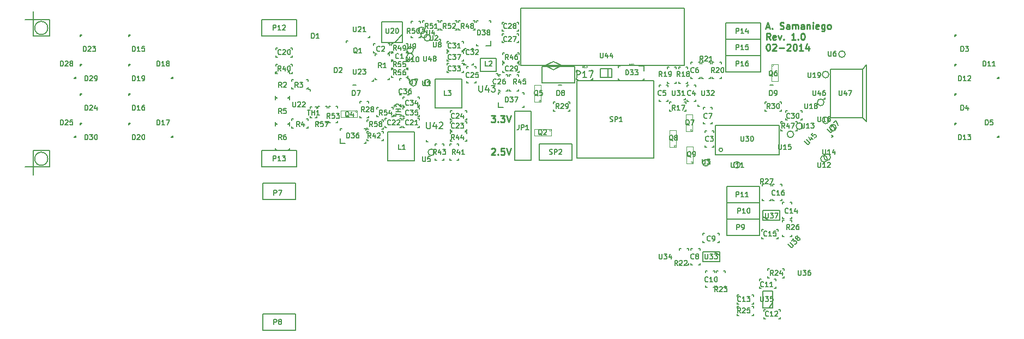
<source format=gto>
G04 (created by PCBNEW (2013-07-07 BZR 4022)-stable) date 6/1/2014 12:19:48 PM*
%MOIN*%
G04 Gerber Fmt 3.4, Leading zero omitted, Abs format*
%FSLAX34Y34*%
G01*
G70*
G90*
G04 APERTURE LIST*
%ADD10C,0.00590551*%
%ADD11C,0.01*%
%ADD12C,0.006*%
%ADD13C,0.005*%
%ADD14C,0.0031*%
%ADD15C,0.008*%
%ADD16C,0.0024*%
G04 APERTURE END LIST*
G54D10*
G54D11*
X28028Y11100D02*
X28047Y11119D01*
X28085Y11138D01*
X28180Y11138D01*
X28219Y11119D01*
X28238Y11100D01*
X28257Y11061D01*
X28257Y11023D01*
X28238Y10966D01*
X28009Y10738D01*
X28257Y10738D01*
X28428Y10776D02*
X28447Y10757D01*
X28428Y10738D01*
X28409Y10757D01*
X28428Y10776D01*
X28428Y10738D01*
X28809Y11138D02*
X28619Y11138D01*
X28600Y10947D01*
X28619Y10966D01*
X28657Y10985D01*
X28752Y10985D01*
X28790Y10966D01*
X28809Y10947D01*
X28828Y10909D01*
X28828Y10814D01*
X28809Y10776D01*
X28790Y10757D01*
X28752Y10738D01*
X28657Y10738D01*
X28619Y10757D01*
X28600Y10776D01*
X28942Y11138D02*
X29076Y10738D01*
X29209Y11138D01*
X28009Y13138D02*
X28257Y13138D01*
X28123Y12985D01*
X28180Y12985D01*
X28219Y12966D01*
X28238Y12947D01*
X28257Y12909D01*
X28257Y12814D01*
X28238Y12776D01*
X28219Y12757D01*
X28180Y12738D01*
X28066Y12738D01*
X28028Y12757D01*
X28009Y12776D01*
X28428Y12776D02*
X28447Y12757D01*
X28428Y12738D01*
X28409Y12757D01*
X28428Y12776D01*
X28428Y12738D01*
X28580Y13138D02*
X28828Y13138D01*
X28695Y12985D01*
X28752Y12985D01*
X28790Y12966D01*
X28809Y12947D01*
X28828Y12909D01*
X28828Y12814D01*
X28809Y12776D01*
X28790Y12757D01*
X28752Y12738D01*
X28638Y12738D01*
X28600Y12757D01*
X28580Y12776D01*
X28942Y13138D02*
X29076Y12738D01*
X29209Y13138D01*
G54D12*
X0Y10000D02*
X0Y9500D01*
X0Y10000D02*
X-500Y10000D01*
X0Y19000D02*
X0Y19500D01*
X-500Y19000D02*
X0Y19000D01*
X1000Y11000D02*
X1000Y10000D01*
X0Y11000D02*
X1000Y11000D01*
X1000Y18000D02*
X0Y18000D01*
X1000Y19000D02*
X1000Y18000D01*
X900Y18500D02*
G75*
G03X900Y18500I-400J0D01*
G74*
G01*
X900Y10500D02*
G75*
G03X900Y10500I-400J0D01*
G74*
G01*
X0Y10000D02*
X1000Y10000D01*
X0Y10000D02*
X0Y11000D01*
X0Y19000D02*
X1000Y19000D01*
X0Y18000D02*
X0Y19000D01*
G54D11*
X44826Y18552D02*
X45016Y18552D01*
X44788Y18438D02*
X44921Y18838D01*
X45054Y18438D01*
X45188Y18476D02*
X45207Y18457D01*
X45188Y18438D01*
X45169Y18457D01*
X45188Y18476D01*
X45188Y18438D01*
X45664Y18457D02*
X45721Y18438D01*
X45816Y18438D01*
X45854Y18457D01*
X45873Y18476D01*
X45892Y18514D01*
X45892Y18552D01*
X45873Y18590D01*
X45854Y18609D01*
X45816Y18628D01*
X45740Y18647D01*
X45702Y18666D01*
X45683Y18685D01*
X45664Y18723D01*
X45664Y18761D01*
X45683Y18800D01*
X45702Y18819D01*
X45740Y18838D01*
X45835Y18838D01*
X45892Y18819D01*
X46235Y18438D02*
X46235Y18647D01*
X46216Y18685D01*
X46178Y18704D01*
X46102Y18704D01*
X46064Y18685D01*
X46235Y18457D02*
X46197Y18438D01*
X46102Y18438D01*
X46064Y18457D01*
X46045Y18495D01*
X46045Y18533D01*
X46064Y18571D01*
X46102Y18590D01*
X46197Y18590D01*
X46235Y18609D01*
X46426Y18438D02*
X46426Y18704D01*
X46426Y18666D02*
X46445Y18685D01*
X46483Y18704D01*
X46540Y18704D01*
X46578Y18685D01*
X46597Y18647D01*
X46597Y18438D01*
X46597Y18647D02*
X46616Y18685D01*
X46654Y18704D01*
X46711Y18704D01*
X46750Y18685D01*
X46769Y18647D01*
X46769Y18438D01*
X47130Y18438D02*
X47130Y18647D01*
X47111Y18685D01*
X47073Y18704D01*
X46997Y18704D01*
X46959Y18685D01*
X47130Y18457D02*
X47092Y18438D01*
X46997Y18438D01*
X46959Y18457D01*
X46940Y18495D01*
X46940Y18533D01*
X46959Y18571D01*
X46997Y18590D01*
X47092Y18590D01*
X47130Y18609D01*
X47321Y18704D02*
X47321Y18438D01*
X47321Y18666D02*
X47340Y18685D01*
X47378Y18704D01*
X47435Y18704D01*
X47473Y18685D01*
X47492Y18647D01*
X47492Y18438D01*
X47683Y18438D02*
X47683Y18704D01*
X47683Y18838D02*
X47664Y18819D01*
X47683Y18800D01*
X47702Y18819D01*
X47683Y18838D01*
X47683Y18800D01*
X48026Y18457D02*
X47988Y18438D01*
X47911Y18438D01*
X47873Y18457D01*
X47854Y18495D01*
X47854Y18647D01*
X47873Y18685D01*
X47911Y18704D01*
X47988Y18704D01*
X48026Y18685D01*
X48045Y18647D01*
X48045Y18609D01*
X47854Y18571D01*
X48388Y18704D02*
X48388Y18380D01*
X48369Y18342D01*
X48350Y18323D01*
X48311Y18304D01*
X48254Y18304D01*
X48216Y18323D01*
X48388Y18457D02*
X48350Y18438D01*
X48273Y18438D01*
X48235Y18457D01*
X48216Y18476D01*
X48197Y18514D01*
X48197Y18628D01*
X48216Y18666D01*
X48235Y18685D01*
X48273Y18704D01*
X48350Y18704D01*
X48388Y18685D01*
X48635Y18438D02*
X48597Y18457D01*
X48578Y18476D01*
X48559Y18514D01*
X48559Y18628D01*
X48578Y18666D01*
X48597Y18685D01*
X48635Y18704D01*
X48692Y18704D01*
X48730Y18685D01*
X48750Y18666D01*
X48769Y18628D01*
X48769Y18514D01*
X48750Y18476D01*
X48730Y18457D01*
X48692Y18438D01*
X48635Y18438D01*
X45073Y17778D02*
X44940Y17968D01*
X44845Y17778D02*
X44845Y18178D01*
X44997Y18178D01*
X45035Y18159D01*
X45054Y18140D01*
X45073Y18101D01*
X45073Y18044D01*
X45054Y18006D01*
X45035Y17987D01*
X44997Y17968D01*
X44845Y17968D01*
X45397Y17797D02*
X45359Y17778D01*
X45283Y17778D01*
X45245Y17797D01*
X45226Y17835D01*
X45226Y17987D01*
X45245Y18025D01*
X45283Y18044D01*
X45359Y18044D01*
X45397Y18025D01*
X45416Y17987D01*
X45416Y17949D01*
X45226Y17911D01*
X45550Y18044D02*
X45645Y17778D01*
X45740Y18044D01*
X45892Y17816D02*
X45911Y17797D01*
X45892Y17778D01*
X45873Y17797D01*
X45892Y17816D01*
X45892Y17778D01*
X46597Y17778D02*
X46369Y17778D01*
X46483Y17778D02*
X46483Y18178D01*
X46445Y18120D01*
X46407Y18082D01*
X46369Y18063D01*
X46769Y17816D02*
X46788Y17797D01*
X46769Y17778D01*
X46750Y17797D01*
X46769Y17816D01*
X46769Y17778D01*
X47035Y18178D02*
X47073Y18178D01*
X47111Y18159D01*
X47130Y18140D01*
X47150Y18101D01*
X47169Y18025D01*
X47169Y17930D01*
X47150Y17854D01*
X47130Y17816D01*
X47111Y17797D01*
X47073Y17778D01*
X47035Y17778D01*
X46997Y17797D01*
X46978Y17816D01*
X46959Y17854D01*
X46940Y17930D01*
X46940Y18025D01*
X46959Y18101D01*
X46978Y18140D01*
X46997Y18159D01*
X47035Y18178D01*
X44921Y17518D02*
X44959Y17518D01*
X44997Y17499D01*
X45016Y17480D01*
X45035Y17441D01*
X45054Y17365D01*
X45054Y17270D01*
X45035Y17194D01*
X45016Y17156D01*
X44997Y17137D01*
X44959Y17118D01*
X44921Y17118D01*
X44883Y17137D01*
X44864Y17156D01*
X44845Y17194D01*
X44826Y17270D01*
X44826Y17365D01*
X44845Y17441D01*
X44864Y17480D01*
X44883Y17499D01*
X44921Y17518D01*
X45207Y17480D02*
X45226Y17499D01*
X45264Y17518D01*
X45359Y17518D01*
X45397Y17499D01*
X45416Y17480D01*
X45435Y17441D01*
X45435Y17403D01*
X45416Y17346D01*
X45188Y17118D01*
X45435Y17118D01*
X45607Y17270D02*
X45911Y17270D01*
X46083Y17480D02*
X46102Y17499D01*
X46140Y17518D01*
X46235Y17518D01*
X46273Y17499D01*
X46292Y17480D01*
X46311Y17441D01*
X46311Y17403D01*
X46292Y17346D01*
X46064Y17118D01*
X46311Y17118D01*
X46559Y17518D02*
X46597Y17518D01*
X46635Y17499D01*
X46654Y17480D01*
X46673Y17441D01*
X46692Y17365D01*
X46692Y17270D01*
X46673Y17194D01*
X46654Y17156D01*
X46635Y17137D01*
X46597Y17118D01*
X46559Y17118D01*
X46521Y17137D01*
X46502Y17156D01*
X46483Y17194D01*
X46464Y17270D01*
X46464Y17365D01*
X46483Y17441D01*
X46502Y17480D01*
X46521Y17499D01*
X46559Y17518D01*
X47073Y17118D02*
X46845Y17118D01*
X46959Y17118D02*
X46959Y17518D01*
X46921Y17460D01*
X46883Y17422D01*
X46845Y17403D01*
X47416Y17384D02*
X47416Y17118D01*
X47321Y17537D02*
X47226Y17251D01*
X47473Y17251D01*
G54D10*
X50718Y13023D02*
X50954Y12767D01*
X50954Y12767D02*
X50954Y16232D01*
X50954Y16232D02*
X50718Y15976D01*
X50718Y13023D02*
X50718Y15976D01*
X50718Y15976D02*
X48750Y15976D01*
X48750Y15976D02*
X48750Y13023D01*
X48750Y13023D02*
X50718Y13023D01*
G54D13*
X45600Y12550D02*
X41700Y12550D01*
X41700Y12550D02*
X41700Y10750D01*
X41700Y10750D02*
X45600Y10750D01*
X45600Y10750D02*
X45600Y12550D01*
X42161Y11050D02*
G75*
G03X42161Y11050I-111J0D01*
G74*
G01*
G54D10*
X37962Y10537D02*
X33237Y10537D01*
X33237Y10537D02*
X33237Y15262D01*
X33237Y15262D02*
X37962Y15262D01*
X37962Y15262D02*
X37962Y10537D01*
G54D13*
X41650Y4800D02*
X41950Y4600D01*
X40950Y4800D02*
X41975Y4800D01*
X41975Y4800D02*
X41975Y4200D01*
X41975Y4200D02*
X40950Y4200D01*
X40950Y4200D02*
X40950Y4800D01*
X45200Y1700D02*
X45000Y1400D01*
X45200Y2400D02*
X45200Y1375D01*
X45200Y1375D02*
X44600Y1375D01*
X44600Y1375D02*
X44600Y2400D01*
X44600Y2400D02*
X45200Y2400D01*
X44950Y6750D02*
X44650Y6950D01*
X45650Y6750D02*
X44625Y6750D01*
X44625Y6750D02*
X44625Y7350D01*
X44625Y7350D02*
X45650Y7350D01*
X45650Y7350D02*
X45650Y6750D01*
G54D14*
X45274Y16213D02*
G75*
G03X45274Y16213I-62J0D01*
G74*
G01*
X45550Y15250D02*
X45150Y15250D01*
X45550Y16275D02*
X45150Y16275D01*
X45150Y15250D02*
X45150Y16275D01*
X45550Y16275D02*
X45550Y15250D01*
X40300Y12237D02*
G75*
G03X40300Y12237I-62J0D01*
G74*
G01*
X39900Y13200D02*
X40300Y13200D01*
X39900Y12175D02*
X40300Y12175D01*
X40300Y13200D02*
X40300Y12175D01*
X39900Y12175D02*
X39900Y13200D01*
X40350Y10287D02*
G75*
G03X40350Y10287I-62J0D01*
G74*
G01*
X39950Y11250D02*
X40350Y11250D01*
X39950Y10225D02*
X40350Y10225D01*
X40350Y11250D02*
X40350Y10225D01*
X39950Y10225D02*
X39950Y11250D01*
X39300Y11287D02*
G75*
G03X39300Y11287I-62J0D01*
G74*
G01*
X38900Y12250D02*
X39300Y12250D01*
X38900Y11225D02*
X39300Y11225D01*
X39300Y12250D02*
X39300Y11225D01*
X38900Y11225D02*
X38900Y12250D01*
X31050Y14037D02*
G75*
G03X31050Y14037I-62J0D01*
G74*
G01*
X30650Y15000D02*
X31050Y15000D01*
X30650Y13975D02*
X31050Y13975D01*
X31050Y15000D02*
X31050Y13975D01*
X30650Y13975D02*
X30650Y15000D01*
X19825Y13388D02*
G75*
G03X19825Y13388I-62J0D01*
G74*
G01*
X18800Y13050D02*
X18800Y13450D01*
X19825Y13050D02*
X19825Y13450D01*
X18800Y13450D02*
X19825Y13450D01*
X19825Y13050D02*
X18800Y13050D01*
G54D15*
X22575Y18125D02*
X22100Y17625D01*
X22575Y17625D02*
X22575Y18875D01*
X22575Y18875D02*
X21325Y18875D01*
X21325Y18875D02*
X21325Y17625D01*
X21325Y17625D02*
X22575Y17625D01*
G54D10*
X19550Y15025D02*
X19750Y15025D01*
X32100Y15025D02*
X32300Y15025D01*
X45050Y15025D02*
X45250Y15025D01*
X28444Y13655D02*
X28444Y13955D01*
X28444Y14545D02*
X28444Y14445D01*
X28444Y13655D02*
X28744Y13655D01*
X28544Y14545D02*
X28444Y14545D01*
X30006Y13655D02*
X30006Y13755D01*
X30006Y14545D02*
X29906Y14545D01*
X30006Y14545D02*
X30006Y14445D01*
X30006Y13655D02*
X29906Y13655D01*
X27995Y17394D02*
X27695Y17394D01*
X27105Y17394D02*
X27205Y17394D01*
X27995Y17394D02*
X27995Y17694D01*
X27105Y17494D02*
X27105Y17394D01*
X27995Y18956D02*
X27895Y18956D01*
X27105Y18956D02*
X27105Y18856D01*
X27105Y18956D02*
X27205Y18956D01*
X27995Y18956D02*
X27995Y18856D01*
X18794Y11455D02*
X18794Y11755D01*
X18794Y12345D02*
X18794Y12245D01*
X18794Y11455D02*
X19094Y11455D01*
X18894Y12345D02*
X18794Y12345D01*
X20356Y11455D02*
X20356Y11555D01*
X20356Y12345D02*
X20256Y12345D01*
X20356Y12345D02*
X20356Y12245D01*
X20356Y11455D02*
X20256Y11455D01*
X21692Y10374D02*
X21692Y12146D01*
X21692Y12146D02*
X23307Y12146D01*
X23307Y12146D02*
X23307Y10374D01*
X23307Y10374D02*
X21692Y10374D01*
X26207Y15375D02*
X26207Y13603D01*
X26207Y13603D02*
X24592Y13603D01*
X24592Y13603D02*
X24592Y15375D01*
X24592Y15375D02*
X26207Y15375D01*
X28328Y15856D02*
X27344Y15856D01*
X27344Y15856D02*
X27344Y16643D01*
X27344Y16643D02*
X28328Y16643D01*
X28328Y16643D02*
X28328Y15856D01*
X20905Y16906D02*
X21005Y16906D01*
X21795Y16906D02*
X21695Y16906D01*
X20905Y16906D02*
X20905Y16806D01*
X21795Y16806D02*
X21795Y16906D01*
X20905Y15344D02*
X21005Y15344D01*
X21795Y15344D02*
X21795Y15444D01*
X21795Y15344D02*
X21695Y15344D01*
X20905Y15344D02*
X20905Y15444D01*
X32300Y16200D02*
X31800Y15950D01*
X31800Y15950D02*
X31300Y16200D01*
X31300Y16200D02*
X31800Y16450D01*
X31800Y16450D02*
X32300Y16200D01*
X29800Y19700D02*
X39800Y19700D01*
X39800Y19700D02*
X39800Y16200D01*
X39800Y16200D02*
X29800Y16200D01*
X29800Y16200D02*
X29800Y19700D01*
X22095Y13110D02*
X22195Y13110D01*
X22095Y13110D02*
X22095Y13210D01*
X22505Y13110D02*
X22505Y13210D01*
X22505Y13110D02*
X22405Y13110D01*
X22505Y13790D02*
X22405Y13790D01*
X22505Y13790D02*
X22505Y13690D01*
X22095Y13790D02*
X22195Y13790D01*
X22095Y13790D02*
X22095Y13690D01*
X17355Y13690D02*
X17255Y13690D01*
X17355Y13690D02*
X17355Y13590D01*
X16945Y13690D02*
X16945Y13590D01*
X16945Y13690D02*
X17045Y13690D01*
X16945Y13010D02*
X17045Y13010D01*
X16945Y13010D02*
X16945Y13110D01*
X17355Y13010D02*
X17255Y13010D01*
X17355Y13010D02*
X17355Y13110D01*
X40647Y13699D02*
X40647Y13799D01*
X40647Y13699D02*
X40747Y13699D01*
X39875Y14104D02*
X39775Y14104D01*
X39875Y14104D02*
X39875Y14204D01*
X16942Y14747D02*
X16942Y14647D01*
X16942Y14747D02*
X16842Y14747D01*
X20819Y15245D02*
X20719Y15245D01*
X20819Y15245D02*
X20819Y15345D01*
X19248Y17703D02*
X19148Y17703D01*
X19148Y17703D02*
X19148Y17603D01*
X20592Y17911D02*
X20492Y17911D01*
X20592Y17911D02*
X20592Y18011D01*
X48828Y11800D02*
X48898Y11871D01*
X48898Y11871D02*
X48828Y11942D01*
X13980Y18000D02*
X13980Y19000D01*
X13980Y19000D02*
X16120Y19000D01*
X16120Y19000D02*
X16120Y18000D01*
X16120Y18000D02*
X13980Y18000D01*
X13980Y10000D02*
X13980Y11000D01*
X13980Y11000D02*
X16120Y11000D01*
X16120Y11000D02*
X16120Y10000D01*
X16120Y10000D02*
X13980Y10000D01*
X42330Y17800D02*
X42330Y18800D01*
X42330Y18800D02*
X44470Y18800D01*
X44470Y18800D02*
X44470Y17800D01*
X44470Y17800D02*
X42330Y17800D01*
X42330Y16800D02*
X42330Y17800D01*
X42330Y17800D02*
X44470Y17800D01*
X44470Y17800D02*
X44470Y16800D01*
X44470Y16800D02*
X42330Y16800D01*
X42330Y15800D02*
X42330Y16800D01*
X42330Y16800D02*
X44470Y16800D01*
X44470Y16800D02*
X44470Y15800D01*
X44470Y15800D02*
X42330Y15800D01*
X14050Y8000D02*
X14050Y9000D01*
X14050Y9000D02*
X16050Y9000D01*
X16050Y9000D02*
X16050Y8000D01*
X16050Y8000D02*
X14050Y8000D01*
X14050Y0D02*
X14050Y1000D01*
X14050Y1000D02*
X16050Y1000D01*
X16050Y1000D02*
X16050Y0D01*
X16050Y0D02*
X14050Y0D01*
X42400Y5800D02*
X42400Y6800D01*
X42400Y6800D02*
X44400Y6800D01*
X44400Y6800D02*
X44400Y5800D01*
X44400Y5800D02*
X42400Y5800D01*
X42400Y6800D02*
X42400Y7800D01*
X42400Y7800D02*
X44400Y7800D01*
X44400Y7800D02*
X44400Y6800D01*
X44400Y6800D02*
X42400Y6800D01*
X42400Y7800D02*
X42400Y8800D01*
X42400Y8800D02*
X44400Y8800D01*
X44400Y8800D02*
X44400Y7800D01*
X44400Y7800D02*
X42400Y7800D01*
X24897Y17800D02*
X24897Y17700D01*
X24897Y17800D02*
X24797Y17800D01*
X48410Y14149D02*
X48410Y14249D01*
X48410Y14149D02*
X48310Y14149D01*
G54D14*
X31675Y12238D02*
G75*
G03X31675Y12238I-62J0D01*
G74*
G01*
X30650Y11900D02*
X30650Y12300D01*
X31675Y11900D02*
X31675Y12300D01*
X30650Y12300D02*
X31675Y12300D01*
X31675Y11900D02*
X30650Y11900D01*
G54D10*
X29450Y10400D02*
X29450Y13400D01*
X29450Y13400D02*
X30450Y13400D01*
X30450Y10400D02*
X30450Y13400D01*
X29450Y10400D02*
X30450Y10400D01*
X30950Y10400D02*
X30950Y11400D01*
X30950Y11400D02*
X32950Y11400D01*
X32950Y11400D02*
X32950Y10400D01*
X32950Y10400D02*
X30950Y10400D01*
X8560Y11823D02*
X8460Y11823D01*
X8560Y11823D02*
X8560Y11923D01*
X8460Y11823D02*
X8560Y11923D01*
X2890Y18077D02*
X2990Y18077D01*
X2890Y18077D02*
X2890Y17977D01*
X2990Y18077D02*
X2890Y17977D01*
X5840Y12677D02*
X5940Y12677D01*
X5840Y12677D02*
X5840Y12577D01*
X5940Y12677D02*
X5840Y12577D01*
X5840Y16277D02*
X5940Y16277D01*
X5840Y16277D02*
X5840Y16177D01*
X5940Y16277D02*
X5840Y16177D01*
X56340Y16277D02*
X56440Y16277D01*
X56340Y16277D02*
X56340Y16177D01*
X56440Y16277D02*
X56340Y16177D01*
X2890Y12677D02*
X2990Y12677D01*
X2890Y12677D02*
X2890Y12577D01*
X2990Y12677D02*
X2890Y12577D01*
X56340Y12677D02*
X56440Y12677D01*
X56340Y12677D02*
X56340Y12577D01*
X56440Y12677D02*
X56340Y12577D01*
X8560Y15423D02*
X8460Y15423D01*
X8560Y15423D02*
X8560Y15523D01*
X8460Y15423D02*
X8560Y15523D01*
X5840Y14477D02*
X5940Y14477D01*
X5840Y14477D02*
X5840Y14377D01*
X5940Y14477D02*
X5840Y14377D01*
X5840Y18077D02*
X5940Y18077D01*
X5840Y18077D02*
X5840Y17977D01*
X5940Y18077D02*
X5840Y17977D01*
X2610Y11823D02*
X2510Y11823D01*
X2610Y11823D02*
X2610Y11923D01*
X2510Y11823D02*
X2610Y11923D01*
X2890Y14477D02*
X2990Y14477D01*
X2890Y14477D02*
X2890Y14377D01*
X2990Y14477D02*
X2890Y14377D01*
X59060Y15423D02*
X58960Y15423D01*
X59060Y15423D02*
X59060Y15523D01*
X58960Y15423D02*
X59060Y15523D01*
X56340Y18077D02*
X56440Y18077D01*
X56340Y18077D02*
X56340Y17977D01*
X56440Y18077D02*
X56340Y17977D01*
X56340Y14477D02*
X56440Y14477D01*
X56340Y14477D02*
X56340Y14377D01*
X56440Y14477D02*
X56340Y14377D01*
X59060Y11823D02*
X58960Y11823D01*
X59060Y11823D02*
X59060Y11923D01*
X58960Y11823D02*
X59060Y11923D01*
X2610Y15423D02*
X2510Y15423D01*
X2610Y15423D02*
X2610Y15523D01*
X2510Y15423D02*
X2610Y15523D01*
X2890Y16277D02*
X2990Y16277D01*
X2890Y16277D02*
X2890Y16177D01*
X2990Y16277D02*
X2890Y16177D01*
X26522Y16147D02*
X26622Y16147D01*
X27077Y16147D02*
X27077Y16047D01*
X26522Y16147D02*
X26522Y16047D01*
X27077Y16147D02*
X26977Y16147D01*
X26522Y15152D02*
X26622Y15152D01*
X26522Y15152D02*
X26522Y15252D01*
X26977Y15152D02*
X27077Y15152D01*
X27077Y15152D02*
X27077Y15252D01*
X14852Y16722D02*
X14852Y16822D01*
X14852Y17277D02*
X14952Y17277D01*
X14852Y16722D02*
X14952Y16722D01*
X14852Y17277D02*
X14852Y17177D01*
X15847Y16722D02*
X15847Y16822D01*
X15847Y16722D02*
X15747Y16722D01*
X15847Y17177D02*
X15847Y17277D01*
X15847Y17277D02*
X15747Y17277D01*
X22602Y12422D02*
X22602Y12522D01*
X22602Y12977D02*
X22702Y12977D01*
X22602Y12422D02*
X22702Y12422D01*
X22602Y12977D02*
X22602Y12877D01*
X23597Y12422D02*
X23597Y12522D01*
X23597Y12422D02*
X23497Y12422D01*
X23597Y12877D02*
X23597Y12977D01*
X23597Y12977D02*
X23497Y12977D01*
X26497Y12777D02*
X26497Y12677D01*
X26497Y12222D02*
X26397Y12222D01*
X26497Y12777D02*
X26397Y12777D01*
X26497Y12222D02*
X26497Y12322D01*
X25502Y12777D02*
X25502Y12677D01*
X25502Y12777D02*
X25602Y12777D01*
X25502Y12322D02*
X25502Y12222D01*
X25502Y12222D02*
X25602Y12222D01*
X26497Y13427D02*
X26497Y13327D01*
X26497Y12872D02*
X26397Y12872D01*
X26497Y13427D02*
X26397Y13427D01*
X26497Y12872D02*
X26497Y12972D01*
X25502Y13427D02*
X25502Y13327D01*
X25502Y13427D02*
X25602Y13427D01*
X25502Y12972D02*
X25502Y12872D01*
X25502Y12872D02*
X25602Y12872D01*
X22497Y12977D02*
X22497Y12877D01*
X22497Y12422D02*
X22397Y12422D01*
X22497Y12977D02*
X22397Y12977D01*
X22497Y12422D02*
X22497Y12522D01*
X21502Y12977D02*
X21502Y12877D01*
X21502Y12977D02*
X21602Y12977D01*
X21502Y12522D02*
X21502Y12422D01*
X21502Y12422D02*
X21602Y12422D01*
X29027Y14652D02*
X28927Y14652D01*
X28472Y14652D02*
X28472Y14752D01*
X29027Y14652D02*
X29027Y14752D01*
X28472Y14652D02*
X28572Y14652D01*
X29027Y15647D02*
X28927Y15647D01*
X29027Y15647D02*
X29027Y15547D01*
X28572Y15647D02*
X28472Y15647D01*
X28472Y15647D02*
X28472Y15547D01*
X21902Y16972D02*
X21902Y17072D01*
X21902Y17527D02*
X22002Y17527D01*
X21902Y16972D02*
X22002Y16972D01*
X21902Y17527D02*
X21902Y17427D01*
X22897Y16972D02*
X22897Y17072D01*
X22897Y16972D02*
X22797Y16972D01*
X22897Y17427D02*
X22897Y17527D01*
X22897Y17527D02*
X22797Y17527D01*
X22602Y13072D02*
X22602Y13172D01*
X22602Y13627D02*
X22702Y13627D01*
X22602Y13072D02*
X22702Y13072D01*
X22602Y13627D02*
X22602Y13527D01*
X23597Y13072D02*
X23597Y13172D01*
X23597Y13072D02*
X23497Y13072D01*
X23597Y13527D02*
X23597Y13627D01*
X23597Y13627D02*
X23497Y13627D01*
X22602Y13722D02*
X22602Y13822D01*
X22602Y14277D02*
X22702Y14277D01*
X22602Y13722D02*
X22702Y13722D01*
X22602Y14277D02*
X22602Y14177D01*
X23597Y13722D02*
X23597Y13822D01*
X23597Y13722D02*
X23497Y13722D01*
X23597Y14177D02*
X23597Y14277D01*
X23597Y14277D02*
X23497Y14277D01*
X26297Y17027D02*
X26297Y16927D01*
X26297Y16472D02*
X26197Y16472D01*
X26297Y17027D02*
X26197Y17027D01*
X26297Y16472D02*
X26297Y16572D01*
X25302Y17027D02*
X25302Y16927D01*
X25302Y17027D02*
X25402Y17027D01*
X25302Y16572D02*
X25302Y16472D01*
X25302Y16472D02*
X25402Y16472D01*
X26297Y16327D02*
X26297Y16227D01*
X26297Y15772D02*
X26197Y15772D01*
X26297Y16327D02*
X26197Y16327D01*
X26297Y15772D02*
X26297Y15872D01*
X25302Y16327D02*
X25302Y16227D01*
X25302Y16327D02*
X25402Y16327D01*
X25302Y15872D02*
X25302Y15772D01*
X25302Y15772D02*
X25402Y15772D01*
X22977Y14402D02*
X22877Y14402D01*
X22422Y14402D02*
X22422Y14502D01*
X22977Y14402D02*
X22977Y14502D01*
X22422Y14402D02*
X22522Y14402D01*
X22977Y15397D02*
X22877Y15397D01*
X22977Y15397D02*
X22977Y15297D01*
X22522Y15397D02*
X22422Y15397D01*
X22422Y15397D02*
X22422Y15297D01*
X26927Y16252D02*
X26827Y16252D01*
X26372Y16252D02*
X26372Y16352D01*
X26927Y16252D02*
X26927Y16352D01*
X26372Y16252D02*
X26472Y16252D01*
X26927Y17247D02*
X26827Y17247D01*
X26927Y17247D02*
X26927Y17147D01*
X26472Y17247D02*
X26372Y17247D01*
X26372Y17247D02*
X26372Y17147D01*
X26297Y17677D02*
X26297Y17577D01*
X26297Y17122D02*
X26197Y17122D01*
X26297Y17677D02*
X26197Y17677D01*
X26297Y17122D02*
X26297Y17222D01*
X25302Y17677D02*
X25302Y17577D01*
X25302Y17677D02*
X25402Y17677D01*
X25302Y17222D02*
X25302Y17122D01*
X25302Y17122D02*
X25402Y17122D01*
X46002Y12872D02*
X46002Y12972D01*
X46002Y13427D02*
X46102Y13427D01*
X46002Y12872D02*
X46102Y12872D01*
X46002Y13427D02*
X46002Y13327D01*
X46997Y12872D02*
X46997Y12972D01*
X46997Y12872D02*
X46897Y12872D01*
X46997Y13327D02*
X46997Y13427D01*
X46997Y13427D02*
X46897Y13427D01*
X21797Y17527D02*
X21797Y17427D01*
X21797Y16972D02*
X21697Y16972D01*
X21797Y17527D02*
X21697Y17527D01*
X21797Y16972D02*
X21797Y17072D01*
X20802Y17527D02*
X20802Y17427D01*
X20802Y17527D02*
X20902Y17527D01*
X20802Y17072D02*
X20802Y16972D01*
X20802Y16972D02*
X20902Y16972D01*
X28702Y15772D02*
X28702Y15872D01*
X28702Y16327D02*
X28802Y16327D01*
X28702Y15772D02*
X28802Y15772D01*
X28702Y16327D02*
X28702Y16227D01*
X29697Y15772D02*
X29697Y15872D01*
X29697Y15772D02*
X29597Y15772D01*
X29697Y16227D02*
X29697Y16327D01*
X29697Y16327D02*
X29597Y16327D01*
X28677Y18297D02*
X28677Y18397D01*
X28677Y18852D02*
X28777Y18852D01*
X28677Y18297D02*
X28777Y18297D01*
X28677Y18852D02*
X28677Y18752D01*
X29672Y18297D02*
X29672Y18397D01*
X29672Y18297D02*
X29572Y18297D01*
X29672Y18752D02*
X29672Y18852D01*
X29672Y18852D02*
X29572Y18852D01*
X28677Y17597D02*
X28677Y17697D01*
X28677Y18152D02*
X28777Y18152D01*
X28677Y17597D02*
X28777Y17597D01*
X28677Y18152D02*
X28677Y18052D01*
X29672Y17597D02*
X29672Y17697D01*
X29672Y17597D02*
X29572Y17597D01*
X29672Y18052D02*
X29672Y18152D01*
X29672Y18152D02*
X29572Y18152D01*
X46377Y6852D02*
X46277Y6852D01*
X45822Y6852D02*
X45822Y6952D01*
X46377Y6852D02*
X46377Y6952D01*
X45822Y6852D02*
X45922Y6852D01*
X46377Y7847D02*
X46277Y7847D01*
X46377Y7847D02*
X46377Y7747D01*
X45922Y7847D02*
X45822Y7847D01*
X45822Y7847D02*
X45822Y7747D01*
X40952Y5372D02*
X40952Y5472D01*
X40952Y5927D02*
X41052Y5927D01*
X40952Y5372D02*
X41052Y5372D01*
X40952Y5927D02*
X40952Y5827D01*
X41947Y5372D02*
X41947Y5472D01*
X41947Y5372D02*
X41847Y5372D01*
X41947Y5827D02*
X41947Y5927D01*
X41947Y5927D02*
X41847Y5927D01*
X45397Y3127D02*
X45397Y3027D01*
X45397Y2572D02*
X45297Y2572D01*
X45397Y3127D02*
X45297Y3127D01*
X45397Y2572D02*
X45397Y2672D01*
X44402Y3127D02*
X44402Y3027D01*
X44402Y3127D02*
X44502Y3127D01*
X44402Y2672D02*
X44402Y2572D01*
X44402Y2572D02*
X44502Y2572D01*
X43052Y1622D02*
X43052Y1722D01*
X43052Y2177D02*
X43152Y2177D01*
X43052Y1622D02*
X43152Y1622D01*
X43052Y2177D02*
X43052Y2077D01*
X44047Y1622D02*
X44047Y1722D01*
X44047Y1622D02*
X43947Y1622D01*
X44047Y2077D02*
X44047Y2177D01*
X44047Y2177D02*
X43947Y2177D01*
X45672Y1277D02*
X45672Y1177D01*
X45672Y722D02*
X45572Y722D01*
X45672Y1277D02*
X45572Y1277D01*
X45672Y722D02*
X45672Y822D01*
X44677Y1277D02*
X44677Y1177D01*
X44677Y1277D02*
X44777Y1277D01*
X44677Y822D02*
X44677Y722D01*
X44677Y722D02*
X44777Y722D01*
X41677Y2652D02*
X41577Y2652D01*
X41122Y2652D02*
X41122Y2752D01*
X41677Y2652D02*
X41677Y2752D01*
X41122Y2652D02*
X41222Y2652D01*
X41677Y3647D02*
X41577Y3647D01*
X41677Y3647D02*
X41677Y3547D01*
X41222Y3647D02*
X41122Y3647D01*
X41122Y3647D02*
X41122Y3547D01*
X45222Y8947D02*
X45322Y8947D01*
X45777Y8947D02*
X45777Y8847D01*
X45222Y8947D02*
X45222Y8847D01*
X45777Y8947D02*
X45677Y8947D01*
X45222Y7952D02*
X45322Y7952D01*
X45222Y7952D02*
X45222Y8052D01*
X45677Y7952D02*
X45777Y7952D01*
X45777Y7952D02*
X45777Y8052D01*
X38272Y14997D02*
X38372Y14997D01*
X38827Y14997D02*
X38827Y14897D01*
X38272Y14997D02*
X38272Y14897D01*
X38827Y14997D02*
X38727Y14997D01*
X38272Y14002D02*
X38372Y14002D01*
X38272Y14002D02*
X38272Y14102D01*
X38727Y14002D02*
X38827Y14002D01*
X38827Y14002D02*
X38827Y14102D01*
X41072Y12197D02*
X41172Y12197D01*
X41627Y12197D02*
X41627Y12097D01*
X41072Y12197D02*
X41072Y12097D01*
X41627Y12197D02*
X41527Y12197D01*
X41072Y11202D02*
X41172Y11202D01*
X41072Y11202D02*
X41072Y11302D01*
X41527Y11202D02*
X41627Y11202D01*
X41627Y11202D02*
X41627Y11302D01*
X39972Y14997D02*
X40072Y14997D01*
X40527Y14997D02*
X40527Y14897D01*
X39972Y14997D02*
X39972Y14897D01*
X40527Y14997D02*
X40427Y14997D01*
X39972Y14002D02*
X40072Y14002D01*
X39972Y14002D02*
X39972Y14102D01*
X40427Y14002D02*
X40527Y14002D01*
X40527Y14002D02*
X40527Y14102D01*
X45547Y6177D02*
X45547Y6077D01*
X45547Y5622D02*
X45447Y5622D01*
X45547Y6177D02*
X45447Y6177D01*
X45547Y5622D02*
X45547Y5722D01*
X44552Y6177D02*
X44552Y6077D01*
X44552Y6177D02*
X44652Y6177D01*
X44552Y5722D02*
X44552Y5622D01*
X44552Y5622D02*
X44652Y5622D01*
X40222Y16397D02*
X40322Y16397D01*
X40777Y16397D02*
X40777Y16297D01*
X40222Y16397D02*
X40222Y16297D01*
X40777Y16397D02*
X40677Y16397D01*
X40222Y15402D02*
X40322Y15402D01*
X40222Y15402D02*
X40222Y15502D01*
X40677Y15402D02*
X40777Y15402D01*
X40777Y15402D02*
X40777Y15502D01*
X41527Y12652D02*
X41427Y12652D01*
X40972Y12652D02*
X40972Y12752D01*
X41527Y12652D02*
X41527Y12752D01*
X40972Y12652D02*
X41072Y12652D01*
X41527Y13647D02*
X41427Y13647D01*
X41527Y13647D02*
X41527Y13547D01*
X41072Y13647D02*
X40972Y13647D01*
X40972Y13647D02*
X40972Y13547D01*
X40222Y4997D02*
X40322Y4997D01*
X40777Y4997D02*
X40777Y4897D01*
X40222Y4997D02*
X40222Y4897D01*
X40777Y4997D02*
X40677Y4997D01*
X40222Y4002D02*
X40322Y4002D01*
X40222Y4002D02*
X40222Y4102D01*
X40677Y4002D02*
X40777Y4002D01*
X40777Y4002D02*
X40777Y4102D01*
X29122Y15647D02*
X29222Y15647D01*
X29677Y15647D02*
X29677Y15547D01*
X29122Y15647D02*
X29122Y15547D01*
X29677Y15647D02*
X29577Y15647D01*
X29122Y14652D02*
X29222Y14652D01*
X29122Y14652D02*
X29122Y14752D01*
X29577Y14652D02*
X29677Y14652D01*
X29677Y14652D02*
X29677Y14752D01*
X20402Y11622D02*
X20402Y11722D01*
X20402Y12177D02*
X20502Y12177D01*
X20402Y11622D02*
X20502Y11622D01*
X20402Y12177D02*
X20402Y12077D01*
X21397Y11622D02*
X21397Y11722D01*
X21397Y11622D02*
X21297Y11622D01*
X21397Y12077D02*
X21397Y12177D01*
X21397Y12177D02*
X21297Y12177D01*
X24572Y11397D02*
X24672Y11397D01*
X25127Y11397D02*
X25127Y11297D01*
X24572Y11397D02*
X24572Y11297D01*
X25127Y11397D02*
X25027Y11397D01*
X24572Y10402D02*
X24672Y10402D01*
X24572Y10402D02*
X24572Y10502D01*
X25027Y10402D02*
X25127Y10402D01*
X25127Y10402D02*
X25127Y10502D01*
X14852Y15722D02*
X14852Y15822D01*
X14852Y16277D02*
X14952Y16277D01*
X14852Y15722D02*
X14952Y15722D01*
X14852Y16277D02*
X14852Y16177D01*
X15847Y15722D02*
X15847Y15822D01*
X15847Y15722D02*
X15747Y15722D01*
X15847Y16177D02*
X15847Y16277D01*
X15847Y16277D02*
X15747Y16277D01*
X25472Y11397D02*
X25572Y11397D01*
X26027Y11397D02*
X26027Y11297D01*
X25472Y11397D02*
X25472Y11297D01*
X26027Y11397D02*
X25927Y11397D01*
X25472Y10402D02*
X25572Y10402D01*
X25472Y10402D02*
X25472Y10502D01*
X25927Y10402D02*
X26027Y10402D01*
X26027Y10402D02*
X26027Y10502D01*
X26497Y12127D02*
X26497Y12027D01*
X26497Y11572D02*
X26397Y11572D01*
X26497Y12127D02*
X26397Y12127D01*
X26497Y11572D02*
X26497Y11672D01*
X25502Y12127D02*
X25502Y12027D01*
X25502Y12127D02*
X25602Y12127D01*
X25502Y11672D02*
X25502Y11572D01*
X25502Y11572D02*
X25602Y11572D01*
X21997Y13627D02*
X21997Y13527D01*
X21997Y13072D02*
X21897Y13072D01*
X21997Y13627D02*
X21897Y13627D01*
X21997Y13072D02*
X21997Y13172D01*
X21002Y13627D02*
X21002Y13527D01*
X21002Y13627D02*
X21102Y13627D01*
X21002Y13172D02*
X21002Y13072D01*
X21002Y13072D02*
X21102Y13072D01*
X21902Y15972D02*
X21902Y16072D01*
X21902Y16527D02*
X22002Y16527D01*
X21902Y15972D02*
X22002Y15972D01*
X21902Y16527D02*
X21902Y16427D01*
X22897Y15972D02*
X22897Y16072D01*
X22897Y15972D02*
X22797Y15972D01*
X22897Y16427D02*
X22897Y16527D01*
X22897Y16527D02*
X22797Y16527D01*
X26997Y18927D02*
X26997Y18827D01*
X26997Y18372D02*
X26897Y18372D01*
X26997Y18927D02*
X26897Y18927D01*
X26997Y18372D02*
X26997Y18472D01*
X26002Y18927D02*
X26002Y18827D01*
X26002Y18927D02*
X26102Y18927D01*
X26002Y18472D02*
X26002Y18372D01*
X26002Y18372D02*
X26102Y18372D01*
X22897Y17027D02*
X22897Y16927D01*
X22897Y16472D02*
X22797Y16472D01*
X22897Y17027D02*
X22797Y17027D01*
X22897Y16472D02*
X22897Y16572D01*
X21902Y17027D02*
X21902Y16927D01*
X21902Y17027D02*
X22002Y17027D01*
X21902Y16572D02*
X21902Y16472D01*
X21902Y16472D02*
X22002Y16472D01*
X22897Y16027D02*
X22897Y15927D01*
X22897Y15472D02*
X22797Y15472D01*
X22897Y16027D02*
X22797Y16027D01*
X22897Y15472D02*
X22897Y15572D01*
X21902Y16027D02*
X21902Y15927D01*
X21902Y16027D02*
X22002Y16027D01*
X21902Y15572D02*
X21902Y15472D01*
X21902Y15472D02*
X22002Y15472D01*
X20402Y12322D02*
X20402Y12422D01*
X20402Y12877D02*
X20502Y12877D01*
X20402Y12322D02*
X20502Y12322D01*
X20402Y12877D02*
X20402Y12777D01*
X21397Y12322D02*
X21397Y12422D01*
X21397Y12322D02*
X21297Y12322D01*
X21397Y12777D02*
X21397Y12877D01*
X21397Y12877D02*
X21297Y12877D01*
X17422Y13697D02*
X17522Y13697D01*
X17977Y13697D02*
X17977Y13597D01*
X17422Y13697D02*
X17422Y13597D01*
X17977Y13697D02*
X17877Y13697D01*
X17422Y12702D02*
X17522Y12702D01*
X17422Y12702D02*
X17422Y12802D01*
X17877Y12702D02*
X17977Y12702D01*
X17977Y12702D02*
X17977Y12802D01*
X18072Y13697D02*
X18172Y13697D01*
X18627Y13697D02*
X18627Y13597D01*
X18072Y13697D02*
X18072Y13597D01*
X18627Y13697D02*
X18527Y13697D01*
X18072Y12702D02*
X18172Y12702D01*
X18072Y12702D02*
X18072Y12802D01*
X18527Y12702D02*
X18627Y12702D01*
X18627Y12702D02*
X18627Y12802D01*
X24902Y18372D02*
X24902Y18472D01*
X24902Y18927D02*
X25002Y18927D01*
X24902Y18372D02*
X25002Y18372D01*
X24902Y18927D02*
X24902Y18827D01*
X25897Y18372D02*
X25897Y18472D01*
X25897Y18372D02*
X25797Y18372D01*
X25897Y18827D02*
X25897Y18927D01*
X25897Y18927D02*
X25797Y18927D01*
X24797Y18927D02*
X24797Y18827D01*
X24797Y18372D02*
X24697Y18372D01*
X24797Y18927D02*
X24697Y18927D01*
X24797Y18372D02*
X24797Y18472D01*
X23802Y18927D02*
X23802Y18827D01*
X23802Y18927D02*
X23902Y18927D01*
X23802Y18472D02*
X23802Y18372D01*
X23802Y18372D02*
X23902Y18372D01*
X23677Y17902D02*
X23577Y17902D01*
X23122Y17902D02*
X23122Y18002D01*
X23677Y17902D02*
X23677Y18002D01*
X23122Y17902D02*
X23222Y17902D01*
X23677Y18897D02*
X23577Y18897D01*
X23677Y18897D02*
X23677Y18797D01*
X23222Y18897D02*
X23122Y18897D01*
X23122Y18897D02*
X23122Y18797D01*
X46697Y12777D02*
X46697Y12677D01*
X46697Y12222D02*
X46597Y12222D01*
X46697Y12777D02*
X46597Y12777D01*
X46697Y12222D02*
X46697Y12322D01*
X45702Y12777D02*
X45702Y12677D01*
X45702Y12777D02*
X45802Y12777D01*
X45702Y12322D02*
X45702Y12222D01*
X45702Y12222D02*
X45802Y12222D01*
X29697Y16977D02*
X29697Y16877D01*
X29697Y16422D02*
X29597Y16422D01*
X29697Y16977D02*
X29597Y16977D01*
X29697Y16422D02*
X29697Y16522D01*
X28702Y16977D02*
X28702Y16877D01*
X28702Y16977D02*
X28802Y16977D01*
X28702Y16522D02*
X28702Y16422D01*
X28702Y16422D02*
X28802Y16422D01*
X44902Y3222D02*
X44902Y3322D01*
X44902Y3777D02*
X45002Y3777D01*
X44902Y3222D02*
X45002Y3222D01*
X44902Y3777D02*
X44902Y3677D01*
X45897Y3222D02*
X45897Y3322D01*
X45897Y3222D02*
X45797Y3222D01*
X45897Y3677D02*
X45897Y3777D01*
X45897Y3777D02*
X45797Y3777D01*
X45822Y6747D02*
X45922Y6747D01*
X46377Y6747D02*
X46377Y6647D01*
X45822Y6747D02*
X45822Y6647D01*
X46377Y6747D02*
X46277Y6747D01*
X45822Y5752D02*
X45922Y5752D01*
X45822Y5752D02*
X45822Y5852D01*
X46277Y5752D02*
X46377Y5752D01*
X46377Y5752D02*
X46377Y5852D01*
X42327Y2652D02*
X42227Y2652D01*
X41772Y2652D02*
X41772Y2752D01*
X42327Y2652D02*
X42327Y2752D01*
X41772Y2652D02*
X41872Y2652D01*
X42327Y3647D02*
X42227Y3647D01*
X42327Y3647D02*
X42327Y3547D01*
X41872Y3647D02*
X41772Y3647D01*
X41772Y3647D02*
X41772Y3547D01*
X43052Y922D02*
X43052Y1022D01*
X43052Y1477D02*
X43152Y1477D01*
X43052Y922D02*
X43152Y922D01*
X43052Y1477D02*
X43052Y1377D01*
X44047Y922D02*
X44047Y1022D01*
X44047Y922D02*
X43947Y922D01*
X44047Y1377D02*
X44047Y1477D01*
X44047Y1477D02*
X43947Y1477D01*
X44572Y8947D02*
X44672Y8947D01*
X45127Y8947D02*
X45127Y8847D01*
X44572Y8947D02*
X44572Y8847D01*
X45127Y8947D02*
X45027Y8947D01*
X44572Y7952D02*
X44672Y7952D01*
X44572Y7952D02*
X44572Y8052D01*
X45027Y7952D02*
X45127Y7952D01*
X45127Y7952D02*
X45127Y8052D01*
X20527Y13002D02*
X20427Y13002D01*
X19972Y13002D02*
X19972Y13102D01*
X20527Y13002D02*
X20527Y13102D01*
X19972Y13002D02*
X20072Y13002D01*
X20527Y13997D02*
X20427Y13997D01*
X20527Y13997D02*
X20527Y13897D01*
X20072Y13997D02*
X19972Y13997D01*
X19972Y13997D02*
X19972Y13897D01*
X31802Y13422D02*
X31802Y13522D01*
X31802Y13977D02*
X31902Y13977D01*
X31802Y13422D02*
X31902Y13422D01*
X31802Y13977D02*
X31802Y13877D01*
X32797Y13422D02*
X32797Y13522D01*
X32797Y13422D02*
X32697Y13422D01*
X32797Y13877D02*
X32797Y13977D01*
X32797Y13977D02*
X32697Y13977D01*
X44752Y13422D02*
X44752Y13522D01*
X44752Y13977D02*
X44852Y13977D01*
X44752Y13422D02*
X44852Y13422D01*
X44752Y13977D02*
X44752Y13877D01*
X45747Y13422D02*
X45747Y13522D01*
X45747Y13422D02*
X45647Y13422D01*
X45747Y13877D02*
X45747Y13977D01*
X45747Y13977D02*
X45647Y13977D01*
X39472Y16097D02*
X39572Y16097D01*
X40027Y16097D02*
X40027Y15997D01*
X39472Y16097D02*
X39472Y15997D01*
X40027Y16097D02*
X39927Y16097D01*
X39472Y15102D02*
X39572Y15102D01*
X39472Y15102D02*
X39472Y15202D01*
X39927Y15102D02*
X40027Y15102D01*
X40027Y15102D02*
X40027Y15202D01*
X39897Y13977D02*
X39897Y13877D01*
X39897Y13422D02*
X39797Y13422D01*
X39897Y13977D02*
X39797Y13977D01*
X39897Y13422D02*
X39897Y13522D01*
X38902Y13977D02*
X38902Y13877D01*
X38902Y13977D02*
X39002Y13977D01*
X38902Y13522D02*
X38902Y13422D01*
X38902Y13422D02*
X39002Y13422D01*
X38772Y16097D02*
X38872Y16097D01*
X39327Y16097D02*
X39327Y15997D01*
X38772Y16097D02*
X38772Y15997D01*
X39327Y16097D02*
X39227Y16097D01*
X38772Y15102D02*
X38872Y15102D01*
X38772Y15102D02*
X38772Y15202D01*
X39227Y15102D02*
X39327Y15102D01*
X39327Y15102D02*
X39327Y15202D01*
X42077Y15402D02*
X41977Y15402D01*
X41522Y15402D02*
X41522Y15502D01*
X42077Y15402D02*
X42077Y15502D01*
X41522Y15402D02*
X41622Y15402D01*
X42077Y16397D02*
X41977Y16397D01*
X42077Y16397D02*
X42077Y16297D01*
X41622Y16397D02*
X41522Y16397D01*
X41522Y16397D02*
X41522Y16297D01*
X41427Y15402D02*
X41327Y15402D01*
X40872Y15402D02*
X40872Y15502D01*
X41427Y15402D02*
X41427Y15502D01*
X40872Y15402D02*
X40972Y15402D01*
X41427Y16397D02*
X41327Y16397D01*
X41427Y16397D02*
X41427Y16297D01*
X40972Y16397D02*
X40872Y16397D01*
X40872Y16397D02*
X40872Y16297D01*
X39522Y4997D02*
X39622Y4997D01*
X40077Y4997D02*
X40077Y4897D01*
X39522Y4997D02*
X39522Y4897D01*
X40077Y4997D02*
X39977Y4997D01*
X39522Y4002D02*
X39622Y4002D01*
X39522Y4002D02*
X39522Y4102D01*
X39977Y4002D02*
X40077Y4002D01*
X40077Y4002D02*
X40077Y4102D01*
X16797Y12927D02*
X16797Y12827D01*
X16797Y12372D02*
X16697Y12372D01*
X16797Y12927D02*
X16697Y12927D01*
X16797Y12372D02*
X16797Y12472D01*
X15802Y12927D02*
X15802Y12827D01*
X15802Y12927D02*
X15902Y12927D01*
X15802Y12472D02*
X15802Y12372D01*
X15802Y12372D02*
X15902Y12372D01*
X16797Y15327D02*
X16797Y15227D01*
X16797Y14772D02*
X16697Y14772D01*
X16797Y15327D02*
X16697Y15327D01*
X16797Y14772D02*
X16797Y14872D01*
X15802Y15327D02*
X15802Y15227D01*
X15802Y15327D02*
X15902Y15327D01*
X15802Y14872D02*
X15802Y14772D01*
X15802Y14772D02*
X15902Y14772D01*
X24550Y10900D02*
G75*
G03X24550Y10900I-200J0D01*
G74*
G01*
X48750Y10600D02*
G75*
G03X48750Y10600I-200J0D01*
G74*
G01*
X24300Y15150D02*
G75*
G03X24300Y15150I-200J0D01*
G74*
G01*
X24100Y18100D02*
G75*
G03X24100Y18100I-200J0D01*
G74*
G01*
X23950Y18350D02*
G75*
G03X23950Y18350I-200J0D01*
G74*
G01*
X49650Y16900D02*
G75*
G03X49650Y16900I-200J0D01*
G74*
G01*
X46500Y12000D02*
G75*
G03X46500Y12000I-200J0D01*
G74*
G01*
X48350Y13950D02*
G75*
G03X48350Y13950I-200J0D01*
G74*
G01*
X48650Y15650D02*
G75*
G03X48650Y15650I-200J0D01*
G74*
G01*
X49099Y12400D02*
G75*
G03X49099Y12400I-199J0D01*
G74*
G01*
X48650Y12850D02*
G75*
G03X48650Y12850I-200J0D01*
G74*
G01*
X23450Y15150D02*
G75*
G03X23450Y15150I-200J0D01*
G74*
G01*
X41325Y10250D02*
G75*
G03X41325Y10250I-200J0D01*
G74*
G01*
X48550Y10500D02*
G75*
G03X48550Y10500I-200J0D01*
G74*
G01*
X47050Y12500D02*
G75*
G03X47050Y12500I-200J0D01*
G74*
G01*
X43225Y10125D02*
G75*
G03X43225Y10125I-200J0D01*
G74*
G01*
X23250Y16750D02*
G75*
G03X23250Y16750I-200J0D01*
G74*
G01*
X23250Y17150D02*
G75*
G03X23250Y17150I-200J0D01*
G74*
G01*
X24300Y17900D02*
G75*
G03X24300Y17900I-200J0D01*
G74*
G01*
X15695Y14244D02*
X15595Y14244D01*
X14805Y14244D02*
X14905Y14244D01*
X15695Y14244D02*
X15695Y14344D01*
X14805Y14344D02*
X14805Y14244D01*
X15695Y15806D02*
X15595Y15806D01*
X14805Y15806D02*
X14805Y15706D01*
X14805Y15806D02*
X14905Y15806D01*
X15695Y15806D02*
X15695Y15706D01*
X15695Y12644D02*
X15595Y12644D01*
X14805Y12644D02*
X14905Y12644D01*
X15695Y12644D02*
X15695Y12744D01*
X14805Y12744D02*
X14805Y12644D01*
X15695Y14206D02*
X15595Y14206D01*
X14805Y14206D02*
X14805Y14106D01*
X14805Y14206D02*
X14905Y14206D01*
X15695Y14206D02*
X15695Y14106D01*
X15695Y11044D02*
X15595Y11044D01*
X14805Y11044D02*
X14905Y11044D01*
X15695Y11044D02*
X15695Y11144D01*
X14805Y11144D02*
X14805Y11044D01*
X15695Y12606D02*
X15595Y12606D01*
X14805Y12606D02*
X14805Y12506D01*
X14805Y12606D02*
X14905Y12606D01*
X15695Y12606D02*
X15695Y12506D01*
X28399Y15705D02*
X28399Y15605D01*
X28399Y15705D02*
X28299Y15705D01*
X24050Y11545D02*
X24050Y11645D01*
X24050Y11545D02*
X24150Y11545D01*
X33116Y16128D02*
X33116Y15128D01*
X33116Y15128D02*
X31116Y15128D01*
X31116Y15128D02*
X31116Y16128D01*
X31116Y16128D02*
X33116Y16128D01*
X35135Y15480D02*
X35135Y16012D01*
X34663Y15480D02*
X34663Y16012D01*
X34663Y16012D02*
X35372Y16012D01*
X35372Y16012D02*
X35372Y15480D01*
X35372Y15480D02*
X34663Y15480D01*
X34216Y15905D02*
X34216Y15805D01*
X34216Y15350D02*
X34116Y15350D01*
X34216Y15905D02*
X34116Y15905D01*
X34216Y15350D02*
X34216Y15450D01*
X33221Y15905D02*
X33221Y15805D01*
X33221Y15905D02*
X33321Y15905D01*
X33221Y15450D02*
X33221Y15350D01*
X33221Y15350D02*
X33321Y15350D01*
X37354Y16191D02*
X37354Y15891D01*
X37354Y15301D02*
X37354Y15401D01*
X37354Y16191D02*
X37054Y16191D01*
X37254Y15301D02*
X37354Y15301D01*
X35792Y16191D02*
X35792Y16091D01*
X35792Y15301D02*
X35892Y15301D01*
X35792Y15301D02*
X35792Y15401D01*
X35792Y16191D02*
X35892Y16191D01*
G54D12*
X49278Y14678D02*
X49278Y14435D01*
X49292Y14407D01*
X49307Y14392D01*
X49335Y14378D01*
X49392Y14378D01*
X49421Y14392D01*
X49435Y14407D01*
X49450Y14435D01*
X49450Y14678D01*
X49721Y14578D02*
X49721Y14378D01*
X49650Y14692D02*
X49578Y14478D01*
X49764Y14478D01*
X49850Y14678D02*
X50050Y14678D01*
X49921Y14378D01*
X43278Y11878D02*
X43278Y11635D01*
X43292Y11607D01*
X43307Y11592D01*
X43335Y11578D01*
X43392Y11578D01*
X43421Y11592D01*
X43435Y11607D01*
X43450Y11635D01*
X43450Y11878D01*
X43564Y11878D02*
X43750Y11878D01*
X43650Y11764D01*
X43692Y11764D01*
X43721Y11750D01*
X43735Y11735D01*
X43750Y11707D01*
X43750Y11635D01*
X43735Y11607D01*
X43721Y11592D01*
X43692Y11578D01*
X43607Y11578D01*
X43578Y11592D01*
X43564Y11607D01*
X43935Y11878D02*
X43964Y11878D01*
X43992Y11864D01*
X44007Y11850D01*
X44021Y11821D01*
X44035Y11764D01*
X44035Y11692D01*
X44021Y11635D01*
X44007Y11607D01*
X43992Y11592D01*
X43964Y11578D01*
X43935Y11578D01*
X43907Y11592D01*
X43892Y11607D01*
X43878Y11635D01*
X43864Y11692D01*
X43864Y11764D01*
X43878Y11821D01*
X43892Y11850D01*
X43907Y11864D01*
X43935Y11878D01*
X38278Y4678D02*
X38278Y4435D01*
X38292Y4407D01*
X38307Y4392D01*
X38335Y4378D01*
X38392Y4378D01*
X38421Y4392D01*
X38435Y4407D01*
X38450Y4435D01*
X38450Y4678D01*
X38564Y4678D02*
X38750Y4678D01*
X38650Y4564D01*
X38692Y4564D01*
X38721Y4550D01*
X38735Y4535D01*
X38750Y4507D01*
X38750Y4435D01*
X38735Y4407D01*
X38721Y4392D01*
X38692Y4378D01*
X38607Y4378D01*
X38578Y4392D01*
X38564Y4407D01*
X39007Y4578D02*
X39007Y4378D01*
X38935Y4692D02*
X38864Y4478D01*
X39050Y4478D01*
X46778Y3678D02*
X46778Y3435D01*
X46792Y3407D01*
X46807Y3392D01*
X46835Y3378D01*
X46892Y3378D01*
X46921Y3392D01*
X46935Y3407D01*
X46950Y3435D01*
X46950Y3678D01*
X47064Y3678D02*
X47250Y3678D01*
X47150Y3564D01*
X47192Y3564D01*
X47221Y3550D01*
X47235Y3535D01*
X47250Y3507D01*
X47250Y3435D01*
X47235Y3407D01*
X47221Y3392D01*
X47192Y3378D01*
X47107Y3378D01*
X47078Y3392D01*
X47064Y3407D01*
X47507Y3678D02*
X47450Y3678D01*
X47421Y3664D01*
X47407Y3650D01*
X47378Y3607D01*
X47364Y3550D01*
X47364Y3435D01*
X47378Y3407D01*
X47392Y3392D01*
X47421Y3378D01*
X47478Y3378D01*
X47507Y3392D01*
X47521Y3407D01*
X47535Y3435D01*
X47535Y3507D01*
X47521Y3535D01*
X47507Y3550D01*
X47478Y3564D01*
X47421Y3564D01*
X47392Y3550D01*
X47378Y3535D01*
X47364Y3507D01*
X46161Y5263D02*
X46332Y5091D01*
X46363Y5081D01*
X46383Y5081D01*
X46413Y5091D01*
X46454Y5132D01*
X46464Y5162D01*
X46464Y5182D01*
X46454Y5213D01*
X46282Y5384D01*
X46363Y5465D02*
X46494Y5596D01*
X46504Y5445D01*
X46534Y5475D01*
X46565Y5485D01*
X46585Y5485D01*
X46615Y5475D01*
X46666Y5425D01*
X46676Y5394D01*
X46676Y5374D01*
X46666Y5344D01*
X46605Y5283D01*
X46575Y5273D01*
X46555Y5273D01*
X46706Y5627D02*
X46676Y5617D01*
X46656Y5617D01*
X46625Y5627D01*
X46615Y5637D01*
X46605Y5667D01*
X46605Y5687D01*
X46615Y5718D01*
X46656Y5758D01*
X46686Y5768D01*
X46706Y5768D01*
X46736Y5758D01*
X46746Y5748D01*
X46757Y5718D01*
X46757Y5697D01*
X46746Y5667D01*
X46706Y5627D01*
X46696Y5596D01*
X46696Y5576D01*
X46706Y5546D01*
X46746Y5506D01*
X46777Y5495D01*
X46797Y5495D01*
X46827Y5506D01*
X46868Y5546D01*
X46878Y5576D01*
X46878Y5596D01*
X46868Y5627D01*
X46827Y5667D01*
X46797Y5677D01*
X46777Y5677D01*
X46746Y5667D01*
X18428Y15778D02*
X18428Y16078D01*
X18500Y16078D01*
X18542Y16064D01*
X18571Y16035D01*
X18585Y16007D01*
X18600Y15950D01*
X18600Y15907D01*
X18585Y15850D01*
X18571Y15821D01*
X18542Y15792D01*
X18500Y15778D01*
X18428Y15778D01*
X18714Y16050D02*
X18728Y16064D01*
X18757Y16078D01*
X18828Y16078D01*
X18857Y16064D01*
X18871Y16050D01*
X18885Y16021D01*
X18885Y15992D01*
X18871Y15950D01*
X18700Y15778D01*
X18885Y15778D01*
X17028Y17878D02*
X17028Y18178D01*
X17100Y18178D01*
X17142Y18164D01*
X17171Y18135D01*
X17185Y18107D01*
X17200Y18050D01*
X17200Y18007D01*
X17185Y17950D01*
X17171Y17921D01*
X17142Y17892D01*
X17100Y17878D01*
X17028Y17878D01*
X17485Y17878D02*
X17314Y17878D01*
X17400Y17878D02*
X17400Y18178D01*
X17371Y18135D01*
X17342Y18107D01*
X17314Y18092D01*
X35271Y12792D02*
X35314Y12778D01*
X35385Y12778D01*
X35414Y12792D01*
X35428Y12807D01*
X35442Y12835D01*
X35442Y12864D01*
X35428Y12892D01*
X35414Y12907D01*
X35385Y12921D01*
X35328Y12935D01*
X35300Y12950D01*
X35285Y12964D01*
X35271Y12992D01*
X35271Y13021D01*
X35285Y13050D01*
X35300Y13064D01*
X35328Y13078D01*
X35400Y13078D01*
X35442Y13064D01*
X35571Y12778D02*
X35571Y13078D01*
X35685Y13078D01*
X35714Y13064D01*
X35728Y13050D01*
X35742Y13021D01*
X35742Y12978D01*
X35728Y12950D01*
X35714Y12935D01*
X35685Y12921D01*
X35571Y12921D01*
X36028Y12778D02*
X35857Y12778D01*
X35942Y12778D02*
X35942Y13078D01*
X35914Y13035D01*
X35885Y13007D01*
X35857Y12992D01*
X41078Y4678D02*
X41078Y4435D01*
X41092Y4407D01*
X41107Y4392D01*
X41135Y4378D01*
X41192Y4378D01*
X41221Y4392D01*
X41235Y4407D01*
X41250Y4435D01*
X41250Y4678D01*
X41364Y4678D02*
X41550Y4678D01*
X41450Y4564D01*
X41492Y4564D01*
X41521Y4550D01*
X41535Y4535D01*
X41550Y4507D01*
X41550Y4435D01*
X41535Y4407D01*
X41521Y4392D01*
X41492Y4378D01*
X41407Y4378D01*
X41378Y4392D01*
X41364Y4407D01*
X41650Y4678D02*
X41835Y4678D01*
X41735Y4564D01*
X41778Y4564D01*
X41807Y4550D01*
X41821Y4535D01*
X41835Y4507D01*
X41835Y4435D01*
X41821Y4407D01*
X41807Y4392D01*
X41778Y4378D01*
X41692Y4378D01*
X41664Y4392D01*
X41650Y4407D01*
X44478Y2078D02*
X44478Y1835D01*
X44492Y1807D01*
X44507Y1792D01*
X44535Y1778D01*
X44592Y1778D01*
X44621Y1792D01*
X44635Y1807D01*
X44650Y1835D01*
X44650Y2078D01*
X44764Y2078D02*
X44950Y2078D01*
X44850Y1964D01*
X44892Y1964D01*
X44921Y1950D01*
X44935Y1935D01*
X44950Y1907D01*
X44950Y1835D01*
X44935Y1807D01*
X44921Y1792D01*
X44892Y1778D01*
X44807Y1778D01*
X44778Y1792D01*
X44764Y1807D01*
X45221Y2078D02*
X45078Y2078D01*
X45064Y1935D01*
X45078Y1950D01*
X45107Y1964D01*
X45178Y1964D01*
X45207Y1950D01*
X45221Y1935D01*
X45235Y1907D01*
X45235Y1835D01*
X45221Y1807D01*
X45207Y1792D01*
X45178Y1778D01*
X45107Y1778D01*
X45078Y1792D01*
X45064Y1807D01*
X44778Y7178D02*
X44778Y6935D01*
X44792Y6907D01*
X44807Y6892D01*
X44835Y6878D01*
X44892Y6878D01*
X44921Y6892D01*
X44935Y6907D01*
X44950Y6935D01*
X44950Y7178D01*
X45064Y7178D02*
X45250Y7178D01*
X45150Y7064D01*
X45192Y7064D01*
X45221Y7050D01*
X45235Y7035D01*
X45250Y7007D01*
X45250Y6935D01*
X45235Y6907D01*
X45221Y6892D01*
X45192Y6878D01*
X45107Y6878D01*
X45078Y6892D01*
X45064Y6907D01*
X45350Y7178D02*
X45550Y7178D01*
X45421Y6878D01*
X45221Y15550D02*
X45192Y15564D01*
X45164Y15592D01*
X45121Y15635D01*
X45092Y15650D01*
X45064Y15650D01*
X45078Y15578D02*
X45050Y15592D01*
X45021Y15621D01*
X45007Y15678D01*
X45007Y15778D01*
X45021Y15835D01*
X45050Y15864D01*
X45078Y15878D01*
X45135Y15878D01*
X45164Y15864D01*
X45192Y15835D01*
X45207Y15778D01*
X45207Y15678D01*
X45192Y15621D01*
X45164Y15592D01*
X45135Y15578D01*
X45078Y15578D01*
X45464Y15878D02*
X45407Y15878D01*
X45378Y15864D01*
X45364Y15850D01*
X45335Y15807D01*
X45321Y15750D01*
X45321Y15635D01*
X45335Y15607D01*
X45350Y15592D01*
X45378Y15578D01*
X45435Y15578D01*
X45464Y15592D01*
X45478Y15607D01*
X45492Y15635D01*
X45492Y15707D01*
X45478Y15735D01*
X45464Y15750D01*
X45435Y15764D01*
X45378Y15764D01*
X45350Y15750D01*
X45335Y15735D01*
X45321Y15707D01*
X40121Y12550D02*
X40092Y12564D01*
X40064Y12592D01*
X40021Y12635D01*
X39992Y12650D01*
X39964Y12650D01*
X39978Y12578D02*
X39950Y12592D01*
X39921Y12621D01*
X39907Y12678D01*
X39907Y12778D01*
X39921Y12835D01*
X39950Y12864D01*
X39978Y12878D01*
X40035Y12878D01*
X40064Y12864D01*
X40092Y12835D01*
X40107Y12778D01*
X40107Y12678D01*
X40092Y12621D01*
X40064Y12592D01*
X40035Y12578D01*
X39978Y12578D01*
X40207Y12878D02*
X40407Y12878D01*
X40278Y12578D01*
X40221Y10600D02*
X40192Y10614D01*
X40164Y10642D01*
X40121Y10685D01*
X40092Y10700D01*
X40064Y10700D01*
X40078Y10628D02*
X40050Y10642D01*
X40021Y10671D01*
X40007Y10728D01*
X40007Y10828D01*
X40021Y10885D01*
X40050Y10914D01*
X40078Y10928D01*
X40135Y10928D01*
X40164Y10914D01*
X40192Y10885D01*
X40207Y10828D01*
X40207Y10728D01*
X40192Y10671D01*
X40164Y10642D01*
X40135Y10628D01*
X40078Y10628D01*
X40350Y10628D02*
X40407Y10628D01*
X40435Y10642D01*
X40450Y10657D01*
X40478Y10700D01*
X40492Y10757D01*
X40492Y10871D01*
X40478Y10900D01*
X40464Y10914D01*
X40435Y10928D01*
X40378Y10928D01*
X40350Y10914D01*
X40335Y10900D01*
X40321Y10871D01*
X40321Y10800D01*
X40335Y10771D01*
X40350Y10757D01*
X40378Y10742D01*
X40435Y10742D01*
X40464Y10757D01*
X40478Y10771D01*
X40492Y10800D01*
X39121Y11600D02*
X39092Y11614D01*
X39064Y11642D01*
X39021Y11685D01*
X38992Y11700D01*
X38964Y11700D01*
X38978Y11628D02*
X38950Y11642D01*
X38921Y11671D01*
X38907Y11728D01*
X38907Y11828D01*
X38921Y11885D01*
X38950Y11914D01*
X38978Y11928D01*
X39035Y11928D01*
X39064Y11914D01*
X39092Y11885D01*
X39107Y11828D01*
X39107Y11728D01*
X39092Y11671D01*
X39064Y11642D01*
X39035Y11628D01*
X38978Y11628D01*
X39278Y11800D02*
X39250Y11814D01*
X39235Y11828D01*
X39221Y11857D01*
X39221Y11871D01*
X39235Y11900D01*
X39250Y11914D01*
X39278Y11928D01*
X39335Y11928D01*
X39364Y11914D01*
X39378Y11900D01*
X39392Y11871D01*
X39392Y11857D01*
X39378Y11828D01*
X39364Y11814D01*
X39335Y11800D01*
X39278Y11800D01*
X39250Y11785D01*
X39235Y11771D01*
X39221Y11742D01*
X39221Y11685D01*
X39235Y11657D01*
X39250Y11642D01*
X39278Y11628D01*
X39335Y11628D01*
X39364Y11642D01*
X39378Y11657D01*
X39392Y11685D01*
X39392Y11742D01*
X39378Y11771D01*
X39364Y11785D01*
X39335Y11800D01*
X30871Y14350D02*
X30842Y14364D01*
X30814Y14392D01*
X30771Y14435D01*
X30742Y14450D01*
X30714Y14450D01*
X30728Y14378D02*
X30700Y14392D01*
X30671Y14421D01*
X30657Y14478D01*
X30657Y14578D01*
X30671Y14635D01*
X30700Y14664D01*
X30728Y14678D01*
X30785Y14678D01*
X30814Y14664D01*
X30842Y14635D01*
X30857Y14578D01*
X30857Y14478D01*
X30842Y14421D01*
X30814Y14392D01*
X30785Y14378D01*
X30728Y14378D01*
X31128Y14678D02*
X30985Y14678D01*
X30971Y14535D01*
X30985Y14550D01*
X31014Y14564D01*
X31085Y14564D01*
X31114Y14550D01*
X31128Y14535D01*
X31142Y14507D01*
X31142Y14435D01*
X31128Y14407D01*
X31114Y14392D01*
X31085Y14378D01*
X31014Y14378D01*
X30985Y14392D01*
X30971Y14407D01*
X19321Y13050D02*
X19292Y13064D01*
X19264Y13092D01*
X19221Y13135D01*
X19192Y13150D01*
X19164Y13150D01*
X19178Y13078D02*
X19150Y13092D01*
X19121Y13121D01*
X19107Y13178D01*
X19107Y13278D01*
X19121Y13335D01*
X19150Y13364D01*
X19178Y13378D01*
X19235Y13378D01*
X19264Y13364D01*
X19292Y13335D01*
X19307Y13278D01*
X19307Y13178D01*
X19292Y13121D01*
X19264Y13092D01*
X19235Y13078D01*
X19178Y13078D01*
X19564Y13278D02*
X19564Y13078D01*
X19492Y13392D02*
X19421Y13178D01*
X19607Y13178D01*
X21578Y18478D02*
X21578Y18235D01*
X21592Y18207D01*
X21607Y18192D01*
X21635Y18178D01*
X21692Y18178D01*
X21721Y18192D01*
X21735Y18207D01*
X21750Y18235D01*
X21750Y18478D01*
X21878Y18450D02*
X21892Y18464D01*
X21921Y18478D01*
X21992Y18478D01*
X22021Y18464D01*
X22035Y18450D01*
X22050Y18421D01*
X22050Y18392D01*
X22035Y18350D01*
X21864Y18178D01*
X22050Y18178D01*
X22235Y18478D02*
X22264Y18478D01*
X22292Y18464D01*
X22307Y18450D01*
X22321Y18421D01*
X22335Y18364D01*
X22335Y18292D01*
X22321Y18235D01*
X22307Y18207D01*
X22292Y18192D01*
X22264Y18178D01*
X22235Y18178D01*
X22207Y18192D01*
X22192Y18207D01*
X22178Y18235D01*
X22164Y18292D01*
X22164Y18364D01*
X22178Y18421D01*
X22192Y18450D01*
X22207Y18464D01*
X22235Y18478D01*
X19528Y14378D02*
X19528Y14678D01*
X19600Y14678D01*
X19642Y14664D01*
X19671Y14635D01*
X19685Y14607D01*
X19700Y14550D01*
X19700Y14507D01*
X19685Y14450D01*
X19671Y14421D01*
X19642Y14392D01*
X19600Y14378D01*
X19528Y14378D01*
X19800Y14678D02*
X20000Y14678D01*
X19871Y14378D01*
X32028Y14378D02*
X32028Y14678D01*
X32100Y14678D01*
X32142Y14664D01*
X32171Y14635D01*
X32185Y14607D01*
X32200Y14550D01*
X32200Y14507D01*
X32185Y14450D01*
X32171Y14421D01*
X32142Y14392D01*
X32100Y14378D01*
X32028Y14378D01*
X32371Y14550D02*
X32342Y14564D01*
X32328Y14578D01*
X32314Y14607D01*
X32314Y14621D01*
X32328Y14650D01*
X32342Y14664D01*
X32371Y14678D01*
X32428Y14678D01*
X32457Y14664D01*
X32471Y14650D01*
X32485Y14621D01*
X32485Y14607D01*
X32471Y14578D01*
X32457Y14564D01*
X32428Y14550D01*
X32371Y14550D01*
X32342Y14535D01*
X32328Y14521D01*
X32314Y14492D01*
X32314Y14435D01*
X32328Y14407D01*
X32342Y14392D01*
X32371Y14378D01*
X32428Y14378D01*
X32457Y14392D01*
X32471Y14407D01*
X32485Y14435D01*
X32485Y14492D01*
X32471Y14521D01*
X32457Y14535D01*
X32428Y14550D01*
X45028Y14378D02*
X45028Y14678D01*
X45100Y14678D01*
X45142Y14664D01*
X45171Y14635D01*
X45185Y14607D01*
X45200Y14550D01*
X45200Y14507D01*
X45185Y14450D01*
X45171Y14421D01*
X45142Y14392D01*
X45100Y14378D01*
X45028Y14378D01*
X45342Y14378D02*
X45400Y14378D01*
X45428Y14392D01*
X45442Y14407D01*
X45471Y14450D01*
X45485Y14507D01*
X45485Y14621D01*
X45471Y14650D01*
X45457Y14664D01*
X45428Y14678D01*
X45371Y14678D01*
X45342Y14664D01*
X45328Y14650D01*
X45314Y14621D01*
X45314Y14550D01*
X45328Y14521D01*
X45342Y14507D01*
X45371Y14492D01*
X45428Y14492D01*
X45457Y14507D01*
X45471Y14521D01*
X45485Y14550D01*
X28885Y13978D02*
X28885Y14278D01*
X28957Y14278D01*
X29000Y14264D01*
X29028Y14235D01*
X29042Y14207D01*
X29057Y14150D01*
X29057Y14107D01*
X29042Y14050D01*
X29028Y14021D01*
X29000Y13992D01*
X28957Y13978D01*
X28885Y13978D01*
X29157Y14278D02*
X29342Y14278D01*
X29242Y14164D01*
X29285Y14164D01*
X29314Y14150D01*
X29328Y14135D01*
X29342Y14107D01*
X29342Y14035D01*
X29328Y14007D01*
X29314Y13992D01*
X29285Y13978D01*
X29200Y13978D01*
X29171Y13992D01*
X29157Y14007D01*
X29442Y14278D02*
X29642Y14278D01*
X29514Y13978D01*
X27185Y18078D02*
X27185Y18378D01*
X27257Y18378D01*
X27300Y18364D01*
X27328Y18335D01*
X27342Y18307D01*
X27357Y18250D01*
X27357Y18207D01*
X27342Y18150D01*
X27328Y18121D01*
X27300Y18092D01*
X27257Y18078D01*
X27185Y18078D01*
X27457Y18378D02*
X27642Y18378D01*
X27542Y18264D01*
X27585Y18264D01*
X27614Y18250D01*
X27628Y18235D01*
X27642Y18207D01*
X27642Y18135D01*
X27628Y18107D01*
X27614Y18092D01*
X27585Y18078D01*
X27500Y18078D01*
X27471Y18092D01*
X27457Y18107D01*
X27814Y18250D02*
X27785Y18264D01*
X27771Y18278D01*
X27757Y18307D01*
X27757Y18321D01*
X27771Y18350D01*
X27785Y18364D01*
X27814Y18378D01*
X27871Y18378D01*
X27900Y18364D01*
X27914Y18350D01*
X27928Y18321D01*
X27928Y18307D01*
X27914Y18278D01*
X27900Y18264D01*
X27871Y18250D01*
X27814Y18250D01*
X27785Y18235D01*
X27771Y18221D01*
X27757Y18192D01*
X27757Y18135D01*
X27771Y18107D01*
X27785Y18092D01*
X27814Y18078D01*
X27871Y18078D01*
X27900Y18092D01*
X27914Y18107D01*
X27928Y18135D01*
X27928Y18192D01*
X27914Y18221D01*
X27900Y18235D01*
X27871Y18250D01*
X19185Y11778D02*
X19185Y12078D01*
X19257Y12078D01*
X19300Y12064D01*
X19328Y12035D01*
X19342Y12007D01*
X19357Y11950D01*
X19357Y11907D01*
X19342Y11850D01*
X19328Y11821D01*
X19300Y11792D01*
X19257Y11778D01*
X19185Y11778D01*
X19457Y12078D02*
X19642Y12078D01*
X19542Y11964D01*
X19585Y11964D01*
X19614Y11950D01*
X19628Y11935D01*
X19642Y11907D01*
X19642Y11835D01*
X19628Y11807D01*
X19614Y11792D01*
X19585Y11778D01*
X19500Y11778D01*
X19471Y11792D01*
X19457Y11807D01*
X19900Y12078D02*
X19842Y12078D01*
X19814Y12064D01*
X19800Y12050D01*
X19771Y12007D01*
X19757Y11950D01*
X19757Y11835D01*
X19771Y11807D01*
X19785Y11792D01*
X19814Y11778D01*
X19871Y11778D01*
X19900Y11792D01*
X19914Y11807D01*
X19928Y11835D01*
X19928Y11907D01*
X19914Y11935D01*
X19900Y11950D01*
X19871Y11964D01*
X19814Y11964D01*
X19785Y11950D01*
X19771Y11935D01*
X19757Y11907D01*
X22500Y11078D02*
X22357Y11078D01*
X22357Y11378D01*
X22757Y11078D02*
X22585Y11078D01*
X22671Y11078D02*
X22671Y11378D01*
X22642Y11335D01*
X22614Y11307D01*
X22585Y11292D01*
X25300Y14378D02*
X25157Y14378D01*
X25157Y14678D01*
X25371Y14678D02*
X25557Y14678D01*
X25457Y14564D01*
X25500Y14564D01*
X25528Y14550D01*
X25542Y14535D01*
X25557Y14507D01*
X25557Y14435D01*
X25542Y14407D01*
X25528Y14392D01*
X25500Y14378D01*
X25414Y14378D01*
X25385Y14392D01*
X25371Y14407D01*
X27800Y16178D02*
X27657Y16178D01*
X27657Y16478D01*
X27885Y16450D02*
X27900Y16464D01*
X27928Y16478D01*
X28000Y16478D01*
X28028Y16464D01*
X28042Y16450D01*
X28057Y16421D01*
X28057Y16392D01*
X28042Y16350D01*
X27871Y16178D01*
X28057Y16178D01*
X21300Y16078D02*
X21200Y16221D01*
X21128Y16078D02*
X21128Y16378D01*
X21242Y16378D01*
X21271Y16364D01*
X21285Y16350D01*
X21300Y16321D01*
X21300Y16278D01*
X21285Y16250D01*
X21271Y16235D01*
X21242Y16221D01*
X21128Y16221D01*
X21585Y16078D02*
X21414Y16078D01*
X21500Y16078D02*
X21500Y16378D01*
X21471Y16335D01*
X21442Y16307D01*
X21414Y16292D01*
X34678Y16978D02*
X34678Y16735D01*
X34692Y16707D01*
X34707Y16692D01*
X34735Y16678D01*
X34792Y16678D01*
X34821Y16692D01*
X34835Y16707D01*
X34850Y16735D01*
X34850Y16978D01*
X35121Y16878D02*
X35121Y16678D01*
X35050Y16992D02*
X34978Y16778D01*
X35164Y16778D01*
X35407Y16878D02*
X35407Y16678D01*
X35335Y16992D02*
X35264Y16778D01*
X35450Y16778D01*
X22171Y13114D02*
X22171Y13285D01*
X22471Y13200D02*
X22171Y13200D01*
X22471Y13385D02*
X22171Y13385D01*
X22314Y13385D02*
X22314Y13557D01*
X22471Y13557D02*
X22171Y13557D01*
X22200Y13685D02*
X22185Y13700D01*
X22171Y13728D01*
X22171Y13800D01*
X22185Y13828D01*
X22200Y13842D01*
X22228Y13857D01*
X22257Y13857D01*
X22300Y13842D01*
X22471Y13671D01*
X22471Y13857D01*
X16764Y13478D02*
X16935Y13478D01*
X16850Y13178D02*
X16850Y13478D01*
X17035Y13178D02*
X17035Y13478D01*
X17035Y13335D02*
X17207Y13335D01*
X17207Y13178D02*
X17207Y13478D01*
X17507Y13178D02*
X17335Y13178D01*
X17421Y13178D02*
X17421Y13478D01*
X17392Y13435D01*
X17364Y13407D01*
X17335Y13392D01*
X40878Y14678D02*
X40878Y14435D01*
X40892Y14407D01*
X40907Y14392D01*
X40935Y14378D01*
X40992Y14378D01*
X41021Y14392D01*
X41035Y14407D01*
X41050Y14435D01*
X41050Y14678D01*
X41164Y14678D02*
X41350Y14678D01*
X41250Y14564D01*
X41292Y14564D01*
X41321Y14550D01*
X41335Y14535D01*
X41350Y14507D01*
X41350Y14435D01*
X41335Y14407D01*
X41321Y14392D01*
X41292Y14378D01*
X41207Y14378D01*
X41178Y14392D01*
X41164Y14407D01*
X41464Y14650D02*
X41478Y14664D01*
X41507Y14678D01*
X41578Y14678D01*
X41607Y14664D01*
X41621Y14650D01*
X41635Y14621D01*
X41635Y14592D01*
X41621Y14550D01*
X41450Y14378D01*
X41635Y14378D01*
X39078Y14678D02*
X39078Y14435D01*
X39092Y14407D01*
X39107Y14392D01*
X39135Y14378D01*
X39192Y14378D01*
X39221Y14392D01*
X39235Y14407D01*
X39250Y14435D01*
X39250Y14678D01*
X39364Y14678D02*
X39550Y14678D01*
X39450Y14564D01*
X39492Y14564D01*
X39521Y14550D01*
X39535Y14535D01*
X39550Y14507D01*
X39550Y14435D01*
X39535Y14407D01*
X39521Y14392D01*
X39492Y14378D01*
X39407Y14378D01*
X39378Y14392D01*
X39364Y14407D01*
X39835Y14378D02*
X39664Y14378D01*
X39750Y14378D02*
X39750Y14678D01*
X39721Y14635D01*
X39692Y14607D01*
X39664Y14592D01*
X15878Y13978D02*
X15878Y13735D01*
X15892Y13707D01*
X15907Y13692D01*
X15935Y13678D01*
X15992Y13678D01*
X16021Y13692D01*
X16035Y13707D01*
X16050Y13735D01*
X16050Y13978D01*
X16178Y13950D02*
X16192Y13964D01*
X16221Y13978D01*
X16292Y13978D01*
X16321Y13964D01*
X16335Y13950D01*
X16350Y13921D01*
X16350Y13892D01*
X16335Y13850D01*
X16164Y13678D01*
X16350Y13678D01*
X16464Y13950D02*
X16478Y13964D01*
X16507Y13978D01*
X16578Y13978D01*
X16607Y13964D01*
X16621Y13950D01*
X16635Y13921D01*
X16635Y13892D01*
X16621Y13850D01*
X16450Y13678D01*
X16635Y13678D01*
X19578Y15978D02*
X19578Y15735D01*
X19592Y15707D01*
X19607Y15692D01*
X19635Y15678D01*
X19692Y15678D01*
X19721Y15692D01*
X19735Y15707D01*
X19750Y15735D01*
X19750Y15978D01*
X19878Y15950D02*
X19892Y15964D01*
X19921Y15978D01*
X19992Y15978D01*
X20021Y15964D01*
X20035Y15950D01*
X20050Y15921D01*
X20050Y15892D01*
X20035Y15850D01*
X19864Y15678D01*
X20050Y15678D01*
X20150Y15978D02*
X20335Y15978D01*
X20235Y15864D01*
X20278Y15864D01*
X20307Y15850D01*
X20321Y15835D01*
X20335Y15807D01*
X20335Y15735D01*
X20321Y15707D01*
X20307Y15692D01*
X20278Y15678D01*
X20192Y15678D01*
X20164Y15692D01*
X20150Y15707D01*
X19821Y16950D02*
X19792Y16964D01*
X19764Y16992D01*
X19721Y17035D01*
X19692Y17050D01*
X19664Y17050D01*
X19678Y16978D02*
X19650Y16992D01*
X19621Y17021D01*
X19607Y17078D01*
X19607Y17178D01*
X19621Y17235D01*
X19650Y17264D01*
X19678Y17278D01*
X19735Y17278D01*
X19764Y17264D01*
X19792Y17235D01*
X19807Y17178D01*
X19807Y17078D01*
X19792Y17021D01*
X19764Y16992D01*
X19735Y16978D01*
X19678Y16978D01*
X20092Y16978D02*
X19921Y16978D01*
X20007Y16978D02*
X20007Y17278D01*
X19978Y17235D01*
X19950Y17207D01*
X19921Y17192D01*
X19578Y18578D02*
X19578Y18335D01*
X19592Y18307D01*
X19607Y18292D01*
X19635Y18278D01*
X19692Y18278D01*
X19721Y18292D01*
X19735Y18307D01*
X19750Y18335D01*
X19750Y18578D01*
X19878Y18550D02*
X19892Y18564D01*
X19921Y18578D01*
X19992Y18578D01*
X20021Y18564D01*
X20035Y18550D01*
X20050Y18521D01*
X20050Y18492D01*
X20035Y18450D01*
X19864Y18278D01*
X20050Y18278D01*
X20335Y18278D02*
X20164Y18278D01*
X20250Y18278D02*
X20250Y18578D01*
X20221Y18535D01*
X20192Y18507D01*
X20164Y18492D01*
X47161Y11563D02*
X47332Y11391D01*
X47363Y11381D01*
X47383Y11381D01*
X47413Y11391D01*
X47454Y11432D01*
X47464Y11462D01*
X47464Y11482D01*
X47454Y11513D01*
X47282Y11684D01*
X47544Y11806D02*
X47686Y11664D01*
X47413Y11836D02*
X47514Y11634D01*
X47645Y11765D01*
X47686Y12088D02*
X47585Y11987D01*
X47676Y11876D01*
X47676Y11896D01*
X47686Y11927D01*
X47736Y11977D01*
X47767Y11987D01*
X47787Y11987D01*
X47817Y11977D01*
X47868Y11927D01*
X47878Y11896D01*
X47878Y11876D01*
X47868Y11846D01*
X47817Y11795D01*
X47787Y11785D01*
X47767Y11785D01*
X14685Y18378D02*
X14685Y18678D01*
X14800Y18678D01*
X14828Y18664D01*
X14842Y18650D01*
X14857Y18621D01*
X14857Y18578D01*
X14842Y18550D01*
X14828Y18535D01*
X14800Y18521D01*
X14685Y18521D01*
X15142Y18378D02*
X14971Y18378D01*
X15057Y18378D02*
X15057Y18678D01*
X15028Y18635D01*
X15000Y18607D01*
X14971Y18592D01*
X15257Y18650D02*
X15271Y18664D01*
X15300Y18678D01*
X15371Y18678D01*
X15400Y18664D01*
X15414Y18650D01*
X15428Y18621D01*
X15428Y18592D01*
X15414Y18550D01*
X15242Y18378D01*
X15428Y18378D01*
X14685Y10378D02*
X14685Y10678D01*
X14800Y10678D01*
X14828Y10664D01*
X14842Y10650D01*
X14857Y10621D01*
X14857Y10578D01*
X14842Y10550D01*
X14828Y10535D01*
X14800Y10521D01*
X14685Y10521D01*
X15142Y10378D02*
X14971Y10378D01*
X15057Y10378D02*
X15057Y10678D01*
X15028Y10635D01*
X15000Y10607D01*
X14971Y10592D01*
X15242Y10678D02*
X15428Y10678D01*
X15328Y10564D01*
X15371Y10564D01*
X15400Y10550D01*
X15414Y10535D01*
X15428Y10507D01*
X15428Y10435D01*
X15414Y10407D01*
X15400Y10392D01*
X15371Y10378D01*
X15285Y10378D01*
X15257Y10392D01*
X15242Y10407D01*
X42985Y18178D02*
X42985Y18478D01*
X43100Y18478D01*
X43128Y18464D01*
X43142Y18450D01*
X43157Y18421D01*
X43157Y18378D01*
X43142Y18350D01*
X43128Y18335D01*
X43100Y18321D01*
X42985Y18321D01*
X43442Y18178D02*
X43271Y18178D01*
X43357Y18178D02*
X43357Y18478D01*
X43328Y18435D01*
X43300Y18407D01*
X43271Y18392D01*
X43700Y18378D02*
X43700Y18178D01*
X43628Y18492D02*
X43557Y18278D01*
X43742Y18278D01*
X42985Y17178D02*
X42985Y17478D01*
X43100Y17478D01*
X43128Y17464D01*
X43142Y17450D01*
X43157Y17421D01*
X43157Y17378D01*
X43142Y17350D01*
X43128Y17335D01*
X43100Y17321D01*
X42985Y17321D01*
X43442Y17178D02*
X43271Y17178D01*
X43357Y17178D02*
X43357Y17478D01*
X43328Y17435D01*
X43300Y17407D01*
X43271Y17392D01*
X43714Y17478D02*
X43571Y17478D01*
X43557Y17335D01*
X43571Y17350D01*
X43600Y17364D01*
X43671Y17364D01*
X43700Y17350D01*
X43714Y17335D01*
X43728Y17307D01*
X43728Y17235D01*
X43714Y17207D01*
X43700Y17192D01*
X43671Y17178D01*
X43600Y17178D01*
X43571Y17192D01*
X43557Y17207D01*
X42985Y16178D02*
X42985Y16478D01*
X43100Y16478D01*
X43128Y16464D01*
X43142Y16450D01*
X43157Y16421D01*
X43157Y16378D01*
X43142Y16350D01*
X43128Y16335D01*
X43100Y16321D01*
X42985Y16321D01*
X43442Y16178D02*
X43271Y16178D01*
X43357Y16178D02*
X43357Y16478D01*
X43328Y16435D01*
X43300Y16407D01*
X43271Y16392D01*
X43700Y16478D02*
X43642Y16478D01*
X43614Y16464D01*
X43600Y16450D01*
X43571Y16407D01*
X43557Y16350D01*
X43557Y16235D01*
X43571Y16207D01*
X43585Y16192D01*
X43614Y16178D01*
X43671Y16178D01*
X43700Y16192D01*
X43714Y16207D01*
X43728Y16235D01*
X43728Y16307D01*
X43714Y16335D01*
X43700Y16350D01*
X43671Y16364D01*
X43614Y16364D01*
X43585Y16350D01*
X43571Y16335D01*
X43557Y16307D01*
X14728Y8278D02*
X14728Y8578D01*
X14842Y8578D01*
X14871Y8564D01*
X14885Y8550D01*
X14900Y8521D01*
X14900Y8478D01*
X14885Y8450D01*
X14871Y8435D01*
X14842Y8421D01*
X14728Y8421D01*
X15000Y8578D02*
X15200Y8578D01*
X15071Y8278D01*
X14728Y378D02*
X14728Y678D01*
X14842Y678D01*
X14871Y664D01*
X14885Y650D01*
X14900Y621D01*
X14900Y578D01*
X14885Y550D01*
X14871Y535D01*
X14842Y521D01*
X14728Y521D01*
X15071Y550D02*
X15042Y564D01*
X15028Y578D01*
X15014Y607D01*
X15014Y621D01*
X15028Y650D01*
X15042Y664D01*
X15071Y678D01*
X15128Y678D01*
X15157Y664D01*
X15171Y650D01*
X15185Y621D01*
X15185Y607D01*
X15171Y578D01*
X15157Y564D01*
X15128Y550D01*
X15071Y550D01*
X15042Y535D01*
X15028Y521D01*
X15014Y492D01*
X15014Y435D01*
X15028Y407D01*
X15042Y392D01*
X15071Y378D01*
X15128Y378D01*
X15157Y392D01*
X15171Y407D01*
X15185Y435D01*
X15185Y492D01*
X15171Y521D01*
X15157Y535D01*
X15128Y550D01*
X43028Y6178D02*
X43028Y6478D01*
X43142Y6478D01*
X43171Y6464D01*
X43185Y6450D01*
X43200Y6421D01*
X43200Y6378D01*
X43185Y6350D01*
X43171Y6335D01*
X43142Y6321D01*
X43028Y6321D01*
X43342Y6178D02*
X43400Y6178D01*
X43428Y6192D01*
X43442Y6207D01*
X43471Y6250D01*
X43485Y6307D01*
X43485Y6421D01*
X43471Y6450D01*
X43457Y6464D01*
X43428Y6478D01*
X43371Y6478D01*
X43342Y6464D01*
X43328Y6450D01*
X43314Y6421D01*
X43314Y6350D01*
X43328Y6321D01*
X43342Y6307D01*
X43371Y6292D01*
X43428Y6292D01*
X43457Y6307D01*
X43471Y6321D01*
X43485Y6350D01*
X43085Y7178D02*
X43085Y7478D01*
X43200Y7478D01*
X43228Y7464D01*
X43242Y7450D01*
X43257Y7421D01*
X43257Y7378D01*
X43242Y7350D01*
X43228Y7335D01*
X43200Y7321D01*
X43085Y7321D01*
X43542Y7178D02*
X43371Y7178D01*
X43457Y7178D02*
X43457Y7478D01*
X43428Y7435D01*
X43400Y7407D01*
X43371Y7392D01*
X43728Y7478D02*
X43757Y7478D01*
X43785Y7464D01*
X43800Y7450D01*
X43814Y7421D01*
X43828Y7364D01*
X43828Y7292D01*
X43814Y7235D01*
X43800Y7207D01*
X43785Y7192D01*
X43757Y7178D01*
X43728Y7178D01*
X43700Y7192D01*
X43685Y7207D01*
X43671Y7235D01*
X43657Y7292D01*
X43657Y7364D01*
X43671Y7421D01*
X43685Y7450D01*
X43700Y7464D01*
X43728Y7478D01*
X42985Y8178D02*
X42985Y8478D01*
X43100Y8478D01*
X43128Y8464D01*
X43142Y8450D01*
X43157Y8421D01*
X43157Y8378D01*
X43142Y8350D01*
X43128Y8335D01*
X43100Y8321D01*
X42985Y8321D01*
X43442Y8178D02*
X43271Y8178D01*
X43357Y8178D02*
X43357Y8478D01*
X43328Y8435D01*
X43300Y8407D01*
X43271Y8392D01*
X43728Y8178D02*
X43557Y8178D01*
X43642Y8178D02*
X43642Y8478D01*
X43614Y8435D01*
X43585Y8407D01*
X43557Y8392D01*
X23878Y16778D02*
X23878Y16535D01*
X23892Y16507D01*
X23907Y16492D01*
X23935Y16478D01*
X23992Y16478D01*
X24021Y16492D01*
X24035Y16507D01*
X24050Y16535D01*
X24050Y16778D01*
X24321Y16678D02*
X24321Y16478D01*
X24250Y16792D02*
X24178Y16578D01*
X24364Y16578D01*
X24521Y16650D02*
X24492Y16664D01*
X24478Y16678D01*
X24464Y16707D01*
X24464Y16721D01*
X24478Y16750D01*
X24492Y16764D01*
X24521Y16778D01*
X24578Y16778D01*
X24607Y16764D01*
X24621Y16750D01*
X24635Y16721D01*
X24635Y16707D01*
X24621Y16678D01*
X24607Y16664D01*
X24578Y16650D01*
X24521Y16650D01*
X24492Y16635D01*
X24478Y16621D01*
X24464Y16592D01*
X24464Y16535D01*
X24478Y16507D01*
X24492Y16492D01*
X24521Y16478D01*
X24578Y16478D01*
X24607Y16492D01*
X24621Y16507D01*
X24635Y16535D01*
X24635Y16592D01*
X24621Y16621D01*
X24607Y16635D01*
X24578Y16650D01*
X47678Y14678D02*
X47678Y14435D01*
X47692Y14407D01*
X47707Y14392D01*
X47735Y14378D01*
X47792Y14378D01*
X47821Y14392D01*
X47835Y14407D01*
X47850Y14435D01*
X47850Y14678D01*
X48121Y14578D02*
X48121Y14378D01*
X48050Y14692D02*
X47978Y14478D01*
X48164Y14478D01*
X48407Y14678D02*
X48350Y14678D01*
X48321Y14664D01*
X48307Y14650D01*
X48278Y14607D01*
X48264Y14550D01*
X48264Y14435D01*
X48278Y14407D01*
X48292Y14392D01*
X48321Y14378D01*
X48378Y14378D01*
X48407Y14392D01*
X48421Y14407D01*
X48435Y14435D01*
X48435Y14507D01*
X48421Y14535D01*
X48407Y14550D01*
X48378Y14564D01*
X48321Y14564D01*
X48292Y14550D01*
X48278Y14535D01*
X48264Y14507D01*
X31121Y11950D02*
X31092Y11964D01*
X31064Y11992D01*
X31021Y12035D01*
X30992Y12050D01*
X30964Y12050D01*
X30978Y11978D02*
X30950Y11992D01*
X30921Y12021D01*
X30907Y12078D01*
X30907Y12178D01*
X30921Y12235D01*
X30950Y12264D01*
X30978Y12278D01*
X31035Y12278D01*
X31064Y12264D01*
X31092Y12235D01*
X31107Y12178D01*
X31107Y12078D01*
X31092Y12021D01*
X31064Y11992D01*
X31035Y11978D01*
X30978Y11978D01*
X31221Y12250D02*
X31235Y12264D01*
X31264Y12278D01*
X31335Y12278D01*
X31364Y12264D01*
X31378Y12250D01*
X31392Y12221D01*
X31392Y12192D01*
X31378Y12150D01*
X31207Y11978D01*
X31392Y11978D01*
X29700Y12578D02*
X29700Y12364D01*
X29685Y12321D01*
X29657Y12292D01*
X29614Y12278D01*
X29585Y12278D01*
X29842Y12278D02*
X29842Y12578D01*
X29957Y12578D01*
X29985Y12564D01*
X30000Y12550D01*
X30014Y12521D01*
X30014Y12478D01*
X30000Y12450D01*
X29985Y12435D01*
X29957Y12421D01*
X29842Y12421D01*
X30300Y12278D02*
X30128Y12278D01*
X30214Y12278D02*
X30214Y12578D01*
X30185Y12535D01*
X30157Y12507D01*
X30128Y12492D01*
X31571Y10792D02*
X31614Y10778D01*
X31685Y10778D01*
X31714Y10792D01*
X31728Y10807D01*
X31742Y10835D01*
X31742Y10864D01*
X31728Y10892D01*
X31714Y10907D01*
X31685Y10921D01*
X31628Y10935D01*
X31600Y10950D01*
X31585Y10964D01*
X31571Y10992D01*
X31571Y11021D01*
X31585Y11050D01*
X31600Y11064D01*
X31628Y11078D01*
X31700Y11078D01*
X31742Y11064D01*
X31871Y10778D02*
X31871Y11078D01*
X31985Y11078D01*
X32014Y11064D01*
X32028Y11050D01*
X32042Y11021D01*
X32042Y10978D01*
X32028Y10950D01*
X32014Y10935D01*
X31985Y10921D01*
X31871Y10921D01*
X32157Y11050D02*
X32171Y11064D01*
X32200Y11078D01*
X32271Y11078D01*
X32300Y11064D01*
X32314Y11050D01*
X32328Y11021D01*
X32328Y10992D01*
X32314Y10950D01*
X32142Y10778D01*
X32328Y10778D01*
X7585Y12578D02*
X7585Y12878D01*
X7657Y12878D01*
X7700Y12864D01*
X7728Y12835D01*
X7742Y12807D01*
X7757Y12750D01*
X7757Y12707D01*
X7742Y12650D01*
X7728Y12621D01*
X7700Y12592D01*
X7657Y12578D01*
X7585Y12578D01*
X8042Y12578D02*
X7871Y12578D01*
X7957Y12578D02*
X7957Y12878D01*
X7928Y12835D01*
X7900Y12807D01*
X7871Y12792D01*
X8142Y12878D02*
X8342Y12878D01*
X8214Y12578D01*
X3085Y17078D02*
X3085Y17378D01*
X3157Y17378D01*
X3200Y17364D01*
X3228Y17335D01*
X3242Y17307D01*
X3257Y17250D01*
X3257Y17207D01*
X3242Y17150D01*
X3228Y17121D01*
X3200Y17092D01*
X3157Y17078D01*
X3085Y17078D01*
X3371Y17350D02*
X3385Y17364D01*
X3414Y17378D01*
X3485Y17378D01*
X3514Y17364D01*
X3528Y17350D01*
X3542Y17321D01*
X3542Y17292D01*
X3528Y17250D01*
X3357Y17078D01*
X3542Y17078D01*
X3642Y17378D02*
X3828Y17378D01*
X3728Y17264D01*
X3771Y17264D01*
X3800Y17250D01*
X3814Y17235D01*
X3828Y17207D01*
X3828Y17135D01*
X3814Y17107D01*
X3800Y17092D01*
X3771Y17078D01*
X3685Y17078D01*
X3657Y17092D01*
X3642Y17107D01*
X6085Y11678D02*
X6085Y11978D01*
X6157Y11978D01*
X6200Y11964D01*
X6228Y11935D01*
X6242Y11907D01*
X6257Y11850D01*
X6257Y11807D01*
X6242Y11750D01*
X6228Y11721D01*
X6200Y11692D01*
X6157Y11678D01*
X6085Y11678D01*
X6371Y11950D02*
X6385Y11964D01*
X6414Y11978D01*
X6485Y11978D01*
X6514Y11964D01*
X6528Y11950D01*
X6542Y11921D01*
X6542Y11892D01*
X6528Y11850D01*
X6357Y11678D01*
X6542Y11678D01*
X6728Y11978D02*
X6757Y11978D01*
X6785Y11964D01*
X6800Y11950D01*
X6814Y11921D01*
X6828Y11864D01*
X6828Y11792D01*
X6814Y11735D01*
X6800Y11707D01*
X6785Y11692D01*
X6757Y11678D01*
X6728Y11678D01*
X6700Y11692D01*
X6685Y11707D01*
X6671Y11735D01*
X6657Y11792D01*
X6657Y11864D01*
X6671Y11921D01*
X6685Y11950D01*
X6700Y11964D01*
X6728Y11978D01*
X6085Y15278D02*
X6085Y15578D01*
X6157Y15578D01*
X6200Y15564D01*
X6228Y15535D01*
X6242Y15507D01*
X6257Y15450D01*
X6257Y15407D01*
X6242Y15350D01*
X6228Y15321D01*
X6200Y15292D01*
X6157Y15278D01*
X6085Y15278D01*
X6542Y15278D02*
X6371Y15278D01*
X6457Y15278D02*
X6457Y15578D01*
X6428Y15535D01*
X6400Y15507D01*
X6371Y15492D01*
X6685Y15278D02*
X6742Y15278D01*
X6771Y15292D01*
X6785Y15307D01*
X6814Y15350D01*
X6828Y15407D01*
X6828Y15521D01*
X6814Y15550D01*
X6800Y15564D01*
X6771Y15578D01*
X6714Y15578D01*
X6685Y15564D01*
X6671Y15550D01*
X6657Y15521D01*
X6657Y15450D01*
X6671Y15421D01*
X6685Y15407D01*
X6714Y15392D01*
X6771Y15392D01*
X6800Y15407D01*
X6814Y15421D01*
X6828Y15450D01*
X56585Y15278D02*
X56585Y15578D01*
X56657Y15578D01*
X56700Y15564D01*
X56728Y15535D01*
X56742Y15507D01*
X56757Y15450D01*
X56757Y15407D01*
X56742Y15350D01*
X56728Y15321D01*
X56700Y15292D01*
X56657Y15278D01*
X56585Y15278D01*
X57042Y15278D02*
X56871Y15278D01*
X56957Y15278D02*
X56957Y15578D01*
X56928Y15535D01*
X56900Y15507D01*
X56871Y15492D01*
X57157Y15550D02*
X57171Y15564D01*
X57200Y15578D01*
X57271Y15578D01*
X57300Y15564D01*
X57314Y15550D01*
X57328Y15521D01*
X57328Y15492D01*
X57314Y15450D01*
X57142Y15278D01*
X57328Y15278D01*
X3185Y11678D02*
X3185Y11978D01*
X3257Y11978D01*
X3300Y11964D01*
X3328Y11935D01*
X3342Y11907D01*
X3357Y11850D01*
X3357Y11807D01*
X3342Y11750D01*
X3328Y11721D01*
X3300Y11692D01*
X3257Y11678D01*
X3185Y11678D01*
X3457Y11978D02*
X3642Y11978D01*
X3542Y11864D01*
X3585Y11864D01*
X3614Y11850D01*
X3628Y11835D01*
X3642Y11807D01*
X3642Y11735D01*
X3628Y11707D01*
X3614Y11692D01*
X3585Y11678D01*
X3500Y11678D01*
X3471Y11692D01*
X3457Y11707D01*
X3828Y11978D02*
X3857Y11978D01*
X3885Y11964D01*
X3900Y11950D01*
X3914Y11921D01*
X3928Y11864D01*
X3928Y11792D01*
X3914Y11735D01*
X3900Y11707D01*
X3885Y11692D01*
X3857Y11678D01*
X3828Y11678D01*
X3800Y11692D01*
X3785Y11707D01*
X3771Y11735D01*
X3757Y11792D01*
X3757Y11864D01*
X3771Y11921D01*
X3785Y11950D01*
X3800Y11964D01*
X3828Y11978D01*
X56585Y11678D02*
X56585Y11978D01*
X56657Y11978D01*
X56700Y11964D01*
X56728Y11935D01*
X56742Y11907D01*
X56757Y11850D01*
X56757Y11807D01*
X56742Y11750D01*
X56728Y11721D01*
X56700Y11692D01*
X56657Y11678D01*
X56585Y11678D01*
X57042Y11678D02*
X56871Y11678D01*
X56957Y11678D02*
X56957Y11978D01*
X56928Y11935D01*
X56900Y11907D01*
X56871Y11892D01*
X57142Y11978D02*
X57328Y11978D01*
X57228Y11864D01*
X57271Y11864D01*
X57300Y11850D01*
X57314Y11835D01*
X57328Y11807D01*
X57328Y11735D01*
X57314Y11707D01*
X57300Y11692D01*
X57271Y11678D01*
X57185Y11678D01*
X57157Y11692D01*
X57142Y11707D01*
X7585Y16178D02*
X7585Y16478D01*
X7657Y16478D01*
X7700Y16464D01*
X7728Y16435D01*
X7742Y16407D01*
X7757Y16350D01*
X7757Y16307D01*
X7742Y16250D01*
X7728Y16221D01*
X7700Y16192D01*
X7657Y16178D01*
X7585Y16178D01*
X8042Y16178D02*
X7871Y16178D01*
X7957Y16178D02*
X7957Y16478D01*
X7928Y16435D01*
X7900Y16407D01*
X7871Y16392D01*
X8214Y16350D02*
X8185Y16364D01*
X8171Y16378D01*
X8157Y16407D01*
X8157Y16421D01*
X8171Y16450D01*
X8185Y16464D01*
X8214Y16478D01*
X8271Y16478D01*
X8300Y16464D01*
X8314Y16450D01*
X8328Y16421D01*
X8328Y16407D01*
X8314Y16378D01*
X8300Y16364D01*
X8271Y16350D01*
X8214Y16350D01*
X8185Y16335D01*
X8171Y16321D01*
X8157Y16292D01*
X8157Y16235D01*
X8171Y16207D01*
X8185Y16192D01*
X8214Y16178D01*
X8271Y16178D01*
X8300Y16192D01*
X8314Y16207D01*
X8328Y16235D01*
X8328Y16292D01*
X8314Y16321D01*
X8300Y16335D01*
X8271Y16350D01*
X6085Y13478D02*
X6085Y13778D01*
X6157Y13778D01*
X6200Y13764D01*
X6228Y13735D01*
X6242Y13707D01*
X6257Y13650D01*
X6257Y13607D01*
X6242Y13550D01*
X6228Y13521D01*
X6200Y13492D01*
X6157Y13478D01*
X6085Y13478D01*
X6542Y13478D02*
X6371Y13478D01*
X6457Y13478D02*
X6457Y13778D01*
X6428Y13735D01*
X6400Y13707D01*
X6371Y13692D01*
X6800Y13778D02*
X6742Y13778D01*
X6714Y13764D01*
X6700Y13750D01*
X6671Y13707D01*
X6657Y13650D01*
X6657Y13535D01*
X6671Y13507D01*
X6685Y13492D01*
X6714Y13478D01*
X6771Y13478D01*
X6800Y13492D01*
X6814Y13507D01*
X6828Y13535D01*
X6828Y13607D01*
X6814Y13635D01*
X6800Y13650D01*
X6771Y13664D01*
X6714Y13664D01*
X6685Y13650D01*
X6671Y13635D01*
X6657Y13607D01*
X6085Y17078D02*
X6085Y17378D01*
X6157Y17378D01*
X6200Y17364D01*
X6228Y17335D01*
X6242Y17307D01*
X6257Y17250D01*
X6257Y17207D01*
X6242Y17150D01*
X6228Y17121D01*
X6200Y17092D01*
X6157Y17078D01*
X6085Y17078D01*
X6542Y17078D02*
X6371Y17078D01*
X6457Y17078D02*
X6457Y17378D01*
X6428Y17335D01*
X6400Y17307D01*
X6371Y17292D01*
X6814Y17378D02*
X6671Y17378D01*
X6657Y17235D01*
X6671Y17250D01*
X6700Y17264D01*
X6771Y17264D01*
X6800Y17250D01*
X6814Y17235D01*
X6828Y17207D01*
X6828Y17135D01*
X6814Y17107D01*
X6800Y17092D01*
X6771Y17078D01*
X6700Y17078D01*
X6671Y17092D01*
X6657Y17107D01*
X1685Y12578D02*
X1685Y12878D01*
X1757Y12878D01*
X1800Y12864D01*
X1828Y12835D01*
X1842Y12807D01*
X1857Y12750D01*
X1857Y12707D01*
X1842Y12650D01*
X1828Y12621D01*
X1800Y12592D01*
X1757Y12578D01*
X1685Y12578D01*
X1971Y12850D02*
X1985Y12864D01*
X2014Y12878D01*
X2085Y12878D01*
X2114Y12864D01*
X2128Y12850D01*
X2142Y12821D01*
X2142Y12792D01*
X2128Y12750D01*
X1957Y12578D01*
X2142Y12578D01*
X2414Y12878D02*
X2271Y12878D01*
X2257Y12735D01*
X2271Y12750D01*
X2300Y12764D01*
X2371Y12764D01*
X2400Y12750D01*
X2414Y12735D01*
X2428Y12707D01*
X2428Y12635D01*
X2414Y12607D01*
X2400Y12592D01*
X2371Y12578D01*
X2300Y12578D01*
X2271Y12592D01*
X2257Y12607D01*
X3185Y13478D02*
X3185Y13778D01*
X3257Y13778D01*
X3300Y13764D01*
X3328Y13735D01*
X3342Y13707D01*
X3357Y13650D01*
X3357Y13607D01*
X3342Y13550D01*
X3328Y13521D01*
X3300Y13492D01*
X3257Y13478D01*
X3185Y13478D01*
X3471Y13750D02*
X3485Y13764D01*
X3514Y13778D01*
X3585Y13778D01*
X3614Y13764D01*
X3628Y13750D01*
X3642Y13721D01*
X3642Y13692D01*
X3628Y13650D01*
X3457Y13478D01*
X3642Y13478D01*
X3900Y13678D02*
X3900Y13478D01*
X3828Y13792D02*
X3757Y13578D01*
X3942Y13578D01*
X58085Y16178D02*
X58085Y16478D01*
X58157Y16478D01*
X58200Y16464D01*
X58228Y16435D01*
X58242Y16407D01*
X58257Y16350D01*
X58257Y16307D01*
X58242Y16250D01*
X58228Y16221D01*
X58200Y16192D01*
X58157Y16178D01*
X58085Y16178D01*
X58542Y16178D02*
X58371Y16178D01*
X58457Y16178D02*
X58457Y16478D01*
X58428Y16435D01*
X58400Y16407D01*
X58371Y16392D01*
X58828Y16178D02*
X58657Y16178D01*
X58742Y16178D02*
X58742Y16478D01*
X58714Y16435D01*
X58685Y16407D01*
X58657Y16392D01*
X56728Y17078D02*
X56728Y17378D01*
X56800Y17378D01*
X56842Y17364D01*
X56871Y17335D01*
X56885Y17307D01*
X56900Y17250D01*
X56900Y17207D01*
X56885Y17150D01*
X56871Y17121D01*
X56842Y17092D01*
X56800Y17078D01*
X56728Y17078D01*
X57000Y17378D02*
X57185Y17378D01*
X57085Y17264D01*
X57128Y17264D01*
X57157Y17250D01*
X57171Y17235D01*
X57185Y17207D01*
X57185Y17135D01*
X57171Y17107D01*
X57157Y17092D01*
X57128Y17078D01*
X57042Y17078D01*
X57014Y17092D01*
X57000Y17107D01*
X56728Y13478D02*
X56728Y13778D01*
X56800Y13778D01*
X56842Y13764D01*
X56871Y13735D01*
X56885Y13707D01*
X56900Y13650D01*
X56900Y13607D01*
X56885Y13550D01*
X56871Y13521D01*
X56842Y13492D01*
X56800Y13478D01*
X56728Y13478D01*
X57157Y13678D02*
X57157Y13478D01*
X57085Y13792D02*
X57014Y13578D01*
X57200Y13578D01*
X58228Y12578D02*
X58228Y12878D01*
X58300Y12878D01*
X58342Y12864D01*
X58371Y12835D01*
X58385Y12807D01*
X58400Y12750D01*
X58400Y12707D01*
X58385Y12650D01*
X58371Y12621D01*
X58342Y12592D01*
X58300Y12578D01*
X58228Y12578D01*
X58671Y12878D02*
X58528Y12878D01*
X58514Y12735D01*
X58528Y12750D01*
X58557Y12764D01*
X58628Y12764D01*
X58657Y12750D01*
X58671Y12735D01*
X58685Y12707D01*
X58685Y12635D01*
X58671Y12607D01*
X58657Y12592D01*
X58628Y12578D01*
X58557Y12578D01*
X58528Y12592D01*
X58514Y12607D01*
X1685Y16178D02*
X1685Y16478D01*
X1757Y16478D01*
X1800Y16464D01*
X1828Y16435D01*
X1842Y16407D01*
X1857Y16350D01*
X1857Y16307D01*
X1842Y16250D01*
X1828Y16221D01*
X1800Y16192D01*
X1757Y16178D01*
X1685Y16178D01*
X1971Y16450D02*
X1985Y16464D01*
X2014Y16478D01*
X2085Y16478D01*
X2114Y16464D01*
X2128Y16450D01*
X2142Y16421D01*
X2142Y16392D01*
X2128Y16350D01*
X1957Y16178D01*
X2142Y16178D01*
X2314Y16350D02*
X2285Y16364D01*
X2271Y16378D01*
X2257Y16407D01*
X2257Y16421D01*
X2271Y16450D01*
X2285Y16464D01*
X2314Y16478D01*
X2371Y16478D01*
X2400Y16464D01*
X2414Y16450D01*
X2428Y16421D01*
X2428Y16407D01*
X2414Y16378D01*
X2400Y16364D01*
X2371Y16350D01*
X2314Y16350D01*
X2285Y16335D01*
X2271Y16321D01*
X2257Y16292D01*
X2257Y16235D01*
X2271Y16207D01*
X2285Y16192D01*
X2314Y16178D01*
X2371Y16178D01*
X2400Y16192D01*
X2414Y16207D01*
X2428Y16235D01*
X2428Y16292D01*
X2414Y16321D01*
X2400Y16335D01*
X2371Y16350D01*
X3185Y15278D02*
X3185Y15578D01*
X3257Y15578D01*
X3300Y15564D01*
X3328Y15535D01*
X3342Y15507D01*
X3357Y15450D01*
X3357Y15407D01*
X3342Y15350D01*
X3328Y15321D01*
X3300Y15292D01*
X3257Y15278D01*
X3185Y15278D01*
X3471Y15550D02*
X3485Y15564D01*
X3514Y15578D01*
X3585Y15578D01*
X3614Y15564D01*
X3628Y15550D01*
X3642Y15521D01*
X3642Y15492D01*
X3628Y15450D01*
X3457Y15278D01*
X3642Y15278D01*
X3785Y15278D02*
X3842Y15278D01*
X3871Y15292D01*
X3885Y15307D01*
X3914Y15350D01*
X3928Y15407D01*
X3928Y15521D01*
X3914Y15550D01*
X3900Y15564D01*
X3871Y15578D01*
X3814Y15578D01*
X3785Y15564D01*
X3771Y15550D01*
X3757Y15521D01*
X3757Y15450D01*
X3771Y15421D01*
X3785Y15407D01*
X3814Y15392D01*
X3871Y15392D01*
X3900Y15407D01*
X3914Y15421D01*
X3928Y15450D01*
X26657Y15507D02*
X26642Y15492D01*
X26600Y15478D01*
X26571Y15478D01*
X26528Y15492D01*
X26500Y15521D01*
X26485Y15550D01*
X26471Y15607D01*
X26471Y15650D01*
X26485Y15707D01*
X26500Y15735D01*
X26528Y15764D01*
X26571Y15778D01*
X26600Y15778D01*
X26642Y15764D01*
X26657Y15750D01*
X26771Y15750D02*
X26785Y15764D01*
X26814Y15778D01*
X26885Y15778D01*
X26914Y15764D01*
X26928Y15750D01*
X26942Y15721D01*
X26942Y15692D01*
X26928Y15650D01*
X26757Y15478D01*
X26942Y15478D01*
X27214Y15778D02*
X27071Y15778D01*
X27057Y15635D01*
X27071Y15650D01*
X27100Y15664D01*
X27171Y15664D01*
X27200Y15650D01*
X27214Y15635D01*
X27228Y15607D01*
X27228Y15535D01*
X27214Y15507D01*
X27200Y15492D01*
X27171Y15478D01*
X27100Y15478D01*
X27071Y15492D01*
X27057Y15507D01*
X15157Y16907D02*
X15142Y16892D01*
X15100Y16878D01*
X15071Y16878D01*
X15028Y16892D01*
X15000Y16921D01*
X14985Y16950D01*
X14971Y17007D01*
X14971Y17050D01*
X14985Y17107D01*
X15000Y17135D01*
X15028Y17164D01*
X15071Y17178D01*
X15100Y17178D01*
X15142Y17164D01*
X15157Y17150D01*
X15271Y17150D02*
X15285Y17164D01*
X15314Y17178D01*
X15385Y17178D01*
X15414Y17164D01*
X15428Y17150D01*
X15442Y17121D01*
X15442Y17092D01*
X15428Y17050D01*
X15257Y16878D01*
X15442Y16878D01*
X15628Y17178D02*
X15657Y17178D01*
X15685Y17164D01*
X15700Y17150D01*
X15714Y17121D01*
X15728Y17064D01*
X15728Y16992D01*
X15714Y16935D01*
X15700Y16907D01*
X15685Y16892D01*
X15657Y16878D01*
X15628Y16878D01*
X15600Y16892D01*
X15585Y16907D01*
X15571Y16935D01*
X15557Y16992D01*
X15557Y17064D01*
X15571Y17121D01*
X15585Y17150D01*
X15600Y17164D01*
X15628Y17178D01*
X22957Y12607D02*
X22942Y12592D01*
X22900Y12578D01*
X22871Y12578D01*
X22828Y12592D01*
X22800Y12621D01*
X22785Y12650D01*
X22771Y12707D01*
X22771Y12750D01*
X22785Y12807D01*
X22800Y12835D01*
X22828Y12864D01*
X22871Y12878D01*
X22900Y12878D01*
X22942Y12864D01*
X22957Y12850D01*
X23071Y12850D02*
X23085Y12864D01*
X23114Y12878D01*
X23185Y12878D01*
X23214Y12864D01*
X23228Y12850D01*
X23242Y12821D01*
X23242Y12792D01*
X23228Y12750D01*
X23057Y12578D01*
X23242Y12578D01*
X23528Y12578D02*
X23357Y12578D01*
X23442Y12578D02*
X23442Y12878D01*
X23414Y12835D01*
X23385Y12807D01*
X23357Y12792D01*
X25757Y12407D02*
X25742Y12392D01*
X25700Y12378D01*
X25671Y12378D01*
X25628Y12392D01*
X25600Y12421D01*
X25585Y12450D01*
X25571Y12507D01*
X25571Y12550D01*
X25585Y12607D01*
X25600Y12635D01*
X25628Y12664D01*
X25671Y12678D01*
X25700Y12678D01*
X25742Y12664D01*
X25757Y12650D01*
X25871Y12650D02*
X25885Y12664D01*
X25914Y12678D01*
X25985Y12678D01*
X26014Y12664D01*
X26028Y12650D01*
X26042Y12621D01*
X26042Y12592D01*
X26028Y12550D01*
X25857Y12378D01*
X26042Y12378D01*
X26142Y12678D02*
X26328Y12678D01*
X26228Y12564D01*
X26271Y12564D01*
X26300Y12550D01*
X26314Y12535D01*
X26328Y12507D01*
X26328Y12435D01*
X26314Y12407D01*
X26300Y12392D01*
X26271Y12378D01*
X26185Y12378D01*
X26157Y12392D01*
X26142Y12407D01*
X25757Y13007D02*
X25742Y12992D01*
X25700Y12978D01*
X25671Y12978D01*
X25628Y12992D01*
X25600Y13021D01*
X25585Y13050D01*
X25571Y13107D01*
X25571Y13150D01*
X25585Y13207D01*
X25600Y13235D01*
X25628Y13264D01*
X25671Y13278D01*
X25700Y13278D01*
X25742Y13264D01*
X25757Y13250D01*
X25871Y13250D02*
X25885Y13264D01*
X25914Y13278D01*
X25985Y13278D01*
X26014Y13264D01*
X26028Y13250D01*
X26042Y13221D01*
X26042Y13192D01*
X26028Y13150D01*
X25857Y12978D01*
X26042Y12978D01*
X26300Y13178D02*
X26300Y12978D01*
X26228Y13292D02*
X26157Y13078D01*
X26342Y13078D01*
X21857Y12607D02*
X21842Y12592D01*
X21800Y12578D01*
X21771Y12578D01*
X21728Y12592D01*
X21700Y12621D01*
X21685Y12650D01*
X21671Y12707D01*
X21671Y12750D01*
X21685Y12807D01*
X21700Y12835D01*
X21728Y12864D01*
X21771Y12878D01*
X21800Y12878D01*
X21842Y12864D01*
X21857Y12850D01*
X21971Y12850D02*
X21985Y12864D01*
X22014Y12878D01*
X22085Y12878D01*
X22114Y12864D01*
X22128Y12850D01*
X22142Y12821D01*
X22142Y12792D01*
X22128Y12750D01*
X21957Y12578D01*
X22142Y12578D01*
X22257Y12850D02*
X22271Y12864D01*
X22300Y12878D01*
X22371Y12878D01*
X22400Y12864D01*
X22414Y12850D01*
X22428Y12821D01*
X22428Y12792D01*
X22414Y12750D01*
X22242Y12578D01*
X22428Y12578D01*
X28307Y15107D02*
X28292Y15092D01*
X28250Y15078D01*
X28221Y15078D01*
X28178Y15092D01*
X28150Y15121D01*
X28135Y15150D01*
X28121Y15207D01*
X28121Y15250D01*
X28135Y15307D01*
X28150Y15335D01*
X28178Y15364D01*
X28221Y15378D01*
X28250Y15378D01*
X28292Y15364D01*
X28307Y15350D01*
X28421Y15350D02*
X28435Y15364D01*
X28464Y15378D01*
X28535Y15378D01*
X28564Y15364D01*
X28578Y15350D01*
X28592Y15321D01*
X28592Y15292D01*
X28578Y15250D01*
X28407Y15078D01*
X28592Y15078D01*
X28850Y15378D02*
X28792Y15378D01*
X28764Y15364D01*
X28750Y15350D01*
X28721Y15307D01*
X28707Y15250D01*
X28707Y15135D01*
X28721Y15107D01*
X28735Y15092D01*
X28764Y15078D01*
X28821Y15078D01*
X28850Y15092D01*
X28864Y15107D01*
X28878Y15135D01*
X28878Y15207D01*
X28864Y15235D01*
X28850Y15250D01*
X28821Y15264D01*
X28764Y15264D01*
X28735Y15250D01*
X28721Y15235D01*
X28707Y15207D01*
X22350Y16657D02*
X22335Y16642D01*
X22292Y16628D01*
X22264Y16628D01*
X22221Y16642D01*
X22192Y16671D01*
X22178Y16700D01*
X22164Y16757D01*
X22164Y16800D01*
X22178Y16857D01*
X22192Y16885D01*
X22221Y16914D01*
X22264Y16928D01*
X22292Y16928D01*
X22335Y16914D01*
X22350Y16900D01*
X22635Y16628D02*
X22464Y16628D01*
X22550Y16628D02*
X22550Y16928D01*
X22521Y16885D01*
X22492Y16857D01*
X22464Y16842D01*
X22957Y13207D02*
X22942Y13192D01*
X22900Y13178D01*
X22871Y13178D01*
X22828Y13192D01*
X22800Y13221D01*
X22785Y13250D01*
X22771Y13307D01*
X22771Y13350D01*
X22785Y13407D01*
X22800Y13435D01*
X22828Y13464D01*
X22871Y13478D01*
X22900Y13478D01*
X22942Y13464D01*
X22957Y13450D01*
X23057Y13478D02*
X23242Y13478D01*
X23142Y13364D01*
X23185Y13364D01*
X23214Y13350D01*
X23228Y13335D01*
X23242Y13307D01*
X23242Y13235D01*
X23228Y13207D01*
X23214Y13192D01*
X23185Y13178D01*
X23100Y13178D01*
X23071Y13192D01*
X23057Y13207D01*
X23514Y13478D02*
X23371Y13478D01*
X23357Y13335D01*
X23371Y13350D01*
X23400Y13364D01*
X23471Y13364D01*
X23500Y13350D01*
X23514Y13335D01*
X23528Y13307D01*
X23528Y13235D01*
X23514Y13207D01*
X23500Y13192D01*
X23471Y13178D01*
X23400Y13178D01*
X23371Y13192D01*
X23357Y13207D01*
X22957Y13807D02*
X22942Y13792D01*
X22900Y13778D01*
X22871Y13778D01*
X22828Y13792D01*
X22800Y13821D01*
X22785Y13850D01*
X22771Y13907D01*
X22771Y13950D01*
X22785Y14007D01*
X22800Y14035D01*
X22828Y14064D01*
X22871Y14078D01*
X22900Y14078D01*
X22942Y14064D01*
X22957Y14050D01*
X23057Y14078D02*
X23242Y14078D01*
X23142Y13964D01*
X23185Y13964D01*
X23214Y13950D01*
X23228Y13935D01*
X23242Y13907D01*
X23242Y13835D01*
X23228Y13807D01*
X23214Y13792D01*
X23185Y13778D01*
X23100Y13778D01*
X23071Y13792D01*
X23057Y13807D01*
X23500Y13978D02*
X23500Y13778D01*
X23428Y14092D02*
X23357Y13878D01*
X23542Y13878D01*
X25557Y16607D02*
X25542Y16592D01*
X25500Y16578D01*
X25471Y16578D01*
X25428Y16592D01*
X25400Y16621D01*
X25385Y16650D01*
X25371Y16707D01*
X25371Y16750D01*
X25385Y16807D01*
X25400Y16835D01*
X25428Y16864D01*
X25471Y16878D01*
X25500Y16878D01*
X25542Y16864D01*
X25557Y16850D01*
X25657Y16878D02*
X25842Y16878D01*
X25742Y16764D01*
X25785Y16764D01*
X25814Y16750D01*
X25828Y16735D01*
X25842Y16707D01*
X25842Y16635D01*
X25828Y16607D01*
X25814Y16592D01*
X25785Y16578D01*
X25700Y16578D01*
X25671Y16592D01*
X25657Y16607D01*
X25942Y16878D02*
X26142Y16878D01*
X26014Y16578D01*
X25557Y15907D02*
X25542Y15892D01*
X25500Y15878D01*
X25471Y15878D01*
X25428Y15892D01*
X25400Y15921D01*
X25385Y15950D01*
X25371Y16007D01*
X25371Y16050D01*
X25385Y16107D01*
X25400Y16135D01*
X25428Y16164D01*
X25471Y16178D01*
X25500Y16178D01*
X25542Y16164D01*
X25557Y16150D01*
X25657Y16178D02*
X25842Y16178D01*
X25742Y16064D01*
X25785Y16064D01*
X25814Y16050D01*
X25828Y16035D01*
X25842Y16007D01*
X25842Y15935D01*
X25828Y15907D01*
X25814Y15892D01*
X25785Y15878D01*
X25700Y15878D01*
X25671Y15892D01*
X25657Y15907D01*
X25942Y16178D02*
X26128Y16178D01*
X26028Y16064D01*
X26071Y16064D01*
X26100Y16050D01*
X26114Y16035D01*
X26128Y16007D01*
X26128Y15935D01*
X26114Y15907D01*
X26100Y15892D01*
X26071Y15878D01*
X25985Y15878D01*
X25957Y15892D01*
X25942Y15907D01*
X22557Y14507D02*
X22542Y14492D01*
X22500Y14478D01*
X22471Y14478D01*
X22428Y14492D01*
X22400Y14521D01*
X22385Y14550D01*
X22371Y14607D01*
X22371Y14650D01*
X22385Y14707D01*
X22400Y14735D01*
X22428Y14764D01*
X22471Y14778D01*
X22500Y14778D01*
X22542Y14764D01*
X22557Y14750D01*
X22657Y14778D02*
X22842Y14778D01*
X22742Y14664D01*
X22785Y14664D01*
X22814Y14650D01*
X22828Y14635D01*
X22842Y14607D01*
X22842Y14535D01*
X22828Y14507D01*
X22814Y14492D01*
X22785Y14478D01*
X22700Y14478D01*
X22671Y14492D01*
X22657Y14507D01*
X23100Y14778D02*
X23042Y14778D01*
X23014Y14764D01*
X23000Y14750D01*
X22971Y14707D01*
X22957Y14650D01*
X22957Y14535D01*
X22971Y14507D01*
X22985Y14492D01*
X23014Y14478D01*
X23071Y14478D01*
X23100Y14492D01*
X23114Y14507D01*
X23128Y14535D01*
X23128Y14607D01*
X23114Y14635D01*
X23100Y14650D01*
X23071Y14664D01*
X23014Y14664D01*
X22985Y14650D01*
X22971Y14635D01*
X22957Y14607D01*
X26657Y16907D02*
X26642Y16892D01*
X26600Y16878D01*
X26571Y16878D01*
X26528Y16892D01*
X26500Y16921D01*
X26485Y16950D01*
X26471Y17007D01*
X26471Y17050D01*
X26485Y17107D01*
X26500Y17135D01*
X26528Y17164D01*
X26571Y17178D01*
X26600Y17178D01*
X26642Y17164D01*
X26657Y17150D01*
X26757Y17178D02*
X26942Y17178D01*
X26842Y17064D01*
X26885Y17064D01*
X26914Y17050D01*
X26928Y17035D01*
X26942Y17007D01*
X26942Y16935D01*
X26928Y16907D01*
X26914Y16892D01*
X26885Y16878D01*
X26800Y16878D01*
X26771Y16892D01*
X26757Y16907D01*
X27057Y17150D02*
X27071Y17164D01*
X27100Y17178D01*
X27171Y17178D01*
X27200Y17164D01*
X27214Y17150D01*
X27228Y17121D01*
X27228Y17092D01*
X27214Y17050D01*
X27042Y16878D01*
X27228Y16878D01*
X25557Y17307D02*
X25542Y17292D01*
X25500Y17278D01*
X25471Y17278D01*
X25428Y17292D01*
X25400Y17321D01*
X25385Y17350D01*
X25371Y17407D01*
X25371Y17450D01*
X25385Y17507D01*
X25400Y17535D01*
X25428Y17564D01*
X25471Y17578D01*
X25500Y17578D01*
X25542Y17564D01*
X25557Y17550D01*
X25657Y17578D02*
X25842Y17578D01*
X25742Y17464D01*
X25785Y17464D01*
X25814Y17450D01*
X25828Y17435D01*
X25842Y17407D01*
X25842Y17335D01*
X25828Y17307D01*
X25814Y17292D01*
X25785Y17278D01*
X25700Y17278D01*
X25671Y17292D01*
X25657Y17307D01*
X26128Y17278D02*
X25957Y17278D01*
X26042Y17278D02*
X26042Y17578D01*
X26014Y17535D01*
X25985Y17507D01*
X25957Y17492D01*
X46257Y13007D02*
X46242Y12992D01*
X46200Y12978D01*
X46171Y12978D01*
X46128Y12992D01*
X46100Y13021D01*
X46085Y13050D01*
X46071Y13107D01*
X46071Y13150D01*
X46085Y13207D01*
X46100Y13235D01*
X46128Y13264D01*
X46171Y13278D01*
X46200Y13278D01*
X46242Y13264D01*
X46257Y13250D01*
X46357Y13278D02*
X46542Y13278D01*
X46442Y13164D01*
X46485Y13164D01*
X46514Y13150D01*
X46528Y13135D01*
X46542Y13107D01*
X46542Y13035D01*
X46528Y13007D01*
X46514Y12992D01*
X46485Y12978D01*
X46400Y12978D01*
X46371Y12992D01*
X46357Y13007D01*
X46728Y13278D02*
X46757Y13278D01*
X46785Y13264D01*
X46800Y13250D01*
X46814Y13221D01*
X46828Y13164D01*
X46828Y13092D01*
X46814Y13035D01*
X46800Y13007D01*
X46785Y12992D01*
X46757Y12978D01*
X46728Y12978D01*
X46700Y12992D01*
X46685Y13007D01*
X46671Y13035D01*
X46657Y13092D01*
X46657Y13164D01*
X46671Y13221D01*
X46685Y13250D01*
X46700Y13264D01*
X46728Y13278D01*
X21200Y17107D02*
X21185Y17092D01*
X21142Y17078D01*
X21114Y17078D01*
X21071Y17092D01*
X21042Y17121D01*
X21028Y17150D01*
X21014Y17207D01*
X21014Y17250D01*
X21028Y17307D01*
X21042Y17335D01*
X21071Y17364D01*
X21114Y17378D01*
X21142Y17378D01*
X21185Y17364D01*
X21200Y17350D01*
X21314Y17350D02*
X21328Y17364D01*
X21357Y17378D01*
X21428Y17378D01*
X21457Y17364D01*
X21471Y17350D01*
X21485Y17321D01*
X21485Y17292D01*
X21471Y17250D01*
X21300Y17078D01*
X21485Y17078D01*
X29057Y15907D02*
X29042Y15892D01*
X29000Y15878D01*
X28971Y15878D01*
X28928Y15892D01*
X28900Y15921D01*
X28885Y15950D01*
X28871Y16007D01*
X28871Y16050D01*
X28885Y16107D01*
X28900Y16135D01*
X28928Y16164D01*
X28971Y16178D01*
X29000Y16178D01*
X29042Y16164D01*
X29057Y16150D01*
X29171Y16150D02*
X29185Y16164D01*
X29214Y16178D01*
X29285Y16178D01*
X29314Y16164D01*
X29328Y16150D01*
X29342Y16121D01*
X29342Y16092D01*
X29328Y16050D01*
X29157Y15878D01*
X29342Y15878D01*
X29485Y15878D02*
X29542Y15878D01*
X29571Y15892D01*
X29585Y15907D01*
X29614Y15950D01*
X29628Y16007D01*
X29628Y16121D01*
X29614Y16150D01*
X29600Y16164D01*
X29571Y16178D01*
X29514Y16178D01*
X29485Y16164D01*
X29471Y16150D01*
X29457Y16121D01*
X29457Y16050D01*
X29471Y16021D01*
X29485Y16007D01*
X29514Y15992D01*
X29571Y15992D01*
X29600Y16007D01*
X29614Y16021D01*
X29628Y16050D01*
X28957Y18507D02*
X28942Y18492D01*
X28900Y18478D01*
X28871Y18478D01*
X28828Y18492D01*
X28800Y18521D01*
X28785Y18550D01*
X28771Y18607D01*
X28771Y18650D01*
X28785Y18707D01*
X28800Y18735D01*
X28828Y18764D01*
X28871Y18778D01*
X28900Y18778D01*
X28942Y18764D01*
X28957Y18750D01*
X29071Y18750D02*
X29085Y18764D01*
X29114Y18778D01*
X29185Y18778D01*
X29214Y18764D01*
X29228Y18750D01*
X29242Y18721D01*
X29242Y18692D01*
X29228Y18650D01*
X29057Y18478D01*
X29242Y18478D01*
X29414Y18650D02*
X29385Y18664D01*
X29371Y18678D01*
X29357Y18707D01*
X29357Y18721D01*
X29371Y18750D01*
X29385Y18764D01*
X29414Y18778D01*
X29471Y18778D01*
X29500Y18764D01*
X29514Y18750D01*
X29528Y18721D01*
X29528Y18707D01*
X29514Y18678D01*
X29500Y18664D01*
X29471Y18650D01*
X29414Y18650D01*
X29385Y18635D01*
X29371Y18621D01*
X29357Y18592D01*
X29357Y18535D01*
X29371Y18507D01*
X29385Y18492D01*
X29414Y18478D01*
X29471Y18478D01*
X29500Y18492D01*
X29514Y18507D01*
X29528Y18535D01*
X29528Y18592D01*
X29514Y18621D01*
X29500Y18635D01*
X29471Y18650D01*
X28957Y17707D02*
X28942Y17692D01*
X28900Y17678D01*
X28871Y17678D01*
X28828Y17692D01*
X28800Y17721D01*
X28785Y17750D01*
X28771Y17807D01*
X28771Y17850D01*
X28785Y17907D01*
X28800Y17935D01*
X28828Y17964D01*
X28871Y17978D01*
X28900Y17978D01*
X28942Y17964D01*
X28957Y17950D01*
X29071Y17950D02*
X29085Y17964D01*
X29114Y17978D01*
X29185Y17978D01*
X29214Y17964D01*
X29228Y17950D01*
X29242Y17921D01*
X29242Y17892D01*
X29228Y17850D01*
X29057Y17678D01*
X29242Y17678D01*
X29342Y17978D02*
X29542Y17978D01*
X29414Y17678D01*
X46157Y7207D02*
X46142Y7192D01*
X46100Y7178D01*
X46071Y7178D01*
X46028Y7192D01*
X46000Y7221D01*
X45985Y7250D01*
X45971Y7307D01*
X45971Y7350D01*
X45985Y7407D01*
X46000Y7435D01*
X46028Y7464D01*
X46071Y7478D01*
X46100Y7478D01*
X46142Y7464D01*
X46157Y7450D01*
X46442Y7178D02*
X46271Y7178D01*
X46357Y7178D02*
X46357Y7478D01*
X46328Y7435D01*
X46300Y7407D01*
X46271Y7392D01*
X46700Y7378D02*
X46700Y7178D01*
X46628Y7492D02*
X46557Y7278D01*
X46742Y7278D01*
X41400Y5507D02*
X41385Y5492D01*
X41342Y5478D01*
X41314Y5478D01*
X41271Y5492D01*
X41242Y5521D01*
X41228Y5550D01*
X41214Y5607D01*
X41214Y5650D01*
X41228Y5707D01*
X41242Y5735D01*
X41271Y5764D01*
X41314Y5778D01*
X41342Y5778D01*
X41385Y5764D01*
X41400Y5750D01*
X41542Y5478D02*
X41600Y5478D01*
X41628Y5492D01*
X41642Y5507D01*
X41671Y5550D01*
X41685Y5607D01*
X41685Y5721D01*
X41671Y5750D01*
X41657Y5764D01*
X41628Y5778D01*
X41571Y5778D01*
X41542Y5764D01*
X41528Y5750D01*
X41514Y5721D01*
X41514Y5650D01*
X41528Y5621D01*
X41542Y5607D01*
X41571Y5592D01*
X41628Y5592D01*
X41657Y5607D01*
X41671Y5621D01*
X41685Y5650D01*
X44657Y2707D02*
X44642Y2692D01*
X44600Y2678D01*
X44571Y2678D01*
X44528Y2692D01*
X44500Y2721D01*
X44485Y2750D01*
X44471Y2807D01*
X44471Y2850D01*
X44485Y2907D01*
X44500Y2935D01*
X44528Y2964D01*
X44571Y2978D01*
X44600Y2978D01*
X44642Y2964D01*
X44657Y2950D01*
X44942Y2678D02*
X44771Y2678D01*
X44857Y2678D02*
X44857Y2978D01*
X44828Y2935D01*
X44800Y2907D01*
X44771Y2892D01*
X45228Y2678D02*
X45057Y2678D01*
X45142Y2678D02*
X45142Y2978D01*
X45114Y2935D01*
X45085Y2907D01*
X45057Y2892D01*
X43257Y1807D02*
X43242Y1792D01*
X43200Y1778D01*
X43171Y1778D01*
X43128Y1792D01*
X43100Y1821D01*
X43085Y1850D01*
X43071Y1907D01*
X43071Y1950D01*
X43085Y2007D01*
X43100Y2035D01*
X43128Y2064D01*
X43171Y2078D01*
X43200Y2078D01*
X43242Y2064D01*
X43257Y2050D01*
X43542Y1778D02*
X43371Y1778D01*
X43457Y1778D02*
X43457Y2078D01*
X43428Y2035D01*
X43400Y2007D01*
X43371Y1992D01*
X43642Y2078D02*
X43828Y2078D01*
X43728Y1964D01*
X43771Y1964D01*
X43800Y1950D01*
X43814Y1935D01*
X43828Y1907D01*
X43828Y1835D01*
X43814Y1807D01*
X43800Y1792D01*
X43771Y1778D01*
X43685Y1778D01*
X43657Y1792D01*
X43642Y1807D01*
X44957Y907D02*
X44942Y892D01*
X44900Y878D01*
X44871Y878D01*
X44828Y892D01*
X44800Y921D01*
X44785Y950D01*
X44771Y1007D01*
X44771Y1050D01*
X44785Y1107D01*
X44800Y1135D01*
X44828Y1164D01*
X44871Y1178D01*
X44900Y1178D01*
X44942Y1164D01*
X44957Y1150D01*
X45242Y878D02*
X45071Y878D01*
X45157Y878D02*
X45157Y1178D01*
X45128Y1135D01*
X45100Y1107D01*
X45071Y1092D01*
X45357Y1150D02*
X45371Y1164D01*
X45400Y1178D01*
X45471Y1178D01*
X45500Y1164D01*
X45514Y1150D01*
X45528Y1121D01*
X45528Y1092D01*
X45514Y1050D01*
X45342Y878D01*
X45528Y878D01*
X41257Y3007D02*
X41242Y2992D01*
X41200Y2978D01*
X41171Y2978D01*
X41128Y2992D01*
X41100Y3021D01*
X41085Y3050D01*
X41071Y3107D01*
X41071Y3150D01*
X41085Y3207D01*
X41100Y3235D01*
X41128Y3264D01*
X41171Y3278D01*
X41200Y3278D01*
X41242Y3264D01*
X41257Y3250D01*
X41542Y2978D02*
X41371Y2978D01*
X41457Y2978D02*
X41457Y3278D01*
X41428Y3235D01*
X41400Y3207D01*
X41371Y3192D01*
X41728Y3278D02*
X41757Y3278D01*
X41785Y3264D01*
X41800Y3250D01*
X41814Y3221D01*
X41828Y3164D01*
X41828Y3092D01*
X41814Y3035D01*
X41800Y3007D01*
X41785Y2992D01*
X41757Y2978D01*
X41728Y2978D01*
X41700Y2992D01*
X41685Y3007D01*
X41671Y3035D01*
X41657Y3092D01*
X41657Y3164D01*
X41671Y3221D01*
X41685Y3250D01*
X41700Y3264D01*
X41728Y3278D01*
X45357Y8307D02*
X45342Y8292D01*
X45300Y8278D01*
X45271Y8278D01*
X45228Y8292D01*
X45200Y8321D01*
X45185Y8350D01*
X45171Y8407D01*
X45171Y8450D01*
X45185Y8507D01*
X45200Y8535D01*
X45228Y8564D01*
X45271Y8578D01*
X45300Y8578D01*
X45342Y8564D01*
X45357Y8550D01*
X45642Y8278D02*
X45471Y8278D01*
X45557Y8278D02*
X45557Y8578D01*
X45528Y8535D01*
X45500Y8507D01*
X45471Y8492D01*
X45900Y8578D02*
X45842Y8578D01*
X45814Y8564D01*
X45800Y8550D01*
X45771Y8507D01*
X45757Y8450D01*
X45757Y8335D01*
X45771Y8307D01*
X45785Y8292D01*
X45814Y8278D01*
X45871Y8278D01*
X45900Y8292D01*
X45914Y8307D01*
X45928Y8335D01*
X45928Y8407D01*
X45914Y8435D01*
X45900Y8450D01*
X45871Y8464D01*
X45814Y8464D01*
X45785Y8450D01*
X45771Y8435D01*
X45757Y8407D01*
X38400Y14407D02*
X38385Y14392D01*
X38342Y14378D01*
X38314Y14378D01*
X38271Y14392D01*
X38242Y14421D01*
X38228Y14450D01*
X38214Y14507D01*
X38214Y14550D01*
X38228Y14607D01*
X38242Y14635D01*
X38271Y14664D01*
X38314Y14678D01*
X38342Y14678D01*
X38385Y14664D01*
X38400Y14650D01*
X38671Y14678D02*
X38528Y14678D01*
X38514Y14535D01*
X38528Y14550D01*
X38557Y14564D01*
X38628Y14564D01*
X38657Y14550D01*
X38671Y14535D01*
X38685Y14507D01*
X38685Y14435D01*
X38671Y14407D01*
X38657Y14392D01*
X38628Y14378D01*
X38557Y14378D01*
X38528Y14392D01*
X38514Y14407D01*
X41300Y11607D02*
X41285Y11592D01*
X41242Y11578D01*
X41214Y11578D01*
X41171Y11592D01*
X41142Y11621D01*
X41128Y11650D01*
X41114Y11707D01*
X41114Y11750D01*
X41128Y11807D01*
X41142Y11835D01*
X41171Y11864D01*
X41214Y11878D01*
X41242Y11878D01*
X41285Y11864D01*
X41300Y11850D01*
X41400Y11878D02*
X41585Y11878D01*
X41485Y11764D01*
X41528Y11764D01*
X41557Y11750D01*
X41571Y11735D01*
X41585Y11707D01*
X41585Y11635D01*
X41571Y11607D01*
X41557Y11592D01*
X41528Y11578D01*
X41442Y11578D01*
X41414Y11592D01*
X41400Y11607D01*
X40200Y14407D02*
X40185Y14392D01*
X40142Y14378D01*
X40114Y14378D01*
X40071Y14392D01*
X40042Y14421D01*
X40028Y14450D01*
X40014Y14507D01*
X40014Y14550D01*
X40028Y14607D01*
X40042Y14635D01*
X40071Y14664D01*
X40114Y14678D01*
X40142Y14678D01*
X40185Y14664D01*
X40200Y14650D01*
X40457Y14578D02*
X40457Y14378D01*
X40385Y14692D02*
X40314Y14478D01*
X40500Y14478D01*
X44857Y5807D02*
X44842Y5792D01*
X44800Y5778D01*
X44771Y5778D01*
X44728Y5792D01*
X44700Y5821D01*
X44685Y5850D01*
X44671Y5907D01*
X44671Y5950D01*
X44685Y6007D01*
X44700Y6035D01*
X44728Y6064D01*
X44771Y6078D01*
X44800Y6078D01*
X44842Y6064D01*
X44857Y6050D01*
X45142Y5778D02*
X44971Y5778D01*
X45057Y5778D02*
X45057Y6078D01*
X45028Y6035D01*
X45000Y6007D01*
X44971Y5992D01*
X45414Y6078D02*
X45271Y6078D01*
X45257Y5935D01*
X45271Y5950D01*
X45300Y5964D01*
X45371Y5964D01*
X45400Y5950D01*
X45414Y5935D01*
X45428Y5907D01*
X45428Y5835D01*
X45414Y5807D01*
X45400Y5792D01*
X45371Y5778D01*
X45300Y5778D01*
X45271Y5792D01*
X45257Y5807D01*
X40400Y15807D02*
X40385Y15792D01*
X40342Y15778D01*
X40314Y15778D01*
X40271Y15792D01*
X40242Y15821D01*
X40228Y15850D01*
X40214Y15907D01*
X40214Y15950D01*
X40228Y16007D01*
X40242Y16035D01*
X40271Y16064D01*
X40314Y16078D01*
X40342Y16078D01*
X40385Y16064D01*
X40400Y16050D01*
X40657Y16078D02*
X40600Y16078D01*
X40571Y16064D01*
X40557Y16050D01*
X40528Y16007D01*
X40514Y15950D01*
X40514Y15835D01*
X40528Y15807D01*
X40542Y15792D01*
X40571Y15778D01*
X40628Y15778D01*
X40657Y15792D01*
X40671Y15807D01*
X40685Y15835D01*
X40685Y15907D01*
X40671Y15935D01*
X40657Y15950D01*
X40628Y15964D01*
X40571Y15964D01*
X40542Y15950D01*
X40528Y15935D01*
X40514Y15907D01*
X41200Y13007D02*
X41185Y12992D01*
X41142Y12978D01*
X41114Y12978D01*
X41071Y12992D01*
X41042Y13021D01*
X41028Y13050D01*
X41014Y13107D01*
X41014Y13150D01*
X41028Y13207D01*
X41042Y13235D01*
X41071Y13264D01*
X41114Y13278D01*
X41142Y13278D01*
X41185Y13264D01*
X41200Y13250D01*
X41300Y13278D02*
X41500Y13278D01*
X41371Y12978D01*
X40400Y4407D02*
X40385Y4392D01*
X40342Y4378D01*
X40314Y4378D01*
X40271Y4392D01*
X40242Y4421D01*
X40228Y4450D01*
X40214Y4507D01*
X40214Y4550D01*
X40228Y4607D01*
X40242Y4635D01*
X40271Y4664D01*
X40314Y4678D01*
X40342Y4678D01*
X40385Y4664D01*
X40400Y4650D01*
X40571Y4550D02*
X40542Y4564D01*
X40528Y4578D01*
X40514Y4607D01*
X40514Y4621D01*
X40528Y4650D01*
X40542Y4664D01*
X40571Y4678D01*
X40628Y4678D01*
X40657Y4664D01*
X40671Y4650D01*
X40685Y4621D01*
X40685Y4607D01*
X40671Y4578D01*
X40657Y4564D01*
X40628Y4550D01*
X40571Y4550D01*
X40542Y4535D01*
X40528Y4521D01*
X40514Y4492D01*
X40514Y4435D01*
X40528Y4407D01*
X40542Y4392D01*
X40571Y4378D01*
X40628Y4378D01*
X40657Y4392D01*
X40671Y4407D01*
X40685Y4435D01*
X40685Y4492D01*
X40671Y4521D01*
X40657Y4535D01*
X40628Y4550D01*
X29557Y15078D02*
X29457Y15221D01*
X29385Y15078D02*
X29385Y15378D01*
X29500Y15378D01*
X29528Y15364D01*
X29542Y15350D01*
X29557Y15321D01*
X29557Y15278D01*
X29542Y15250D01*
X29528Y15235D01*
X29500Y15221D01*
X29385Y15221D01*
X29814Y15278D02*
X29814Y15078D01*
X29742Y15392D02*
X29671Y15178D01*
X29857Y15178D01*
X30114Y15378D02*
X29971Y15378D01*
X29957Y15235D01*
X29971Y15250D01*
X30000Y15264D01*
X30071Y15264D01*
X30100Y15250D01*
X30114Y15235D01*
X30128Y15207D01*
X30128Y15135D01*
X30114Y15107D01*
X30100Y15092D01*
X30071Y15078D01*
X30000Y15078D01*
X29971Y15092D01*
X29957Y15107D01*
X20657Y11778D02*
X20557Y11921D01*
X20485Y11778D02*
X20485Y12078D01*
X20600Y12078D01*
X20628Y12064D01*
X20642Y12050D01*
X20657Y12021D01*
X20657Y11978D01*
X20642Y11950D01*
X20628Y11935D01*
X20600Y11921D01*
X20485Y11921D01*
X20914Y11978D02*
X20914Y11778D01*
X20842Y12092D02*
X20771Y11878D01*
X20957Y11878D01*
X21057Y12050D02*
X21071Y12064D01*
X21100Y12078D01*
X21171Y12078D01*
X21200Y12064D01*
X21214Y12050D01*
X21228Y12021D01*
X21228Y11992D01*
X21214Y11950D01*
X21042Y11778D01*
X21228Y11778D01*
X24657Y10778D02*
X24557Y10921D01*
X24485Y10778D02*
X24485Y11078D01*
X24600Y11078D01*
X24628Y11064D01*
X24642Y11050D01*
X24657Y11021D01*
X24657Y10978D01*
X24642Y10950D01*
X24628Y10935D01*
X24600Y10921D01*
X24485Y10921D01*
X24914Y10978D02*
X24914Y10778D01*
X24842Y11092D02*
X24771Y10878D01*
X24957Y10878D01*
X25042Y11078D02*
X25228Y11078D01*
X25128Y10964D01*
X25171Y10964D01*
X25200Y10950D01*
X25214Y10935D01*
X25228Y10907D01*
X25228Y10835D01*
X25214Y10807D01*
X25200Y10792D01*
X25171Y10778D01*
X25085Y10778D01*
X25057Y10792D01*
X25042Y10807D01*
X15157Y15878D02*
X15057Y16021D01*
X14985Y15878D02*
X14985Y16178D01*
X15100Y16178D01*
X15128Y16164D01*
X15142Y16150D01*
X15157Y16121D01*
X15157Y16078D01*
X15142Y16050D01*
X15128Y16035D01*
X15100Y16021D01*
X14985Y16021D01*
X15414Y16078D02*
X15414Y15878D01*
X15342Y16192D02*
X15271Y15978D01*
X15457Y15978D01*
X15628Y16178D02*
X15657Y16178D01*
X15685Y16164D01*
X15700Y16150D01*
X15714Y16121D01*
X15728Y16064D01*
X15728Y15992D01*
X15714Y15935D01*
X15700Y15907D01*
X15685Y15892D01*
X15657Y15878D01*
X15628Y15878D01*
X15600Y15892D01*
X15585Y15907D01*
X15571Y15935D01*
X15557Y15992D01*
X15557Y16064D01*
X15571Y16121D01*
X15585Y16150D01*
X15600Y16164D01*
X15628Y16178D01*
X25807Y10778D02*
X25707Y10921D01*
X25635Y10778D02*
X25635Y11078D01*
X25750Y11078D01*
X25778Y11064D01*
X25792Y11050D01*
X25807Y11021D01*
X25807Y10978D01*
X25792Y10950D01*
X25778Y10935D01*
X25750Y10921D01*
X25635Y10921D01*
X26064Y10978D02*
X26064Y10778D01*
X25992Y11092D02*
X25921Y10878D01*
X26107Y10878D01*
X26378Y10778D02*
X26207Y10778D01*
X26292Y10778D02*
X26292Y11078D01*
X26264Y11035D01*
X26235Y11007D01*
X26207Y10992D01*
X25757Y11678D02*
X25657Y11821D01*
X25585Y11678D02*
X25585Y11978D01*
X25700Y11978D01*
X25728Y11964D01*
X25742Y11950D01*
X25757Y11921D01*
X25757Y11878D01*
X25742Y11850D01*
X25728Y11835D01*
X25700Y11821D01*
X25585Y11821D01*
X26014Y11878D02*
X26014Y11678D01*
X25942Y11992D02*
X25871Y11778D01*
X26057Y11778D01*
X26300Y11878D02*
X26300Y11678D01*
X26228Y11992D02*
X26157Y11778D01*
X26342Y11778D01*
X21357Y13178D02*
X21257Y13321D01*
X21185Y13178D02*
X21185Y13478D01*
X21300Y13478D01*
X21328Y13464D01*
X21342Y13450D01*
X21357Y13421D01*
X21357Y13378D01*
X21342Y13350D01*
X21328Y13335D01*
X21300Y13321D01*
X21185Y13321D01*
X21628Y13478D02*
X21485Y13478D01*
X21471Y13335D01*
X21485Y13350D01*
X21514Y13364D01*
X21585Y13364D01*
X21614Y13350D01*
X21628Y13335D01*
X21642Y13307D01*
X21642Y13235D01*
X21628Y13207D01*
X21614Y13192D01*
X21585Y13178D01*
X21514Y13178D01*
X21485Y13192D01*
X21471Y13207D01*
X21900Y13378D02*
X21900Y13178D01*
X21828Y13492D02*
X21757Y13278D01*
X21942Y13278D01*
X22207Y15628D02*
X22107Y15771D01*
X22035Y15628D02*
X22035Y15928D01*
X22150Y15928D01*
X22178Y15914D01*
X22192Y15900D01*
X22207Y15871D01*
X22207Y15828D01*
X22192Y15800D01*
X22178Y15785D01*
X22150Y15771D01*
X22035Y15771D01*
X22478Y15928D02*
X22335Y15928D01*
X22321Y15785D01*
X22335Y15800D01*
X22364Y15814D01*
X22435Y15814D01*
X22464Y15800D01*
X22478Y15785D01*
X22492Y15757D01*
X22492Y15685D01*
X22478Y15657D01*
X22464Y15642D01*
X22435Y15628D01*
X22364Y15628D01*
X22335Y15642D01*
X22321Y15657D01*
X22750Y15928D02*
X22692Y15928D01*
X22664Y15914D01*
X22650Y15900D01*
X22621Y15857D01*
X22607Y15800D01*
X22607Y15685D01*
X22621Y15657D01*
X22635Y15642D01*
X22664Y15628D01*
X22721Y15628D01*
X22750Y15642D01*
X22764Y15657D01*
X22778Y15685D01*
X22778Y15757D01*
X22764Y15785D01*
X22750Y15800D01*
X22721Y15814D01*
X22664Y15814D01*
X22635Y15800D01*
X22621Y15785D01*
X22607Y15757D01*
X26357Y18478D02*
X26257Y18621D01*
X26185Y18478D02*
X26185Y18778D01*
X26300Y18778D01*
X26328Y18764D01*
X26342Y18750D01*
X26357Y18721D01*
X26357Y18678D01*
X26342Y18650D01*
X26328Y18635D01*
X26300Y18621D01*
X26185Y18621D01*
X26614Y18678D02*
X26614Y18478D01*
X26542Y18792D02*
X26471Y18578D01*
X26657Y18578D01*
X26814Y18650D02*
X26785Y18664D01*
X26771Y18678D01*
X26757Y18707D01*
X26757Y18721D01*
X26771Y18750D01*
X26785Y18764D01*
X26814Y18778D01*
X26871Y18778D01*
X26900Y18764D01*
X26914Y18750D01*
X26928Y18721D01*
X26928Y18707D01*
X26914Y18678D01*
X26900Y18664D01*
X26871Y18650D01*
X26814Y18650D01*
X26785Y18635D01*
X26771Y18621D01*
X26757Y18592D01*
X26757Y18535D01*
X26771Y18507D01*
X26785Y18492D01*
X26814Y18478D01*
X26871Y18478D01*
X26900Y18492D01*
X26914Y18507D01*
X26928Y18535D01*
X26928Y18592D01*
X26914Y18621D01*
X26900Y18635D01*
X26871Y18650D01*
X22207Y17128D02*
X22107Y17271D01*
X22035Y17128D02*
X22035Y17428D01*
X22150Y17428D01*
X22178Y17414D01*
X22192Y17400D01*
X22207Y17371D01*
X22207Y17328D01*
X22192Y17300D01*
X22178Y17285D01*
X22150Y17271D01*
X22035Y17271D01*
X22464Y17328D02*
X22464Y17128D01*
X22392Y17442D02*
X22321Y17228D01*
X22507Y17228D01*
X22635Y17128D02*
X22692Y17128D01*
X22721Y17142D01*
X22735Y17157D01*
X22764Y17200D01*
X22778Y17257D01*
X22778Y17371D01*
X22764Y17400D01*
X22750Y17414D01*
X22721Y17428D01*
X22664Y17428D01*
X22635Y17414D01*
X22621Y17400D01*
X22607Y17371D01*
X22607Y17300D01*
X22621Y17271D01*
X22635Y17257D01*
X22664Y17242D01*
X22721Y17242D01*
X22750Y17257D01*
X22764Y17271D01*
X22778Y17300D01*
X22207Y16128D02*
X22107Y16271D01*
X22035Y16128D02*
X22035Y16428D01*
X22150Y16428D01*
X22178Y16414D01*
X22192Y16400D01*
X22207Y16371D01*
X22207Y16328D01*
X22192Y16300D01*
X22178Y16285D01*
X22150Y16271D01*
X22035Y16271D01*
X22478Y16428D02*
X22335Y16428D01*
X22321Y16285D01*
X22335Y16300D01*
X22364Y16314D01*
X22435Y16314D01*
X22464Y16300D01*
X22478Y16285D01*
X22492Y16257D01*
X22492Y16185D01*
X22478Y16157D01*
X22464Y16142D01*
X22435Y16128D01*
X22364Y16128D01*
X22335Y16142D01*
X22321Y16157D01*
X22764Y16428D02*
X22621Y16428D01*
X22607Y16285D01*
X22621Y16300D01*
X22650Y16314D01*
X22721Y16314D01*
X22750Y16300D01*
X22764Y16285D01*
X22778Y16257D01*
X22778Y16185D01*
X22764Y16157D01*
X22750Y16142D01*
X22721Y16128D01*
X22650Y16128D01*
X22621Y16142D01*
X22607Y16157D01*
X20757Y12478D02*
X20657Y12621D01*
X20585Y12478D02*
X20585Y12778D01*
X20700Y12778D01*
X20728Y12764D01*
X20742Y12750D01*
X20757Y12721D01*
X20757Y12678D01*
X20742Y12650D01*
X20728Y12635D01*
X20700Y12621D01*
X20585Y12621D01*
X21028Y12778D02*
X20885Y12778D01*
X20871Y12635D01*
X20885Y12650D01*
X20914Y12664D01*
X20985Y12664D01*
X21014Y12650D01*
X21028Y12635D01*
X21042Y12607D01*
X21042Y12535D01*
X21028Y12507D01*
X21014Y12492D01*
X20985Y12478D01*
X20914Y12478D01*
X20885Y12492D01*
X20871Y12507D01*
X21214Y12650D02*
X21185Y12664D01*
X21171Y12678D01*
X21157Y12707D01*
X21157Y12721D01*
X21171Y12750D01*
X21185Y12764D01*
X21214Y12778D01*
X21271Y12778D01*
X21300Y12764D01*
X21314Y12750D01*
X21328Y12721D01*
X21328Y12707D01*
X21314Y12678D01*
X21300Y12664D01*
X21271Y12650D01*
X21214Y12650D01*
X21185Y12635D01*
X21171Y12621D01*
X21157Y12592D01*
X21157Y12535D01*
X21171Y12507D01*
X21185Y12492D01*
X21214Y12478D01*
X21271Y12478D01*
X21300Y12492D01*
X21314Y12507D01*
X21328Y12535D01*
X21328Y12592D01*
X21314Y12621D01*
X21300Y12635D01*
X21271Y12650D01*
X17457Y12478D02*
X17357Y12621D01*
X17285Y12478D02*
X17285Y12778D01*
X17400Y12778D01*
X17428Y12764D01*
X17442Y12750D01*
X17457Y12721D01*
X17457Y12678D01*
X17442Y12650D01*
X17428Y12635D01*
X17400Y12621D01*
X17285Y12621D01*
X17728Y12778D02*
X17585Y12778D01*
X17571Y12635D01*
X17585Y12650D01*
X17614Y12664D01*
X17685Y12664D01*
X17714Y12650D01*
X17728Y12635D01*
X17742Y12607D01*
X17742Y12535D01*
X17728Y12507D01*
X17714Y12492D01*
X17685Y12478D01*
X17614Y12478D01*
X17585Y12492D01*
X17571Y12507D01*
X17842Y12778D02*
X18042Y12778D01*
X17914Y12478D01*
X18157Y12978D02*
X18057Y13121D01*
X17985Y12978D02*
X17985Y13278D01*
X18100Y13278D01*
X18128Y13264D01*
X18142Y13250D01*
X18157Y13221D01*
X18157Y13178D01*
X18142Y13150D01*
X18128Y13135D01*
X18100Y13121D01*
X17985Y13121D01*
X18428Y13278D02*
X18285Y13278D01*
X18271Y13135D01*
X18285Y13150D01*
X18314Y13164D01*
X18385Y13164D01*
X18414Y13150D01*
X18428Y13135D01*
X18442Y13107D01*
X18442Y13035D01*
X18428Y13007D01*
X18414Y12992D01*
X18385Y12978D01*
X18314Y12978D01*
X18285Y12992D01*
X18271Y13007D01*
X18542Y13278D02*
X18728Y13278D01*
X18628Y13164D01*
X18671Y13164D01*
X18700Y13150D01*
X18714Y13135D01*
X18728Y13107D01*
X18728Y13035D01*
X18714Y13007D01*
X18700Y12992D01*
X18671Y12978D01*
X18585Y12978D01*
X18557Y12992D01*
X18542Y13007D01*
X25257Y18478D02*
X25157Y18621D01*
X25085Y18478D02*
X25085Y18778D01*
X25200Y18778D01*
X25228Y18764D01*
X25242Y18750D01*
X25257Y18721D01*
X25257Y18678D01*
X25242Y18650D01*
X25228Y18635D01*
X25200Y18621D01*
X25085Y18621D01*
X25528Y18778D02*
X25385Y18778D01*
X25371Y18635D01*
X25385Y18650D01*
X25414Y18664D01*
X25485Y18664D01*
X25514Y18650D01*
X25528Y18635D01*
X25542Y18607D01*
X25542Y18535D01*
X25528Y18507D01*
X25514Y18492D01*
X25485Y18478D01*
X25414Y18478D01*
X25385Y18492D01*
X25371Y18507D01*
X25657Y18750D02*
X25671Y18764D01*
X25700Y18778D01*
X25771Y18778D01*
X25800Y18764D01*
X25814Y18750D01*
X25828Y18721D01*
X25828Y18692D01*
X25814Y18650D01*
X25642Y18478D01*
X25828Y18478D01*
X24157Y18478D02*
X24057Y18621D01*
X23985Y18478D02*
X23985Y18778D01*
X24100Y18778D01*
X24128Y18764D01*
X24142Y18750D01*
X24157Y18721D01*
X24157Y18678D01*
X24142Y18650D01*
X24128Y18635D01*
X24100Y18621D01*
X23985Y18621D01*
X24428Y18778D02*
X24285Y18778D01*
X24271Y18635D01*
X24285Y18650D01*
X24314Y18664D01*
X24385Y18664D01*
X24414Y18650D01*
X24428Y18635D01*
X24442Y18607D01*
X24442Y18535D01*
X24428Y18507D01*
X24414Y18492D01*
X24385Y18478D01*
X24314Y18478D01*
X24285Y18492D01*
X24271Y18507D01*
X24728Y18478D02*
X24557Y18478D01*
X24642Y18478D02*
X24642Y18778D01*
X24614Y18735D01*
X24585Y18707D01*
X24557Y18692D01*
X23057Y18178D02*
X22957Y18321D01*
X22885Y18178D02*
X22885Y18478D01*
X23000Y18478D01*
X23028Y18464D01*
X23042Y18450D01*
X23057Y18421D01*
X23057Y18378D01*
X23042Y18350D01*
X23028Y18335D01*
X23000Y18321D01*
X22885Y18321D01*
X23328Y18478D02*
X23185Y18478D01*
X23171Y18335D01*
X23185Y18350D01*
X23214Y18364D01*
X23285Y18364D01*
X23314Y18350D01*
X23328Y18335D01*
X23342Y18307D01*
X23342Y18235D01*
X23328Y18207D01*
X23314Y18192D01*
X23285Y18178D01*
X23214Y18178D01*
X23185Y18192D01*
X23171Y18207D01*
X23528Y18478D02*
X23557Y18478D01*
X23585Y18464D01*
X23600Y18450D01*
X23614Y18421D01*
X23628Y18364D01*
X23628Y18292D01*
X23614Y18235D01*
X23600Y18207D01*
X23585Y18192D01*
X23557Y18178D01*
X23528Y18178D01*
X23500Y18192D01*
X23485Y18207D01*
X23471Y18235D01*
X23457Y18292D01*
X23457Y18364D01*
X23471Y18421D01*
X23485Y18450D01*
X23500Y18464D01*
X23528Y18478D01*
X45957Y12378D02*
X45857Y12521D01*
X45785Y12378D02*
X45785Y12678D01*
X45900Y12678D01*
X45928Y12664D01*
X45942Y12650D01*
X45957Y12621D01*
X45957Y12578D01*
X45942Y12550D01*
X45928Y12535D01*
X45900Y12521D01*
X45785Y12521D01*
X46214Y12578D02*
X46214Y12378D01*
X46142Y12692D02*
X46071Y12478D01*
X46257Y12478D01*
X46342Y12678D02*
X46542Y12678D01*
X46414Y12378D01*
X29057Y16578D02*
X28957Y16721D01*
X28885Y16578D02*
X28885Y16878D01*
X29000Y16878D01*
X29028Y16864D01*
X29042Y16850D01*
X29057Y16821D01*
X29057Y16778D01*
X29042Y16750D01*
X29028Y16735D01*
X29000Y16721D01*
X28885Y16721D01*
X29314Y16778D02*
X29314Y16578D01*
X29242Y16892D02*
X29171Y16678D01*
X29357Y16678D01*
X29600Y16878D02*
X29542Y16878D01*
X29514Y16864D01*
X29500Y16850D01*
X29471Y16807D01*
X29457Y16750D01*
X29457Y16635D01*
X29471Y16607D01*
X29485Y16592D01*
X29514Y16578D01*
X29571Y16578D01*
X29600Y16592D01*
X29614Y16607D01*
X29628Y16635D01*
X29628Y16707D01*
X29614Y16735D01*
X29600Y16750D01*
X29571Y16764D01*
X29514Y16764D01*
X29485Y16750D01*
X29471Y16735D01*
X29457Y16707D01*
X45257Y3378D02*
X45157Y3521D01*
X45085Y3378D02*
X45085Y3678D01*
X45200Y3678D01*
X45228Y3664D01*
X45242Y3650D01*
X45257Y3621D01*
X45257Y3578D01*
X45242Y3550D01*
X45228Y3535D01*
X45200Y3521D01*
X45085Y3521D01*
X45371Y3650D02*
X45385Y3664D01*
X45414Y3678D01*
X45485Y3678D01*
X45514Y3664D01*
X45528Y3650D01*
X45542Y3621D01*
X45542Y3592D01*
X45528Y3550D01*
X45357Y3378D01*
X45542Y3378D01*
X45800Y3578D02*
X45800Y3378D01*
X45728Y3692D02*
X45657Y3478D01*
X45842Y3478D01*
X46257Y6178D02*
X46157Y6321D01*
X46085Y6178D02*
X46085Y6478D01*
X46200Y6478D01*
X46228Y6464D01*
X46242Y6450D01*
X46257Y6421D01*
X46257Y6378D01*
X46242Y6350D01*
X46228Y6335D01*
X46200Y6321D01*
X46085Y6321D01*
X46371Y6450D02*
X46385Y6464D01*
X46414Y6478D01*
X46485Y6478D01*
X46514Y6464D01*
X46528Y6450D01*
X46542Y6421D01*
X46542Y6392D01*
X46528Y6350D01*
X46357Y6178D01*
X46542Y6178D01*
X46800Y6478D02*
X46742Y6478D01*
X46714Y6464D01*
X46700Y6450D01*
X46671Y6407D01*
X46657Y6350D01*
X46657Y6235D01*
X46671Y6207D01*
X46685Y6192D01*
X46714Y6178D01*
X46771Y6178D01*
X46800Y6192D01*
X46814Y6207D01*
X46828Y6235D01*
X46828Y6307D01*
X46814Y6335D01*
X46800Y6350D01*
X46771Y6364D01*
X46714Y6364D01*
X46685Y6350D01*
X46671Y6335D01*
X46657Y6307D01*
X41857Y2378D02*
X41757Y2521D01*
X41685Y2378D02*
X41685Y2678D01*
X41800Y2678D01*
X41828Y2664D01*
X41842Y2650D01*
X41857Y2621D01*
X41857Y2578D01*
X41842Y2550D01*
X41828Y2535D01*
X41800Y2521D01*
X41685Y2521D01*
X41971Y2650D02*
X41985Y2664D01*
X42014Y2678D01*
X42085Y2678D01*
X42114Y2664D01*
X42128Y2650D01*
X42142Y2621D01*
X42142Y2592D01*
X42128Y2550D01*
X41957Y2378D01*
X42142Y2378D01*
X42242Y2678D02*
X42428Y2678D01*
X42328Y2564D01*
X42371Y2564D01*
X42400Y2550D01*
X42414Y2535D01*
X42428Y2507D01*
X42428Y2435D01*
X42414Y2407D01*
X42400Y2392D01*
X42371Y2378D01*
X42285Y2378D01*
X42257Y2392D01*
X42242Y2407D01*
X43257Y1078D02*
X43157Y1221D01*
X43085Y1078D02*
X43085Y1378D01*
X43200Y1378D01*
X43228Y1364D01*
X43242Y1350D01*
X43257Y1321D01*
X43257Y1278D01*
X43242Y1250D01*
X43228Y1235D01*
X43200Y1221D01*
X43085Y1221D01*
X43371Y1350D02*
X43385Y1364D01*
X43414Y1378D01*
X43485Y1378D01*
X43514Y1364D01*
X43528Y1350D01*
X43542Y1321D01*
X43542Y1292D01*
X43528Y1250D01*
X43357Y1078D01*
X43542Y1078D01*
X43814Y1378D02*
X43671Y1378D01*
X43657Y1235D01*
X43671Y1250D01*
X43700Y1264D01*
X43771Y1264D01*
X43800Y1250D01*
X43814Y1235D01*
X43828Y1207D01*
X43828Y1135D01*
X43814Y1107D01*
X43800Y1092D01*
X43771Y1078D01*
X43700Y1078D01*
X43671Y1092D01*
X43657Y1107D01*
X44657Y8978D02*
X44557Y9121D01*
X44485Y8978D02*
X44485Y9278D01*
X44600Y9278D01*
X44628Y9264D01*
X44642Y9250D01*
X44657Y9221D01*
X44657Y9178D01*
X44642Y9150D01*
X44628Y9135D01*
X44600Y9121D01*
X44485Y9121D01*
X44771Y9250D02*
X44785Y9264D01*
X44814Y9278D01*
X44885Y9278D01*
X44914Y9264D01*
X44928Y9250D01*
X44942Y9221D01*
X44942Y9192D01*
X44928Y9150D01*
X44757Y8978D01*
X44942Y8978D01*
X45042Y9278D02*
X45242Y9278D01*
X45114Y8978D01*
X20257Y13378D02*
X20157Y13521D01*
X20085Y13378D02*
X20085Y13678D01*
X20200Y13678D01*
X20228Y13664D01*
X20242Y13650D01*
X20257Y13621D01*
X20257Y13578D01*
X20242Y13550D01*
X20228Y13535D01*
X20200Y13521D01*
X20085Y13521D01*
X20371Y13650D02*
X20385Y13664D01*
X20414Y13678D01*
X20485Y13678D01*
X20514Y13664D01*
X20528Y13650D01*
X20542Y13621D01*
X20542Y13592D01*
X20528Y13550D01*
X20357Y13378D01*
X20542Y13378D01*
X20714Y13550D02*
X20685Y13564D01*
X20671Y13578D01*
X20657Y13607D01*
X20657Y13621D01*
X20671Y13650D01*
X20685Y13664D01*
X20714Y13678D01*
X20771Y13678D01*
X20800Y13664D01*
X20814Y13650D01*
X20828Y13621D01*
X20828Y13607D01*
X20814Y13578D01*
X20800Y13564D01*
X20771Y13550D01*
X20714Y13550D01*
X20685Y13535D01*
X20671Y13521D01*
X20657Y13492D01*
X20657Y13435D01*
X20671Y13407D01*
X20685Y13392D01*
X20714Y13378D01*
X20771Y13378D01*
X20800Y13392D01*
X20814Y13407D01*
X20828Y13435D01*
X20828Y13492D01*
X20814Y13521D01*
X20800Y13535D01*
X20771Y13550D01*
X32157Y13578D02*
X32057Y13721D01*
X31985Y13578D02*
X31985Y13878D01*
X32100Y13878D01*
X32128Y13864D01*
X32142Y13850D01*
X32157Y13821D01*
X32157Y13778D01*
X32142Y13750D01*
X32128Y13735D01*
X32100Y13721D01*
X31985Y13721D01*
X32271Y13850D02*
X32285Y13864D01*
X32314Y13878D01*
X32385Y13878D01*
X32414Y13864D01*
X32428Y13850D01*
X32442Y13821D01*
X32442Y13792D01*
X32428Y13750D01*
X32257Y13578D01*
X32442Y13578D01*
X32585Y13578D02*
X32642Y13578D01*
X32671Y13592D01*
X32685Y13607D01*
X32714Y13650D01*
X32728Y13707D01*
X32728Y13821D01*
X32714Y13850D01*
X32700Y13864D01*
X32671Y13878D01*
X32614Y13878D01*
X32585Y13864D01*
X32571Y13850D01*
X32557Y13821D01*
X32557Y13750D01*
X32571Y13721D01*
X32585Y13707D01*
X32614Y13692D01*
X32671Y13692D01*
X32700Y13707D01*
X32714Y13721D01*
X32728Y13750D01*
X45057Y13578D02*
X44957Y13721D01*
X44885Y13578D02*
X44885Y13878D01*
X45000Y13878D01*
X45028Y13864D01*
X45042Y13850D01*
X45057Y13821D01*
X45057Y13778D01*
X45042Y13750D01*
X45028Y13735D01*
X45000Y13721D01*
X44885Y13721D01*
X45157Y13878D02*
X45342Y13878D01*
X45242Y13764D01*
X45285Y13764D01*
X45314Y13750D01*
X45328Y13735D01*
X45342Y13707D01*
X45342Y13635D01*
X45328Y13607D01*
X45314Y13592D01*
X45285Y13578D01*
X45200Y13578D01*
X45171Y13592D01*
X45157Y13607D01*
X45528Y13878D02*
X45557Y13878D01*
X45585Y13864D01*
X45600Y13850D01*
X45614Y13821D01*
X45628Y13764D01*
X45628Y13692D01*
X45614Y13635D01*
X45600Y13607D01*
X45585Y13592D01*
X45557Y13578D01*
X45528Y13578D01*
X45500Y13592D01*
X45485Y13607D01*
X45471Y13635D01*
X45457Y13692D01*
X45457Y13764D01*
X45471Y13821D01*
X45485Y13850D01*
X45500Y13864D01*
X45528Y13878D01*
X39557Y15528D02*
X39457Y15671D01*
X39385Y15528D02*
X39385Y15828D01*
X39500Y15828D01*
X39528Y15814D01*
X39542Y15800D01*
X39557Y15771D01*
X39557Y15728D01*
X39542Y15700D01*
X39528Y15685D01*
X39500Y15671D01*
X39385Y15671D01*
X39842Y15528D02*
X39671Y15528D01*
X39757Y15528D02*
X39757Y15828D01*
X39728Y15785D01*
X39700Y15757D01*
X39671Y15742D01*
X40014Y15700D02*
X39985Y15714D01*
X39971Y15728D01*
X39957Y15757D01*
X39957Y15771D01*
X39971Y15800D01*
X39985Y15814D01*
X40014Y15828D01*
X40071Y15828D01*
X40100Y15814D01*
X40114Y15800D01*
X40128Y15771D01*
X40128Y15757D01*
X40114Y15728D01*
X40100Y15714D01*
X40071Y15700D01*
X40014Y15700D01*
X39985Y15685D01*
X39971Y15671D01*
X39957Y15642D01*
X39957Y15585D01*
X39971Y15557D01*
X39985Y15542D01*
X40014Y15528D01*
X40071Y15528D01*
X40100Y15542D01*
X40114Y15557D01*
X40128Y15585D01*
X40128Y15642D01*
X40114Y15671D01*
X40100Y15685D01*
X40071Y15700D01*
X39257Y13478D02*
X39157Y13621D01*
X39085Y13478D02*
X39085Y13778D01*
X39200Y13778D01*
X39228Y13764D01*
X39242Y13750D01*
X39257Y13721D01*
X39257Y13678D01*
X39242Y13650D01*
X39228Y13635D01*
X39200Y13621D01*
X39085Y13621D01*
X39542Y13478D02*
X39371Y13478D01*
X39457Y13478D02*
X39457Y13778D01*
X39428Y13735D01*
X39400Y13707D01*
X39371Y13692D01*
X39642Y13778D02*
X39842Y13778D01*
X39714Y13478D01*
X38457Y15528D02*
X38357Y15671D01*
X38285Y15528D02*
X38285Y15828D01*
X38400Y15828D01*
X38428Y15814D01*
X38442Y15800D01*
X38457Y15771D01*
X38457Y15728D01*
X38442Y15700D01*
X38428Y15685D01*
X38400Y15671D01*
X38285Y15671D01*
X38742Y15528D02*
X38571Y15528D01*
X38657Y15528D02*
X38657Y15828D01*
X38628Y15785D01*
X38600Y15757D01*
X38571Y15742D01*
X38885Y15528D02*
X38942Y15528D01*
X38971Y15542D01*
X38985Y15557D01*
X39014Y15600D01*
X39028Y15657D01*
X39028Y15771D01*
X39014Y15800D01*
X39000Y15814D01*
X38971Y15828D01*
X38914Y15828D01*
X38885Y15814D01*
X38871Y15800D01*
X38857Y15771D01*
X38857Y15700D01*
X38871Y15671D01*
X38885Y15657D01*
X38914Y15642D01*
X38971Y15642D01*
X39000Y15657D01*
X39014Y15671D01*
X39028Y15700D01*
X41657Y15778D02*
X41557Y15921D01*
X41485Y15778D02*
X41485Y16078D01*
X41600Y16078D01*
X41628Y16064D01*
X41642Y16050D01*
X41657Y16021D01*
X41657Y15978D01*
X41642Y15950D01*
X41628Y15935D01*
X41600Y15921D01*
X41485Y15921D01*
X41771Y16050D02*
X41785Y16064D01*
X41814Y16078D01*
X41885Y16078D01*
X41914Y16064D01*
X41928Y16050D01*
X41942Y16021D01*
X41942Y15992D01*
X41928Y15950D01*
X41757Y15778D01*
X41942Y15778D01*
X42128Y16078D02*
X42157Y16078D01*
X42185Y16064D01*
X42200Y16050D01*
X42214Y16021D01*
X42228Y15964D01*
X42228Y15892D01*
X42214Y15835D01*
X42200Y15807D01*
X42185Y15792D01*
X42157Y15778D01*
X42128Y15778D01*
X42100Y15792D01*
X42085Y15807D01*
X42071Y15835D01*
X42057Y15892D01*
X42057Y15964D01*
X42071Y16021D01*
X42085Y16050D01*
X42100Y16064D01*
X42128Y16078D01*
X40957Y16478D02*
X40857Y16621D01*
X40785Y16478D02*
X40785Y16778D01*
X40900Y16778D01*
X40928Y16764D01*
X40942Y16750D01*
X40957Y16721D01*
X40957Y16678D01*
X40942Y16650D01*
X40928Y16635D01*
X40900Y16621D01*
X40785Y16621D01*
X41071Y16750D02*
X41085Y16764D01*
X41114Y16778D01*
X41185Y16778D01*
X41214Y16764D01*
X41228Y16750D01*
X41242Y16721D01*
X41242Y16692D01*
X41228Y16650D01*
X41057Y16478D01*
X41242Y16478D01*
X41528Y16478D02*
X41357Y16478D01*
X41442Y16478D02*
X41442Y16778D01*
X41414Y16735D01*
X41385Y16707D01*
X41357Y16692D01*
X39407Y3978D02*
X39307Y4121D01*
X39235Y3978D02*
X39235Y4278D01*
X39350Y4278D01*
X39378Y4264D01*
X39392Y4250D01*
X39407Y4221D01*
X39407Y4178D01*
X39392Y4150D01*
X39378Y4135D01*
X39350Y4121D01*
X39235Y4121D01*
X39521Y4250D02*
X39535Y4264D01*
X39564Y4278D01*
X39635Y4278D01*
X39664Y4264D01*
X39678Y4250D01*
X39692Y4221D01*
X39692Y4192D01*
X39678Y4150D01*
X39507Y3978D01*
X39692Y3978D01*
X39807Y4250D02*
X39821Y4264D01*
X39850Y4278D01*
X39921Y4278D01*
X39950Y4264D01*
X39964Y4250D01*
X39978Y4221D01*
X39978Y4192D01*
X39964Y4150D01*
X39792Y3978D01*
X39978Y3978D01*
X16300Y12478D02*
X16200Y12621D01*
X16128Y12478D02*
X16128Y12778D01*
X16242Y12778D01*
X16271Y12764D01*
X16285Y12750D01*
X16300Y12721D01*
X16300Y12678D01*
X16285Y12650D01*
X16271Y12635D01*
X16242Y12621D01*
X16128Y12621D01*
X16557Y12678D02*
X16557Y12478D01*
X16485Y12792D02*
X16414Y12578D01*
X16600Y12578D01*
X16200Y14878D02*
X16100Y15021D01*
X16028Y14878D02*
X16028Y15178D01*
X16142Y15178D01*
X16171Y15164D01*
X16185Y15150D01*
X16200Y15121D01*
X16200Y15078D01*
X16185Y15050D01*
X16171Y15035D01*
X16142Y15021D01*
X16028Y15021D01*
X16300Y15178D02*
X16485Y15178D01*
X16385Y15064D01*
X16428Y15064D01*
X16457Y15050D01*
X16471Y15035D01*
X16485Y15007D01*
X16485Y14935D01*
X16471Y14907D01*
X16457Y14892D01*
X16428Y14878D01*
X16342Y14878D01*
X16314Y14892D01*
X16300Y14907D01*
X23821Y10628D02*
X23821Y10385D01*
X23835Y10357D01*
X23850Y10342D01*
X23878Y10328D01*
X23935Y10328D01*
X23964Y10342D01*
X23978Y10357D01*
X23992Y10385D01*
X23992Y10628D01*
X24278Y10628D02*
X24135Y10628D01*
X24121Y10485D01*
X24135Y10500D01*
X24164Y10514D01*
X24235Y10514D01*
X24264Y10500D01*
X24278Y10485D01*
X24292Y10457D01*
X24292Y10385D01*
X24278Y10357D01*
X24264Y10342D01*
X24235Y10328D01*
X24164Y10328D01*
X24135Y10342D01*
X24121Y10357D01*
X48278Y11078D02*
X48278Y10835D01*
X48292Y10807D01*
X48307Y10792D01*
X48335Y10778D01*
X48392Y10778D01*
X48421Y10792D01*
X48435Y10807D01*
X48450Y10835D01*
X48450Y11078D01*
X48750Y10778D02*
X48578Y10778D01*
X48664Y10778D02*
X48664Y11078D01*
X48635Y11035D01*
X48607Y11007D01*
X48578Y10992D01*
X49007Y10978D02*
X49007Y10778D01*
X48935Y11092D02*
X48864Y10878D01*
X49050Y10878D01*
X23821Y15278D02*
X23821Y15035D01*
X23835Y15007D01*
X23850Y14992D01*
X23878Y14978D01*
X23935Y14978D01*
X23964Y14992D01*
X23978Y15007D01*
X23992Y15035D01*
X23992Y15278D01*
X24292Y14978D02*
X24121Y14978D01*
X24207Y14978D02*
X24207Y15278D01*
X24178Y15235D01*
X24150Y15207D01*
X24121Y15192D01*
X24271Y18028D02*
X24271Y17785D01*
X24285Y17757D01*
X24300Y17742D01*
X24328Y17728D01*
X24385Y17728D01*
X24414Y17742D01*
X24428Y17757D01*
X24442Y17785D01*
X24442Y18028D01*
X24571Y18000D02*
X24585Y18014D01*
X24614Y18028D01*
X24685Y18028D01*
X24714Y18014D01*
X24728Y18000D01*
X24742Y17971D01*
X24742Y17942D01*
X24728Y17900D01*
X24557Y17728D01*
X24742Y17728D01*
X24071Y18378D02*
X24071Y18135D01*
X24085Y18107D01*
X24100Y18092D01*
X24128Y18078D01*
X24185Y18078D01*
X24214Y18092D01*
X24228Y18107D01*
X24242Y18135D01*
X24242Y18378D01*
X24514Y18278D02*
X24514Y18078D01*
X24442Y18392D02*
X24371Y18178D01*
X24557Y18178D01*
X48621Y17078D02*
X48621Y16835D01*
X48635Y16807D01*
X48650Y16792D01*
X48678Y16778D01*
X48735Y16778D01*
X48764Y16792D01*
X48778Y16807D01*
X48792Y16835D01*
X48792Y17078D01*
X49064Y17078D02*
X49007Y17078D01*
X48978Y17064D01*
X48964Y17050D01*
X48935Y17007D01*
X48921Y16950D01*
X48921Y16835D01*
X48935Y16807D01*
X48950Y16792D01*
X48978Y16778D01*
X49035Y16778D01*
X49064Y16792D01*
X49078Y16807D01*
X49092Y16835D01*
X49092Y16907D01*
X49078Y16935D01*
X49064Y16950D01*
X49035Y16964D01*
X48978Y16964D01*
X48950Y16950D01*
X48935Y16935D01*
X48921Y16907D01*
X45578Y11378D02*
X45578Y11135D01*
X45592Y11107D01*
X45607Y11092D01*
X45635Y11078D01*
X45692Y11078D01*
X45721Y11092D01*
X45735Y11107D01*
X45750Y11135D01*
X45750Y11378D01*
X46050Y11078D02*
X45878Y11078D01*
X45964Y11078D02*
X45964Y11378D01*
X45935Y11335D01*
X45907Y11307D01*
X45878Y11292D01*
X46321Y11378D02*
X46178Y11378D01*
X46164Y11235D01*
X46178Y11250D01*
X46207Y11264D01*
X46278Y11264D01*
X46307Y11250D01*
X46321Y11235D01*
X46335Y11207D01*
X46335Y11135D01*
X46321Y11107D01*
X46307Y11092D01*
X46278Y11078D01*
X46207Y11078D01*
X46178Y11092D01*
X46164Y11107D01*
X47178Y13878D02*
X47178Y13635D01*
X47192Y13607D01*
X47207Y13592D01*
X47235Y13578D01*
X47292Y13578D01*
X47321Y13592D01*
X47335Y13607D01*
X47350Y13635D01*
X47350Y13878D01*
X47650Y13578D02*
X47478Y13578D01*
X47564Y13578D02*
X47564Y13878D01*
X47535Y13835D01*
X47507Y13807D01*
X47478Y13792D01*
X47821Y13750D02*
X47792Y13764D01*
X47778Y13778D01*
X47764Y13807D01*
X47764Y13821D01*
X47778Y13850D01*
X47792Y13864D01*
X47821Y13878D01*
X47878Y13878D01*
X47907Y13864D01*
X47921Y13850D01*
X47935Y13821D01*
X47935Y13807D01*
X47921Y13778D01*
X47907Y13764D01*
X47878Y13750D01*
X47821Y13750D01*
X47792Y13735D01*
X47778Y13721D01*
X47764Y13692D01*
X47764Y13635D01*
X47778Y13607D01*
X47792Y13592D01*
X47821Y13578D01*
X47878Y13578D01*
X47907Y13592D01*
X47921Y13607D01*
X47935Y13635D01*
X47935Y13692D01*
X47921Y13721D01*
X47907Y13735D01*
X47878Y13750D01*
X47378Y15778D02*
X47378Y15535D01*
X47392Y15507D01*
X47407Y15492D01*
X47435Y15478D01*
X47492Y15478D01*
X47521Y15492D01*
X47535Y15507D01*
X47550Y15535D01*
X47550Y15778D01*
X47850Y15478D02*
X47678Y15478D01*
X47764Y15478D02*
X47764Y15778D01*
X47735Y15735D01*
X47707Y15707D01*
X47678Y15692D01*
X47992Y15478D02*
X48050Y15478D01*
X48078Y15492D01*
X48092Y15507D01*
X48121Y15550D01*
X48135Y15607D01*
X48135Y15721D01*
X48121Y15750D01*
X48107Y15764D01*
X48078Y15778D01*
X48021Y15778D01*
X47992Y15764D01*
X47978Y15750D01*
X47964Y15721D01*
X47964Y15650D01*
X47978Y15621D01*
X47992Y15607D01*
X48021Y15592D01*
X48078Y15592D01*
X48107Y15607D01*
X48121Y15621D01*
X48135Y15650D01*
X48546Y12298D02*
X48718Y12127D01*
X48748Y12117D01*
X48768Y12117D01*
X48798Y12127D01*
X48839Y12167D01*
X48849Y12197D01*
X48849Y12218D01*
X48839Y12248D01*
X48667Y12420D01*
X49091Y12420D02*
X48970Y12298D01*
X49031Y12359D02*
X48819Y12571D01*
X48829Y12521D01*
X48829Y12480D01*
X48819Y12450D01*
X48950Y12703D02*
X49091Y12844D01*
X49213Y12541D01*
X47978Y13078D02*
X47978Y12835D01*
X47992Y12807D01*
X48007Y12792D01*
X48035Y12778D01*
X48092Y12778D01*
X48121Y12792D01*
X48135Y12807D01*
X48150Y12835D01*
X48150Y13078D01*
X48450Y12778D02*
X48278Y12778D01*
X48364Y12778D02*
X48364Y13078D01*
X48335Y13035D01*
X48307Y13007D01*
X48278Y12992D01*
X48707Y13078D02*
X48650Y13078D01*
X48621Y13064D01*
X48607Y13050D01*
X48578Y13007D01*
X48564Y12950D01*
X48564Y12835D01*
X48578Y12807D01*
X48592Y12792D01*
X48621Y12778D01*
X48678Y12778D01*
X48707Y12792D01*
X48721Y12807D01*
X48735Y12835D01*
X48735Y12907D01*
X48721Y12935D01*
X48707Y12950D01*
X48678Y12964D01*
X48621Y12964D01*
X48592Y12950D01*
X48578Y12935D01*
X48564Y12907D01*
X23021Y15378D02*
X23021Y15135D01*
X23035Y15107D01*
X23050Y15092D01*
X23078Y15078D01*
X23135Y15078D01*
X23164Y15092D01*
X23178Y15107D01*
X23192Y15135D01*
X23192Y15378D01*
X23307Y15378D02*
X23507Y15378D01*
X23378Y15078D01*
X40921Y10478D02*
X40921Y10235D01*
X40935Y10207D01*
X40950Y10192D01*
X40978Y10178D01*
X41035Y10178D01*
X41064Y10192D01*
X41078Y10207D01*
X41092Y10235D01*
X41092Y10478D01*
X41207Y10478D02*
X41392Y10478D01*
X41292Y10364D01*
X41335Y10364D01*
X41364Y10350D01*
X41378Y10335D01*
X41392Y10307D01*
X41392Y10235D01*
X41378Y10207D01*
X41364Y10192D01*
X41335Y10178D01*
X41250Y10178D01*
X41221Y10192D01*
X41207Y10207D01*
X47978Y10278D02*
X47978Y10035D01*
X47992Y10007D01*
X48007Y9992D01*
X48035Y9978D01*
X48092Y9978D01*
X48121Y9992D01*
X48135Y10007D01*
X48150Y10035D01*
X48150Y10278D01*
X48450Y9978D02*
X48278Y9978D01*
X48364Y9978D02*
X48364Y10278D01*
X48335Y10235D01*
X48307Y10207D01*
X48278Y10192D01*
X48564Y10250D02*
X48578Y10264D01*
X48607Y10278D01*
X48678Y10278D01*
X48707Y10264D01*
X48721Y10250D01*
X48735Y10221D01*
X48735Y10192D01*
X48721Y10150D01*
X48550Y9978D01*
X48735Y9978D01*
X46978Y12678D02*
X46978Y12435D01*
X46992Y12407D01*
X47007Y12392D01*
X47035Y12378D01*
X47092Y12378D01*
X47121Y12392D01*
X47135Y12407D01*
X47150Y12435D01*
X47150Y12678D01*
X47450Y12378D02*
X47278Y12378D01*
X47364Y12378D02*
X47364Y12678D01*
X47335Y12635D01*
X47307Y12607D01*
X47278Y12592D01*
X47550Y12678D02*
X47735Y12678D01*
X47635Y12564D01*
X47678Y12564D01*
X47707Y12550D01*
X47721Y12535D01*
X47735Y12507D01*
X47735Y12435D01*
X47721Y12407D01*
X47707Y12392D01*
X47678Y12378D01*
X47592Y12378D01*
X47564Y12392D01*
X47550Y12407D01*
X42678Y10278D02*
X42678Y10035D01*
X42692Y10007D01*
X42707Y9992D01*
X42735Y9978D01*
X42792Y9978D01*
X42821Y9992D01*
X42835Y10007D01*
X42850Y10035D01*
X42850Y10278D01*
X43150Y9978D02*
X42978Y9978D01*
X43064Y9978D02*
X43064Y10278D01*
X43035Y10235D01*
X43007Y10207D01*
X42978Y10192D01*
X43435Y9978D02*
X43264Y9978D01*
X43350Y9978D02*
X43350Y10278D01*
X43321Y10235D01*
X43292Y10207D01*
X43264Y10192D01*
X22828Y16728D02*
X22828Y16485D01*
X22842Y16457D01*
X22857Y16442D01*
X22885Y16428D01*
X22942Y16428D01*
X22971Y16442D01*
X22985Y16457D01*
X23000Y16485D01*
X23000Y16728D01*
X23300Y16428D02*
X23128Y16428D01*
X23214Y16428D02*
X23214Y16728D01*
X23185Y16685D01*
X23157Y16657D01*
X23128Y16642D01*
X23485Y16728D02*
X23514Y16728D01*
X23542Y16714D01*
X23557Y16700D01*
X23571Y16671D01*
X23585Y16614D01*
X23585Y16542D01*
X23571Y16485D01*
X23557Y16457D01*
X23542Y16442D01*
X23514Y16428D01*
X23485Y16428D01*
X23457Y16442D01*
X23442Y16457D01*
X23428Y16485D01*
X23414Y16542D01*
X23414Y16614D01*
X23428Y16671D01*
X23442Y16700D01*
X23457Y16714D01*
X23485Y16728D01*
X22921Y17528D02*
X22921Y17285D01*
X22935Y17257D01*
X22950Y17242D01*
X22978Y17228D01*
X23035Y17228D01*
X23064Y17242D01*
X23078Y17257D01*
X23092Y17285D01*
X23092Y17528D01*
X23250Y17228D02*
X23307Y17228D01*
X23335Y17242D01*
X23350Y17257D01*
X23378Y17300D01*
X23392Y17357D01*
X23392Y17471D01*
X23378Y17500D01*
X23364Y17514D01*
X23335Y17528D01*
X23278Y17528D01*
X23250Y17514D01*
X23235Y17500D01*
X23221Y17471D01*
X23221Y17400D01*
X23235Y17371D01*
X23250Y17357D01*
X23278Y17342D01*
X23335Y17342D01*
X23364Y17357D01*
X23378Y17371D01*
X23392Y17400D01*
X24471Y17628D02*
X24471Y17385D01*
X24485Y17357D01*
X24500Y17342D01*
X24528Y17328D01*
X24585Y17328D01*
X24614Y17342D01*
X24628Y17357D01*
X24642Y17385D01*
X24642Y17628D01*
X24828Y17500D02*
X24800Y17514D01*
X24785Y17528D01*
X24771Y17557D01*
X24771Y17571D01*
X24785Y17600D01*
X24800Y17614D01*
X24828Y17628D01*
X24885Y17628D01*
X24914Y17614D01*
X24928Y17600D01*
X24942Y17571D01*
X24942Y17557D01*
X24928Y17528D01*
X24914Y17514D01*
X24885Y17500D01*
X24828Y17500D01*
X24800Y17485D01*
X24785Y17471D01*
X24771Y17442D01*
X24771Y17385D01*
X24785Y17357D01*
X24800Y17342D01*
X24828Y17328D01*
X24885Y17328D01*
X24914Y17342D01*
X24928Y17357D01*
X24942Y17385D01*
X24942Y17442D01*
X24928Y17471D01*
X24914Y17485D01*
X24885Y17500D01*
X15200Y14878D02*
X15100Y15021D01*
X15028Y14878D02*
X15028Y15178D01*
X15142Y15178D01*
X15171Y15164D01*
X15185Y15150D01*
X15200Y15121D01*
X15200Y15078D01*
X15185Y15050D01*
X15171Y15035D01*
X15142Y15021D01*
X15028Y15021D01*
X15314Y15150D02*
X15328Y15164D01*
X15357Y15178D01*
X15428Y15178D01*
X15457Y15164D01*
X15471Y15150D01*
X15485Y15121D01*
X15485Y15092D01*
X15471Y15050D01*
X15300Y14878D01*
X15485Y14878D01*
X15200Y13278D02*
X15100Y13421D01*
X15028Y13278D02*
X15028Y13578D01*
X15142Y13578D01*
X15171Y13564D01*
X15185Y13550D01*
X15200Y13521D01*
X15200Y13478D01*
X15185Y13450D01*
X15171Y13435D01*
X15142Y13421D01*
X15028Y13421D01*
X15471Y13578D02*
X15328Y13578D01*
X15314Y13435D01*
X15328Y13450D01*
X15357Y13464D01*
X15428Y13464D01*
X15457Y13450D01*
X15471Y13435D01*
X15485Y13407D01*
X15485Y13335D01*
X15471Y13307D01*
X15457Y13292D01*
X15428Y13278D01*
X15357Y13278D01*
X15328Y13292D01*
X15314Y13307D01*
X15200Y11678D02*
X15100Y11821D01*
X15028Y11678D02*
X15028Y11978D01*
X15142Y11978D01*
X15171Y11964D01*
X15185Y11950D01*
X15200Y11921D01*
X15200Y11878D01*
X15185Y11850D01*
X15171Y11835D01*
X15142Y11821D01*
X15028Y11821D01*
X15457Y11978D02*
X15400Y11978D01*
X15371Y11964D01*
X15357Y11950D01*
X15328Y11907D01*
X15314Y11850D01*
X15314Y11735D01*
X15328Y11707D01*
X15342Y11692D01*
X15371Y11678D01*
X15428Y11678D01*
X15457Y11692D01*
X15471Y11707D01*
X15485Y11735D01*
X15485Y11807D01*
X15471Y11835D01*
X15457Y11850D01*
X15428Y11864D01*
X15371Y11864D01*
X15342Y11850D01*
X15328Y11835D01*
X15314Y11807D01*
G54D10*
X27262Y14984D02*
X27262Y14665D01*
X27281Y14628D01*
X27300Y14609D01*
X27337Y14590D01*
X27412Y14590D01*
X27450Y14609D01*
X27468Y14628D01*
X27487Y14665D01*
X27487Y14984D01*
X27843Y14853D02*
X27843Y14590D01*
X27750Y15003D02*
X27656Y14721D01*
X27899Y14721D01*
X28012Y14984D02*
X28256Y14984D01*
X28124Y14834D01*
X28181Y14834D01*
X28218Y14815D01*
X28237Y14796D01*
X28256Y14759D01*
X28256Y14665D01*
X28237Y14628D01*
X28218Y14609D01*
X28181Y14590D01*
X28068Y14590D01*
X28031Y14609D01*
X28012Y14628D01*
X24062Y12734D02*
X24062Y12415D01*
X24081Y12378D01*
X24100Y12359D01*
X24137Y12340D01*
X24212Y12340D01*
X24250Y12359D01*
X24268Y12378D01*
X24287Y12415D01*
X24287Y12734D01*
X24643Y12603D02*
X24643Y12340D01*
X24550Y12753D02*
X24456Y12471D01*
X24699Y12471D01*
X24831Y12696D02*
X24849Y12715D01*
X24887Y12734D01*
X24981Y12734D01*
X25018Y12715D01*
X25037Y12696D01*
X25056Y12659D01*
X25056Y12621D01*
X25037Y12565D01*
X24812Y12340D01*
X25056Y12340D01*
X33240Y15468D02*
X33240Y15862D01*
X33390Y15862D01*
X33427Y15843D01*
X33446Y15825D01*
X33465Y15787D01*
X33465Y15731D01*
X33446Y15693D01*
X33427Y15675D01*
X33390Y15656D01*
X33240Y15656D01*
X33840Y15468D02*
X33615Y15468D01*
X33727Y15468D02*
X33727Y15862D01*
X33690Y15806D01*
X33652Y15768D01*
X33615Y15750D01*
X33971Y15862D02*
X34234Y15862D01*
X34065Y15468D01*
G54D12*
X36235Y15628D02*
X36235Y15928D01*
X36307Y15928D01*
X36350Y15914D01*
X36378Y15885D01*
X36392Y15857D01*
X36407Y15800D01*
X36407Y15757D01*
X36392Y15700D01*
X36378Y15671D01*
X36350Y15642D01*
X36307Y15628D01*
X36235Y15628D01*
X36507Y15928D02*
X36692Y15928D01*
X36592Y15814D01*
X36635Y15814D01*
X36664Y15800D01*
X36678Y15785D01*
X36692Y15757D01*
X36692Y15685D01*
X36678Y15657D01*
X36664Y15642D01*
X36635Y15628D01*
X36550Y15628D01*
X36521Y15642D01*
X36507Y15657D01*
X36792Y15928D02*
X36978Y15928D01*
X36878Y15814D01*
X36921Y15814D01*
X36950Y15800D01*
X36964Y15785D01*
X36978Y15757D01*
X36978Y15685D01*
X36964Y15657D01*
X36950Y15642D01*
X36921Y15628D01*
X36835Y15628D01*
X36807Y15642D01*
X36792Y15657D01*
G54D16*
X33642Y16080D02*
X33603Y16136D01*
X33575Y16080D02*
X33575Y16198D01*
X33620Y16198D01*
X33631Y16192D01*
X33637Y16187D01*
X33642Y16176D01*
X33642Y16159D01*
X33637Y16148D01*
X33631Y16142D01*
X33620Y16136D01*
X33575Y16136D01*
X33755Y16080D02*
X33687Y16080D01*
X33721Y16080D02*
X33721Y16198D01*
X33710Y16181D01*
X33698Y16170D01*
X33687Y16164D01*
X33794Y16198D02*
X33867Y16198D01*
X33828Y16153D01*
X33844Y16153D01*
X33856Y16148D01*
X33861Y16142D01*
X33867Y16131D01*
X33867Y16103D01*
X33861Y16091D01*
X33856Y16086D01*
X33844Y16080D01*
X33811Y16080D01*
X33799Y16086D01*
X33794Y16091D01*
X36430Y16198D02*
X36430Y16316D01*
X36458Y16316D01*
X36475Y16311D01*
X36486Y16299D01*
X36492Y16288D01*
X36497Y16266D01*
X36497Y16249D01*
X36492Y16226D01*
X36486Y16215D01*
X36475Y16204D01*
X36458Y16198D01*
X36430Y16198D01*
X36537Y16316D02*
X36610Y16316D01*
X36571Y16271D01*
X36587Y16271D01*
X36599Y16266D01*
X36604Y16260D01*
X36610Y16249D01*
X36610Y16221D01*
X36604Y16209D01*
X36599Y16204D01*
X36587Y16198D01*
X36554Y16198D01*
X36542Y16204D01*
X36537Y16209D01*
X36655Y16305D02*
X36660Y16311D01*
X36672Y16316D01*
X36700Y16316D01*
X36711Y16311D01*
X36717Y16305D01*
X36722Y16294D01*
X36722Y16282D01*
X36717Y16266D01*
X36649Y16198D01*
X36722Y16198D01*
M02*

</source>
